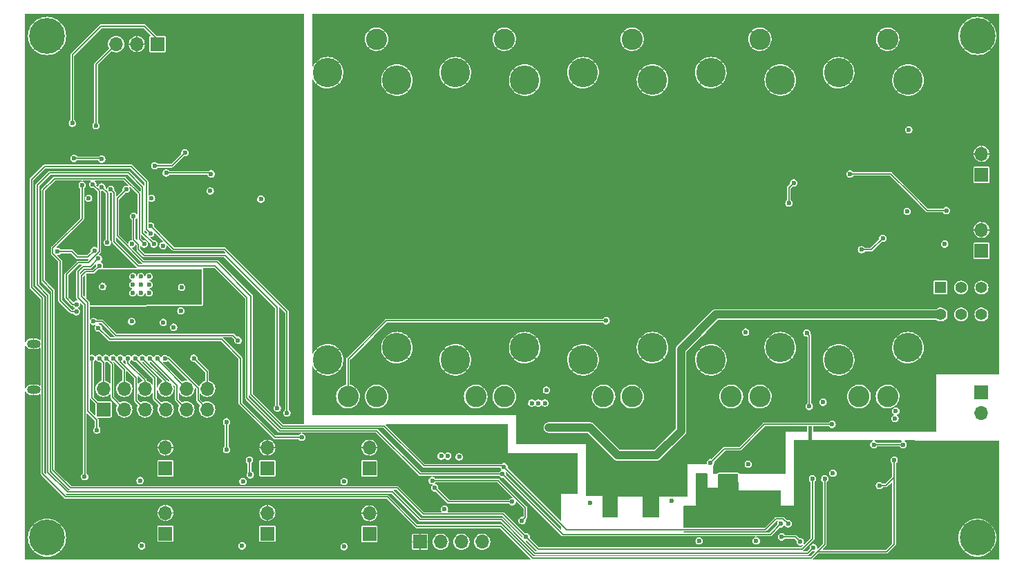
<source format=gbl>
G04 #@! TF.GenerationSoftware,KiCad,Pcbnew,(6.0.5)*
G04 #@! TF.CreationDate,2023-10-06T10:58:17-04:00*
G04 #@! TF.ProjectId,v1,76312e6b-6963-4616-945f-706362585858,rev?*
G04 #@! TF.SameCoordinates,Original*
G04 #@! TF.FileFunction,Copper,L4,Bot*
G04 #@! TF.FilePolarity,Positive*
%FSLAX46Y46*%
G04 Gerber Fmt 4.6, Leading zero omitted, Abs format (unit mm)*
G04 Created by KiCad (PCBNEW (6.0.5)) date 2023-10-06 10:58:17*
%MOMM*%
%LPD*%
G01*
G04 APERTURE LIST*
G04 #@! TA.AperFunction,ComponentPad*
%ADD10R,1.700000X1.700000*%
G04 #@! TD*
G04 #@! TA.AperFunction,ComponentPad*
%ADD11O,1.700000X1.700000*%
G04 #@! TD*
G04 #@! TA.AperFunction,ComponentPad*
%ADD12C,4.400000*%
G04 #@! TD*
G04 #@! TA.AperFunction,ComponentPad*
%ADD13R,1.400000X1.400000*%
G04 #@! TD*
G04 #@! TA.AperFunction,ComponentPad*
%ADD14C,1.400000*%
G04 #@! TD*
G04 #@! TA.AperFunction,ComponentPad*
%ADD15O,1.700000X1.000000*%
G04 #@! TD*
G04 #@! TA.AperFunction,ComponentPad*
%ADD16C,2.600000*%
G04 #@! TD*
G04 #@! TA.AperFunction,ComponentPad*
%ADD17C,3.600000*%
G04 #@! TD*
G04 #@! TA.AperFunction,ViaPad*
%ADD18C,0.600000*%
G04 #@! TD*
G04 #@! TA.AperFunction,Conductor*
%ADD19C,0.200000*%
G04 #@! TD*
G04 #@! TA.AperFunction,Conductor*
%ADD20C,1.000000*%
G04 #@! TD*
G04 #@! TA.AperFunction,Conductor*
%ADD21C,0.150000*%
G04 #@! TD*
G04 APERTURE END LIST*
D10*
X117500000Y-129000000D03*
D11*
X117500000Y-126460000D03*
D10*
X104040000Y-69000000D03*
D11*
X101500000Y-69000000D03*
X98960000Y-69000000D03*
D10*
X205000000Y-94318750D03*
D11*
X205000000Y-91778750D03*
D12*
X90500000Y-68000000D03*
D10*
X130000000Y-121000000D03*
D11*
X130000000Y-118460000D03*
D10*
X117500000Y-121000000D03*
D11*
X117500000Y-118460000D03*
D10*
X136200000Y-130000000D03*
D11*
X138740000Y-130000000D03*
X141280000Y-130000000D03*
X143820000Y-130000000D03*
D10*
X97420000Y-113775000D03*
D11*
X97420000Y-111235000D03*
X99960000Y-113775000D03*
X99960000Y-111235000D03*
X102500000Y-113775000D03*
X102500000Y-111235000D03*
X105040000Y-113775000D03*
X105040000Y-111235000D03*
X107580000Y-113775000D03*
X107580000Y-111235000D03*
X110120000Y-113775000D03*
X110120000Y-111235000D03*
D10*
X205000000Y-85000000D03*
D11*
X205000000Y-82460000D03*
D10*
X130000000Y-129040000D03*
D11*
X130000000Y-126500000D03*
D13*
X200000000Y-98850000D03*
D14*
X202500000Y-98850000D03*
X205000000Y-98850000D03*
X200000000Y-102150000D03*
X202500000Y-102150000D03*
X205000000Y-102150000D03*
D10*
X205000000Y-111725000D03*
D11*
X205000000Y-114265000D03*
D10*
X105000000Y-121000000D03*
D11*
X105000000Y-118460000D03*
D10*
X105000000Y-129000000D03*
D11*
X105000000Y-126460000D03*
D15*
X88850000Y-105725000D03*
X88850000Y-111375000D03*
D12*
X90500000Y-129500000D03*
X204500000Y-68000000D03*
X204500000Y-129500000D03*
D16*
X162187500Y-112200000D03*
X158687500Y-112200000D03*
D17*
X164687500Y-73400000D03*
X156187500Y-72500000D03*
X156187500Y-107700000D03*
X164687500Y-106200000D03*
D16*
X162187500Y-68400000D03*
X130875000Y-112200000D03*
X127375000Y-112200000D03*
D17*
X133375000Y-73400000D03*
X124875000Y-72500000D03*
D16*
X130875000Y-68400000D03*
D17*
X124875000Y-107700000D03*
X133375000Y-106200000D03*
D16*
X177843750Y-112200000D03*
X174343750Y-112200000D03*
X177843750Y-68400000D03*
D17*
X171843750Y-107700000D03*
X180343750Y-73400000D03*
X180343750Y-106200000D03*
X171843750Y-72500000D03*
D16*
X193500000Y-112200000D03*
X190000000Y-112200000D03*
X193500000Y-68400000D03*
D17*
X196000000Y-106200000D03*
X187500000Y-107700000D03*
X187500000Y-72500000D03*
X196000000Y-73400000D03*
D16*
X146531250Y-112200000D03*
X143031250Y-112200000D03*
D17*
X140531250Y-107700000D03*
X140531250Y-72500000D03*
X149031250Y-106200000D03*
D16*
X146531250Y-68400000D03*
D17*
X149031250Y-73400000D03*
D18*
X189100000Y-93900000D03*
X191900000Y-89600000D03*
X195900000Y-89500000D03*
X192900000Y-92800000D03*
X190300000Y-94200000D03*
X172700000Y-121100000D03*
X141000000Y-119600000D03*
X164200000Y-119400000D03*
X152000000Y-116000000D03*
X105800000Y-106500000D03*
X114400000Y-117500000D03*
X170700000Y-123900000D03*
X200800000Y-128000000D03*
X101000000Y-99500000D03*
X184000000Y-117800000D03*
X110500000Y-100900000D03*
X143000000Y-119600000D03*
X103000000Y-99500000D03*
X102000000Y-98500000D03*
X187900000Y-118100000D03*
X92700000Y-88200000D03*
X105000000Y-72200000D03*
X94600000Y-103800000D03*
X174900000Y-129700000D03*
X93000000Y-109800000D03*
X94400000Y-94400000D03*
X104500000Y-90000000D03*
X93600000Y-97900000D03*
X93400000Y-99900000D03*
X91200000Y-91800000D03*
X103000000Y-97500000D03*
X99200000Y-105700000D03*
X123900000Y-126700000D03*
X100000000Y-90000000D03*
X109300000Y-104100000D03*
X91800000Y-113700000D03*
X112500000Y-87000000D03*
X136600000Y-118500000D03*
X107900000Y-93600000D03*
X110700000Y-96800000D03*
X102000000Y-99500000D03*
X102000000Y-97500000D03*
X172900000Y-129800000D03*
X114300000Y-125500000D03*
X110700000Y-98400000D03*
X94600000Y-112500000D03*
X98000000Y-72100000D03*
X103000000Y-98500000D03*
X101000000Y-98500000D03*
X101900000Y-117600000D03*
X101000000Y-97500000D03*
X204300000Y-124200000D03*
X91800000Y-103600000D03*
X108200000Y-106200000D03*
X139200000Y-126000000D03*
X97300000Y-98700000D03*
X157000000Y-125200000D03*
X106000000Y-103700000D03*
X126900000Y-130600000D03*
X100875500Y-103000000D03*
X104700000Y-93700000D03*
X116700000Y-88000000D03*
X186800000Y-121600000D03*
X101900000Y-122500000D03*
X170400000Y-129900000D03*
X103300000Y-87900000D03*
X106900000Y-101700000D03*
X126900000Y-122600000D03*
X110500000Y-87000000D03*
X104724500Y-103100000D03*
X95600000Y-87900000D03*
X107000000Y-98800000D03*
X139600000Y-119500000D03*
X102100000Y-130500000D03*
X114500000Y-122600000D03*
X100900000Y-93500000D03*
X114400000Y-130500000D03*
X177400000Y-129900000D03*
X138800000Y-119500000D03*
X108800000Y-97400000D03*
X106600000Y-100500000D03*
X96900000Y-99600000D03*
X96300000Y-94300000D03*
X91800000Y-94400000D03*
X149900000Y-113000000D03*
X176100000Y-104300000D03*
X196100000Y-79500000D03*
X167000000Y-125000000D03*
X151500000Y-113000000D03*
X194500000Y-114000000D03*
X176425000Y-120500000D03*
X200500000Y-93500000D03*
X194400000Y-114900000D03*
X150700000Y-113000000D03*
X151700000Y-111400000D03*
X185600000Y-112900000D03*
X153900000Y-113600000D03*
X167700000Y-118500000D03*
X188500000Y-114000000D03*
X193300000Y-114400000D03*
X191800000Y-79400000D03*
X180300000Y-119200000D03*
X198500000Y-113500000D03*
X196500000Y-81500000D03*
X198500000Y-115500000D03*
X165300000Y-121400000D03*
X169100000Y-118100000D03*
X191900000Y-85500000D03*
X160400000Y-120800000D03*
X191900000Y-87500000D03*
X159400000Y-116400000D03*
X180300000Y-121000000D03*
X171800000Y-120300000D03*
X186700000Y-115600000D03*
X93800000Y-83000000D03*
X115300000Y-120000000D03*
X103700000Y-83900000D03*
X107400000Y-82300000D03*
X97200000Y-83100000D03*
X115400000Y-121800000D03*
X95100000Y-122000000D03*
X96800000Y-95300000D03*
X110600000Y-84900000D03*
X105100000Y-84800000D03*
X97200000Y-86500000D03*
X97900000Y-93300000D03*
X96600000Y-116300000D03*
X96929122Y-96170878D03*
X112500000Y-118700000D03*
X96200000Y-103000000D03*
X112500000Y-115300000D03*
X113900000Y-105300000D03*
X96800000Y-103800000D03*
X121700000Y-117200000D03*
X182000000Y-86000000D03*
X181400000Y-88500000D03*
X188900000Y-84900000D03*
X200700000Y-89400000D03*
X94100000Y-101800000D03*
X93600000Y-78700000D03*
X94800000Y-86300000D03*
X96100000Y-86200000D03*
X94100000Y-100900000D03*
X96500000Y-79000000D03*
X181300000Y-127800000D03*
X146500000Y-120800000D03*
X100200000Y-86800000D03*
X180400000Y-127800000D03*
X146300000Y-121700000D03*
X98300000Y-86800000D03*
X96000000Y-107500000D03*
X96900000Y-107500000D03*
X97742055Y-107500000D03*
X98600000Y-107500000D03*
X99500000Y-107500000D03*
X100400000Y-107525500D03*
X101300000Y-107500000D03*
X102200000Y-107500000D03*
X103100000Y-107525500D03*
X104000000Y-107525500D03*
X104960527Y-107525500D03*
X108500000Y-107500000D03*
X184400000Y-130700000D03*
X103600000Y-93500000D03*
X192500000Y-123100000D03*
X194300000Y-120000000D03*
X185800000Y-122300000D03*
X103200000Y-92200000D03*
X102400000Y-93500000D03*
X184300000Y-122300000D03*
X149200000Y-129400000D03*
X103200000Y-91300000D03*
X148700000Y-127400000D03*
X119900000Y-114200000D03*
X137700000Y-122500000D03*
X159000000Y-102900000D03*
X101100000Y-90100000D03*
X191800000Y-118100000D03*
X147500000Y-125100000D03*
X180500000Y-129400000D03*
X182800000Y-130000000D03*
X195400000Y-118100000D03*
X118700000Y-113600000D03*
X138000000Y-123400000D03*
X183600000Y-104400000D03*
X183900000Y-113400000D03*
D19*
X191500000Y-94200000D02*
X192900000Y-92800000D01*
X190300000Y-94200000D02*
X191500000Y-94200000D01*
D20*
X172450000Y-102150000D02*
X168200000Y-106400000D01*
X157000000Y-116000000D02*
X152000000Y-116000000D01*
X160400000Y-119400000D02*
X157000000Y-116000000D01*
X164200000Y-119400000D02*
X160400000Y-119400000D01*
X200000000Y-102150000D02*
X172450000Y-102150000D01*
X165200000Y-119400000D02*
X164200000Y-119400000D01*
X168200000Y-116400000D02*
X165200000Y-119400000D01*
X168200000Y-106400000D02*
X168200000Y-116400000D01*
D21*
X95500000Y-95100000D02*
X94200000Y-95100000D01*
X93500000Y-94400000D02*
X91800000Y-94400000D01*
X94200000Y-95100000D02*
X93500000Y-94400000D01*
X96300000Y-94300000D02*
X95500000Y-95100000D01*
X175400000Y-118600000D02*
X178400000Y-115600000D01*
X173500000Y-118600000D02*
X175400000Y-118600000D01*
X178400000Y-115600000D02*
X186700000Y-115600000D01*
X171800000Y-120300000D02*
X173500000Y-118600000D01*
X115300000Y-121700000D02*
X115400000Y-121800000D01*
X93800000Y-83000000D02*
X97100000Y-83000000D01*
X115300000Y-120000000D02*
X115300000Y-121700000D01*
X105800000Y-83900000D02*
X107400000Y-82300000D01*
X103700000Y-83900000D02*
X105800000Y-83900000D01*
X97100000Y-83000000D02*
X97200000Y-83100000D01*
X96800000Y-95300000D02*
X95800000Y-96300000D01*
X95124511Y-100924511D02*
X95124511Y-121975489D01*
X94300000Y-100100000D02*
X95000000Y-100800000D01*
X94300000Y-96900000D02*
X94300000Y-100100000D01*
X95800000Y-96300000D02*
X95400000Y-96300000D01*
X95124511Y-121975489D02*
X95100000Y-122000000D01*
X95400000Y-96300000D02*
X94900000Y-96300000D01*
X95000000Y-100800000D02*
X95124511Y-100924511D01*
X94900000Y-96300000D02*
X94300000Y-96900000D01*
X97900000Y-93300000D02*
X97949011Y-93250989D01*
X105100000Y-84800000D02*
X110500000Y-84800000D01*
X110500000Y-84800000D02*
X110600000Y-84900000D01*
X97949011Y-93250989D02*
X97949011Y-87249011D01*
X97949011Y-87249011D02*
X97200000Y-86500000D01*
X95500000Y-100700000D02*
X94700000Y-99900000D01*
X95475489Y-100724511D02*
X95500000Y-100700000D01*
X95200000Y-96900000D02*
X96200000Y-96900000D01*
X95475489Y-113975489D02*
X95475489Y-100724511D01*
X94700000Y-99900000D02*
X94700000Y-97400000D01*
X96200000Y-96900000D02*
X96929122Y-96170878D01*
X96600000Y-115100000D02*
X95475489Y-113975489D01*
X94700000Y-97400000D02*
X95200000Y-96900000D01*
X96600000Y-116300000D02*
X96600000Y-115100000D01*
X112500000Y-115300000D02*
X112500000Y-118700000D01*
X97241772Y-103000000D02*
X98941772Y-104700000D01*
X108800000Y-104700000D02*
X113300000Y-104700000D01*
X98941772Y-104700000D02*
X108800000Y-104700000D01*
X96200000Y-103000000D02*
X97241772Y-103000000D01*
X113300000Y-104700000D02*
X113900000Y-105300000D01*
X114200000Y-113000000D02*
X118400000Y-117200000D01*
X98175489Y-105175489D02*
X111875489Y-105175489D01*
X118400000Y-117200000D02*
X121700000Y-117200000D01*
X96800000Y-103800000D02*
X98175489Y-105175489D01*
X111875489Y-105175489D02*
X114200000Y-107500000D01*
X114200000Y-107500000D02*
X114200000Y-113000000D01*
X181400000Y-88500000D02*
X181400000Y-86600000D01*
X181400000Y-86600000D02*
X182000000Y-86000000D01*
X196300000Y-87300000D02*
X198400000Y-89400000D01*
X188900000Y-84900000D02*
X193900000Y-84900000D01*
X198400000Y-89400000D02*
X200700000Y-89400000D01*
X193900000Y-84900000D02*
X196300000Y-87300000D01*
X102400000Y-66800000D02*
X104040000Y-68440000D01*
X97100000Y-66800000D02*
X102400000Y-66800000D01*
X91200000Y-94000000D02*
X91700000Y-93500000D01*
X91700000Y-93500000D02*
X94800000Y-90400000D01*
X91200000Y-94700000D02*
X91200000Y-94000000D01*
X93600000Y-78700000D02*
X93600000Y-70300000D01*
X93600000Y-70300000D02*
X97100000Y-66800000D01*
X93500000Y-101800000D02*
X93400000Y-101700000D01*
X93400000Y-101700000D02*
X92100000Y-100400000D01*
X104040000Y-68440000D02*
X104040000Y-69000000D01*
X94100000Y-101800000D02*
X93500000Y-101800000D01*
X92100000Y-98300000D02*
X92100000Y-95600000D01*
X92100000Y-95600000D02*
X91200000Y-94700000D01*
X94800000Y-90400000D02*
X94800000Y-86300000D01*
X92100000Y-100400000D02*
X92100000Y-98300000D01*
X93658228Y-100900000D02*
X92875489Y-100117261D01*
X94300000Y-95800000D02*
X94800000Y-95800000D01*
X96900000Y-94100000D02*
X96900000Y-87000000D01*
X94100000Y-100900000D02*
X93658228Y-100900000D01*
X92900000Y-97200000D02*
X94300000Y-95800000D01*
X96500000Y-79000000D02*
X96500000Y-71460000D01*
X96900000Y-94441772D02*
X96900000Y-94100000D01*
X96900000Y-87000000D02*
X96100000Y-86200000D01*
X94800000Y-95800000D02*
X95541772Y-95800000D01*
X95541772Y-95800000D02*
X96900000Y-94441772D01*
X92875489Y-97224511D02*
X92900000Y-97200000D01*
X92875489Y-100117261D02*
X92875489Y-97224511D01*
X96500000Y-71460000D02*
X98960000Y-69000000D01*
X131800000Y-115800000D02*
X119400000Y-115800000D01*
X146500000Y-120800000D02*
X154200000Y-128500000D01*
X115500000Y-99900000D02*
X111300000Y-95700000D01*
X111300000Y-95700000D02*
X102300000Y-95700000D01*
X146400000Y-120700000D02*
X136700000Y-120700000D01*
X115500000Y-111900000D02*
X115500000Y-99900000D01*
X136700000Y-120700000D02*
X131800000Y-115800000D01*
X179800000Y-127200000D02*
X180700000Y-127200000D01*
X99100000Y-92500000D02*
X99100000Y-87900000D01*
X102300000Y-95700000D02*
X99100000Y-92500000D01*
X119400000Y-115800000D02*
X115500000Y-111900000D01*
X154200000Y-128500000D02*
X178500000Y-128500000D01*
X180700000Y-127200000D02*
X181300000Y-127800000D01*
X146500000Y-120800000D02*
X146400000Y-120700000D01*
X99100000Y-87900000D02*
X100200000Y-86800000D01*
X178500000Y-128500000D02*
X179800000Y-127200000D01*
X130900000Y-116400000D02*
X136200000Y-121700000D01*
X115000000Y-112400000D02*
X119000000Y-116400000D01*
X119000000Y-116400000D02*
X130900000Y-116400000D01*
X111100000Y-96200000D02*
X115000000Y-100100000D01*
X153700000Y-129100000D02*
X146300000Y-121700000D01*
X115000000Y-100100000D02*
X115000000Y-112400000D01*
X101700000Y-96200000D02*
X111100000Y-96200000D01*
X179100000Y-129100000D02*
X153700000Y-129100000D01*
X136200000Y-121700000D02*
X146300000Y-121700000D01*
X98300000Y-86800000D02*
X98700000Y-87200000D01*
X180400000Y-127800000D02*
X179100000Y-129100000D01*
X98700000Y-93200000D02*
X101700000Y-96200000D01*
X98700000Y-87200000D02*
X98700000Y-93200000D01*
X96000000Y-112355000D02*
X97420000Y-113775000D01*
X96000000Y-107500000D02*
X96000000Y-112355000D01*
X96900000Y-107500000D02*
X97420000Y-108020000D01*
X97420000Y-108020000D02*
X97420000Y-111235000D01*
X97742055Y-107500000D02*
X98494511Y-108252456D01*
X98494511Y-112309511D02*
X99960000Y-113775000D01*
X98494511Y-108252456D02*
X98494511Y-112309511D01*
X99960000Y-108860000D02*
X99960000Y-111235000D01*
X98600000Y-107500000D02*
X99960000Y-108860000D01*
X101400000Y-109876414D02*
X101400000Y-112675000D01*
X99500000Y-107500000D02*
X99500000Y-107976414D01*
X101400000Y-112675000D02*
X102500000Y-113775000D01*
X99500000Y-107976414D02*
X101400000Y-109876414D01*
X100400000Y-108100000D02*
X102500000Y-110200000D01*
X100400000Y-107525500D02*
X100400000Y-108100000D01*
X102500000Y-110200000D02*
X102500000Y-111235000D01*
X103700000Y-112435000D02*
X105040000Y-113775000D01*
X103700000Y-109900000D02*
X103700000Y-112435000D01*
X101300000Y-107500000D02*
X103700000Y-109900000D01*
X105040000Y-110340000D02*
X105040000Y-111235000D01*
X102200000Y-107500000D02*
X105040000Y-110340000D01*
X103100000Y-107525500D02*
X106400000Y-110825500D01*
X106405000Y-112600000D02*
X107580000Y-113775000D01*
X106400000Y-112600000D02*
X106405000Y-112600000D01*
X106400000Y-110825500D02*
X106400000Y-112600000D01*
X104000000Y-107655000D02*
X107580000Y-111235000D01*
X104000000Y-107525500D02*
X104000000Y-107655000D01*
X109000000Y-112655000D02*
X110120000Y-113775000D01*
X105390089Y-107525500D02*
X109000000Y-111135411D01*
X109000000Y-111135411D02*
X109000000Y-112655000D01*
X104960527Y-107525500D02*
X105390089Y-107525500D01*
X110120000Y-109120000D02*
X110120000Y-111235000D01*
X108500000Y-107500000D02*
X110120000Y-109120000D01*
X148750000Y-129850000D02*
X150300000Y-131400000D01*
X136200000Y-127300000D02*
X146200000Y-127300000D01*
X103600000Y-93500000D02*
X102200000Y-92100000D01*
X102200000Y-92100000D02*
X102200000Y-86500000D01*
X90600000Y-99800000D02*
X90600000Y-121500000D01*
X90800000Y-84800000D02*
X89300000Y-86300000D01*
X89300000Y-98500000D02*
X90600000Y-99800000D01*
X183700000Y-131400000D02*
X184400000Y-130700000D01*
X100500000Y-84800000D02*
X90800000Y-84800000D01*
X132800000Y-123900000D02*
X136200000Y-127300000D01*
X150300000Y-131400000D02*
X183700000Y-131400000D01*
X146200000Y-127300000D02*
X148750000Y-129850000D01*
X89300000Y-86300000D02*
X89300000Y-98500000D01*
X93000000Y-123900000D02*
X132800000Y-123900000D01*
X90600000Y-121500000D02*
X93000000Y-123900000D01*
X102200000Y-86500000D02*
X100500000Y-84800000D01*
X194300000Y-122100000D02*
X194300000Y-130300000D01*
X194300000Y-120000000D02*
X194300000Y-122100000D01*
X193400000Y-131200000D02*
X184900000Y-131200000D01*
X89924520Y-100124520D02*
X88600000Y-98800000D01*
X132200000Y-124500000D02*
X92800000Y-124500000D01*
X92800000Y-124500000D02*
X89924520Y-121624520D01*
X102675489Y-91675489D02*
X103200000Y-92200000D01*
X185800000Y-130300000D02*
X184900000Y-131200000D01*
X184100000Y-132000000D02*
X150000000Y-132000000D01*
X194300000Y-130300000D02*
X193400000Y-131200000D01*
X102675489Y-85875489D02*
X102675489Y-91675489D01*
X146100000Y-128100000D02*
X135800000Y-128100000D01*
X100800000Y-84000000D02*
X102675489Y-85875489D01*
X90200000Y-84000000D02*
X100800000Y-84000000D01*
X185800000Y-122300000D02*
X185800000Y-130300000D01*
X193300000Y-123100000D02*
X194300000Y-122100000D01*
X135800000Y-128100000D02*
X132200000Y-124500000D01*
X192500000Y-123100000D02*
X193300000Y-123100000D01*
X89924520Y-121624520D02*
X89924520Y-100124520D01*
X184900000Y-131200000D02*
X184100000Y-132000000D01*
X88600000Y-98800000D02*
X88600000Y-85600000D01*
X88600000Y-85600000D02*
X90200000Y-84000000D01*
X150000000Y-132000000D02*
X146100000Y-128100000D01*
X91200000Y-121200000D02*
X91200000Y-99200000D01*
X91200000Y-99200000D02*
X90000000Y-98000000D01*
X150677978Y-130877978D02*
X149200000Y-129400000D01*
X146400000Y-126600000D02*
X136600000Y-126600000D01*
X90000000Y-86900000D02*
X91400000Y-85500000D01*
X101800000Y-92900000D02*
X102400000Y-93500000D01*
X91400000Y-85500000D02*
X100000000Y-85500000D01*
X133400000Y-123400000D02*
X93400000Y-123400000D01*
X149200000Y-129400000D02*
X146400000Y-126600000D01*
X184300000Y-122300000D02*
X184300000Y-129600000D01*
X93400000Y-123400000D02*
X91200000Y-121200000D01*
X101800000Y-87300000D02*
X101800000Y-92900000D01*
X136600000Y-126600000D02*
X133400000Y-123400000D01*
X183022022Y-130877978D02*
X150677978Y-130877978D01*
X90000000Y-98000000D02*
X90000000Y-86900000D01*
X184300000Y-129600000D02*
X183022022Y-130877978D01*
X100000000Y-85500000D02*
X101800000Y-87300000D01*
X119900000Y-101800000D02*
X119900000Y-114200000D01*
X106024511Y-94124511D02*
X112224511Y-94124511D01*
X103200000Y-91300000D02*
X106024511Y-94124511D01*
X145800000Y-122500000D02*
X149100000Y-125800000D01*
X149100000Y-127000000D02*
X148700000Y-127400000D01*
X149100000Y-125800000D02*
X149100000Y-127000000D01*
X112224511Y-94124511D02*
X118100000Y-100000000D01*
X118100000Y-100000000D02*
X119900000Y-101800000D01*
X137700000Y-122500000D02*
X145800000Y-122500000D01*
X132100000Y-102900000D02*
X127375000Y-107625000D01*
X127375000Y-107625000D02*
X127375000Y-112200000D01*
X159000000Y-102900000D02*
X132100000Y-102900000D01*
X112300000Y-94900000D02*
X118700000Y-101300000D01*
X182200000Y-129400000D02*
X182800000Y-130000000D01*
X195400000Y-118100000D02*
X191800000Y-118100000D01*
X101700000Y-94200000D02*
X102400000Y-94900000D01*
X101100000Y-90100000D02*
X101100000Y-92941772D01*
X102400000Y-94900000D02*
X112300000Y-94900000D01*
X138000000Y-123400000D02*
X139700000Y-125100000D01*
X180500000Y-129400000D02*
X182200000Y-129400000D01*
X118700000Y-101300000D02*
X118700000Y-113600000D01*
X139700000Y-125100000D02*
X147500000Y-125100000D01*
X101100000Y-92941772D02*
X101700000Y-93541772D01*
X101700000Y-93541772D02*
X101700000Y-94200000D01*
X183900000Y-113400000D02*
X183900000Y-104700000D01*
X183900000Y-104700000D02*
X183600000Y-104400000D01*
G04 #@! TA.AperFunction,Conductor*
G36*
X121981255Y-65319245D02*
G01*
X122000000Y-65364500D01*
X122000000Y-115510500D01*
X121981255Y-115555755D01*
X121936000Y-115574500D01*
X119519915Y-115574500D01*
X119474660Y-115555755D01*
X115744245Y-111825340D01*
X115725500Y-111780085D01*
X115725500Y-99907585D01*
X115725588Y-99904236D01*
X115727348Y-99870654D01*
X115727700Y-99863936D01*
X115718685Y-99840452D01*
X115715835Y-99830827D01*
X115712005Y-99812811D01*
X115710607Y-99806232D01*
X115706656Y-99800794D01*
X115706653Y-99800787D01*
X115704835Y-99798285D01*
X115696866Y-99783608D01*
X115695758Y-99780722D01*
X115695757Y-99780720D01*
X115693346Y-99774440D01*
X115675560Y-99756654D01*
X115669038Y-99749017D01*
X115658213Y-99734118D01*
X115654260Y-99728677D01*
X115645759Y-99723769D01*
X115632504Y-99713598D01*
X111464809Y-95545904D01*
X111462503Y-95543473D01*
X111440008Y-95518490D01*
X111435507Y-95513491D01*
X111412534Y-95503263D01*
X111403709Y-95498471D01*
X111388260Y-95488438D01*
X111382618Y-95484774D01*
X111372919Y-95483238D01*
X111356903Y-95478494D01*
X111354079Y-95477237D01*
X111347932Y-95474500D01*
X111322786Y-95474500D01*
X111312774Y-95473712D01*
X111294578Y-95470830D01*
X111294577Y-95470830D01*
X111287935Y-95469778D01*
X111278450Y-95472319D01*
X111261888Y-95474500D01*
X102419915Y-95474500D01*
X102374660Y-95455755D01*
X100966899Y-94047994D01*
X100948154Y-94002739D01*
X100966899Y-93957484D01*
X100995320Y-93940993D01*
X101076354Y-93918900D01*
X101076355Y-93918900D01*
X101080755Y-93917700D01*
X101190724Y-93850179D01*
X101277322Y-93754507D01*
X101279856Y-93749278D01*
X101331601Y-93642476D01*
X101333588Y-93638375D01*
X101334344Y-93633881D01*
X101335731Y-93629535D01*
X101338199Y-93630323D01*
X101359732Y-93595917D01*
X101407468Y-93584932D01*
X101442115Y-93602792D01*
X101455755Y-93616432D01*
X101474500Y-93661687D01*
X101474500Y-94192415D01*
X101474412Y-94195764D01*
X101472300Y-94236064D01*
X101481314Y-94259546D01*
X101484165Y-94269173D01*
X101489393Y-94293768D01*
X101493344Y-94299206D01*
X101493347Y-94299213D01*
X101495165Y-94301715D01*
X101503134Y-94316392D01*
X101504242Y-94319278D01*
X101506654Y-94325560D01*
X101524440Y-94343346D01*
X101530962Y-94350983D01*
X101532422Y-94352992D01*
X101545740Y-94371323D01*
X101551563Y-94374685D01*
X101554241Y-94376231D01*
X101567496Y-94386402D01*
X102235191Y-95054096D01*
X102237497Y-95056527D01*
X102264493Y-95086509D01*
X102270636Y-95089244D01*
X102270640Y-95089247D01*
X102287474Y-95096742D01*
X102296291Y-95101529D01*
X102317382Y-95115225D01*
X102324025Y-95116277D01*
X102324027Y-95116278D01*
X102327079Y-95116761D01*
X102343096Y-95121506D01*
X102345923Y-95122765D01*
X102345927Y-95122766D01*
X102352068Y-95125500D01*
X102377216Y-95125500D01*
X102387228Y-95126288D01*
X102405422Y-95129170D01*
X102405423Y-95129170D01*
X102412065Y-95130222D01*
X102421550Y-95127681D01*
X102438112Y-95125500D01*
X112180084Y-95125500D01*
X112225339Y-95144245D01*
X118455755Y-101374661D01*
X118474500Y-101419916D01*
X118474500Y-113174266D01*
X118455755Y-113219521D01*
X118444651Y-113228393D01*
X118405019Y-113253399D01*
X118319596Y-113350122D01*
X118317660Y-113354245D01*
X118317659Y-113354247D01*
X118272614Y-113450191D01*
X118264754Y-113466932D01*
X118264053Y-113471437D01*
X118264052Y-113471439D01*
X118246443Y-113584539D01*
X118244901Y-113594440D01*
X118261633Y-113722394D01*
X118313605Y-113840510D01*
X118316539Y-113844000D01*
X118316540Y-113844002D01*
X118364308Y-113900829D01*
X118396639Y-113939291D01*
X118412526Y-113949866D01*
X118479489Y-113994440D01*
X118504060Y-114010796D01*
X118508407Y-114012154D01*
X118508411Y-114012156D01*
X118622879Y-114047918D01*
X118622881Y-114047918D01*
X118627233Y-114049278D01*
X118631792Y-114049362D01*
X118631795Y-114049362D01*
X118688969Y-114050410D01*
X118756255Y-114051643D01*
X118880755Y-114017700D01*
X118990724Y-113950179D01*
X119077322Y-113854507D01*
X119079856Y-113849278D01*
X119131601Y-113742476D01*
X119133588Y-113738375D01*
X119154997Y-113611120D01*
X119155133Y-113600000D01*
X119136839Y-113472259D01*
X119083428Y-113354788D01*
X118999193Y-113257028D01*
X118954689Y-113228182D01*
X118926910Y-113187839D01*
X118925500Y-113174478D01*
X118925500Y-101307585D01*
X118925588Y-101304233D01*
X118926020Y-101295995D01*
X118947109Y-101251784D01*
X118993284Y-101235435D01*
X119035187Y-101254092D01*
X119655755Y-101874660D01*
X119674500Y-101919915D01*
X119674500Y-113774266D01*
X119655755Y-113819521D01*
X119644651Y-113828393D01*
X119605019Y-113853399D01*
X119519596Y-113950122D01*
X119517660Y-113954245D01*
X119517659Y-113954247D01*
X119471932Y-114051643D01*
X119464754Y-114066932D01*
X119464053Y-114071437D01*
X119464052Y-114071439D01*
X119446541Y-114183909D01*
X119444901Y-114194440D01*
X119461633Y-114322394D01*
X119513605Y-114440510D01*
X119516539Y-114444000D01*
X119516540Y-114444002D01*
X119593706Y-114535802D01*
X119596639Y-114539291D01*
X119704060Y-114610796D01*
X119708407Y-114612154D01*
X119708411Y-114612156D01*
X119822879Y-114647918D01*
X119822881Y-114647918D01*
X119827233Y-114649278D01*
X119831792Y-114649362D01*
X119831795Y-114649362D01*
X119888969Y-114650410D01*
X119956255Y-114651643D01*
X120080755Y-114617700D01*
X120190724Y-114550179D01*
X120277322Y-114454507D01*
X120279496Y-114450021D01*
X120331601Y-114342476D01*
X120333588Y-114338375D01*
X120354997Y-114211120D01*
X120355133Y-114200000D01*
X120336839Y-114072259D01*
X120283428Y-113954788D01*
X120199193Y-113857028D01*
X120154689Y-113828182D01*
X120126910Y-113787839D01*
X120125500Y-113774478D01*
X120125500Y-101807566D01*
X120125588Y-101804217D01*
X120127347Y-101770653D01*
X120127699Y-101763936D01*
X120118686Y-101740457D01*
X120115836Y-101730835D01*
X120112005Y-101712810D01*
X120110607Y-101706232D01*
X120104835Y-101698287D01*
X120096863Y-101683605D01*
X120093345Y-101674440D01*
X120075563Y-101656658D01*
X120069045Y-101649027D01*
X120054260Y-101628677D01*
X120048438Y-101625316D01*
X120048436Y-101625314D01*
X120045758Y-101623768D01*
X120032502Y-101613597D01*
X112389320Y-93970415D01*
X112387014Y-93967984D01*
X112374879Y-93954507D01*
X112360018Y-93938002D01*
X112337045Y-93927774D01*
X112328220Y-93922982D01*
X112312771Y-93912949D01*
X112307129Y-93909285D01*
X112297430Y-93907749D01*
X112281414Y-93903005D01*
X112278590Y-93901748D01*
X112272443Y-93899011D01*
X112247297Y-93899011D01*
X112237285Y-93898223D01*
X112219089Y-93895341D01*
X112219088Y-93895341D01*
X112212446Y-93894289D01*
X112202961Y-93896830D01*
X112186399Y-93899011D01*
X106144426Y-93899011D01*
X106099171Y-93880266D01*
X103660332Y-91441427D01*
X103641587Y-91396172D01*
X103642473Y-91385561D01*
X103654997Y-91311120D01*
X103655133Y-91300000D01*
X103636839Y-91172259D01*
X103583428Y-91054788D01*
X103499193Y-90957028D01*
X103481076Y-90945285D01*
X103414769Y-90902308D01*
X103390906Y-90886841D01*
X103348097Y-90874038D01*
X103271638Y-90851171D01*
X103271635Y-90851171D01*
X103267273Y-90849866D01*
X103262717Y-90849838D01*
X103262716Y-90849838D01*
X103198185Y-90849444D01*
X103138231Y-90849078D01*
X103014155Y-90884539D01*
X103006578Y-90889320D01*
X102999141Y-90894012D01*
X102950865Y-90902308D01*
X102910863Y-90874038D01*
X102900989Y-90839886D01*
X102900989Y-88295105D01*
X102919734Y-88249850D01*
X102964989Y-88231105D01*
X103000452Y-88241829D01*
X103080488Y-88295105D01*
X103104060Y-88310796D01*
X103108407Y-88312154D01*
X103108411Y-88312156D01*
X103222879Y-88347918D01*
X103222881Y-88347918D01*
X103227233Y-88349278D01*
X103231792Y-88349362D01*
X103231795Y-88349362D01*
X103288969Y-88350410D01*
X103356255Y-88351643D01*
X103480755Y-88317700D01*
X103590724Y-88250179D01*
X103677322Y-88154507D01*
X103733588Y-88038375D01*
X103740979Y-87994440D01*
X116244901Y-87994440D01*
X116249102Y-88026564D01*
X116260253Y-88111838D01*
X116261633Y-88122394D01*
X116313605Y-88240510D01*
X116316539Y-88244000D01*
X116316540Y-88244002D01*
X116393706Y-88335802D01*
X116396639Y-88339291D01*
X116504060Y-88410796D01*
X116508407Y-88412154D01*
X116508411Y-88412156D01*
X116622879Y-88447918D01*
X116622881Y-88447918D01*
X116627233Y-88449278D01*
X116631792Y-88449362D01*
X116631795Y-88449362D01*
X116688969Y-88450410D01*
X116756255Y-88451643D01*
X116880755Y-88417700D01*
X116990724Y-88350179D01*
X117077322Y-88254507D01*
X117083465Y-88241829D01*
X117131601Y-88142476D01*
X117133588Y-88138375D01*
X117154997Y-88011120D01*
X117155133Y-88000000D01*
X117136839Y-87872259D01*
X117083428Y-87754788D01*
X116999193Y-87657028D01*
X116994903Y-87654247D01*
X116912882Y-87601085D01*
X116890906Y-87586841D01*
X116876710Y-87582596D01*
X116771638Y-87551171D01*
X116771635Y-87551171D01*
X116767273Y-87549866D01*
X116762717Y-87549838D01*
X116762716Y-87549838D01*
X116698185Y-87549444D01*
X116638231Y-87549078D01*
X116514155Y-87584539D01*
X116405019Y-87653399D01*
X116319596Y-87750122D01*
X116317660Y-87754245D01*
X116317659Y-87754247D01*
X116307084Y-87776771D01*
X116264754Y-87866932D01*
X116264053Y-87871437D01*
X116264052Y-87871439D01*
X116247981Y-87974661D01*
X116244901Y-87994440D01*
X103740979Y-87994440D01*
X103754997Y-87911120D01*
X103755133Y-87900000D01*
X103736839Y-87772259D01*
X103683428Y-87654788D01*
X103599193Y-87557028D01*
X103586928Y-87549078D01*
X103577728Y-87543115D01*
X103490906Y-87486841D01*
X103476710Y-87482596D01*
X103371638Y-87451171D01*
X103371635Y-87451171D01*
X103367273Y-87449866D01*
X103362717Y-87449838D01*
X103362716Y-87449838D01*
X103298185Y-87449444D01*
X103238231Y-87449078D01*
X103114155Y-87484539D01*
X103005019Y-87553399D01*
X103004916Y-87553516D01*
X102959854Y-87568069D01*
X102916249Y-87545753D01*
X102900989Y-87504275D01*
X102900989Y-86994440D01*
X110044901Y-86994440D01*
X110046402Y-87005915D01*
X110060380Y-87112810D01*
X110061633Y-87122394D01*
X110113605Y-87240510D01*
X110116539Y-87244000D01*
X110116540Y-87244002D01*
X110136914Y-87268240D01*
X110196639Y-87339291D01*
X110304060Y-87410796D01*
X110308407Y-87412154D01*
X110308411Y-87412156D01*
X110422879Y-87447918D01*
X110422881Y-87447918D01*
X110427233Y-87449278D01*
X110431792Y-87449362D01*
X110431795Y-87449362D01*
X110488969Y-87450410D01*
X110556255Y-87451643D01*
X110680755Y-87417700D01*
X110790724Y-87350179D01*
X110877322Y-87254507D01*
X110879856Y-87249278D01*
X110931601Y-87142476D01*
X110933588Y-87138375D01*
X110954997Y-87011120D01*
X110955133Y-87000000D01*
X110936839Y-86872259D01*
X110883428Y-86754788D01*
X110879839Y-86750622D01*
X110858105Y-86725399D01*
X110799193Y-86657028D01*
X110690906Y-86586841D01*
X110675558Y-86582251D01*
X110571638Y-86551171D01*
X110571635Y-86551171D01*
X110567273Y-86549866D01*
X110562717Y-86549838D01*
X110562716Y-86549838D01*
X110498185Y-86549444D01*
X110438231Y-86549078D01*
X110314155Y-86584539D01*
X110205019Y-86653399D01*
X110119596Y-86750122D01*
X110117660Y-86754245D01*
X110117659Y-86754247D01*
X110071733Y-86852068D01*
X110064754Y-86866932D01*
X110064053Y-86871437D01*
X110064052Y-86871439D01*
X110047981Y-86974661D01*
X110044901Y-86994440D01*
X102900989Y-86994440D01*
X102900989Y-85883074D01*
X102901077Y-85879725D01*
X102902837Y-85846143D01*
X102903189Y-85839425D01*
X102894174Y-85815941D01*
X102891324Y-85806316D01*
X102887494Y-85788300D01*
X102886096Y-85781721D01*
X102882145Y-85776283D01*
X102882142Y-85776276D01*
X102880324Y-85773774D01*
X102872355Y-85759097D01*
X102871247Y-85756211D01*
X102871246Y-85756209D01*
X102868835Y-85749929D01*
X102851049Y-85732143D01*
X102844527Y-85724506D01*
X102833702Y-85709607D01*
X102829749Y-85704166D01*
X102821248Y-85699258D01*
X102807993Y-85689087D01*
X101913346Y-84794440D01*
X104644901Y-84794440D01*
X104645492Y-84798958D01*
X104660159Y-84911120D01*
X104661633Y-84922394D01*
X104713605Y-85040510D01*
X104716539Y-85044000D01*
X104716540Y-85044002D01*
X104728214Y-85057890D01*
X104796639Y-85139291D01*
X104904060Y-85210796D01*
X104908407Y-85212154D01*
X104908411Y-85212156D01*
X105022879Y-85247918D01*
X105022881Y-85247918D01*
X105027233Y-85249278D01*
X105031792Y-85249362D01*
X105031795Y-85249362D01*
X105088969Y-85250410D01*
X105156255Y-85251643D01*
X105280755Y-85217700D01*
X105390724Y-85150179D01*
X105477322Y-85054507D01*
X105478004Y-85053099D01*
X105517923Y-85026676D01*
X105530137Y-85025500D01*
X110121239Y-85025500D01*
X110166494Y-85044245D01*
X110179819Y-85063725D01*
X110211533Y-85135802D01*
X110213605Y-85140510D01*
X110216539Y-85144000D01*
X110216540Y-85144002D01*
X110293706Y-85235802D01*
X110296639Y-85239291D01*
X110315069Y-85251559D01*
X110397838Y-85306654D01*
X110404060Y-85310796D01*
X110408407Y-85312154D01*
X110408411Y-85312156D01*
X110522879Y-85347918D01*
X110522881Y-85347918D01*
X110527233Y-85349278D01*
X110531792Y-85349362D01*
X110531795Y-85349362D01*
X110588969Y-85350410D01*
X110656255Y-85351643D01*
X110780755Y-85317700D01*
X110890724Y-85250179D01*
X110977322Y-85154507D01*
X111033588Y-85038375D01*
X111054997Y-84911120D01*
X111055133Y-84900000D01*
X111036839Y-84772259D01*
X110983428Y-84654788D01*
X110973679Y-84643473D01*
X110932052Y-84595163D01*
X110899193Y-84557028D01*
X110894903Y-84554247D01*
X110877728Y-84543115D01*
X110790906Y-84486841D01*
X110776710Y-84482596D01*
X110671638Y-84451171D01*
X110671635Y-84451171D01*
X110667273Y-84449866D01*
X110662717Y-84449838D01*
X110662716Y-84449838D01*
X110598185Y-84449444D01*
X110538231Y-84449078D01*
X110414155Y-84484539D01*
X110305019Y-84553399D01*
X110302001Y-84556816D01*
X110299154Y-84559239D01*
X110257675Y-84574500D01*
X105529748Y-84574500D01*
X105481264Y-84552276D01*
X105402171Y-84460483D01*
X105402167Y-84460480D01*
X105399193Y-84457028D01*
X105386928Y-84449078D01*
X105377728Y-84443115D01*
X105290906Y-84386841D01*
X105276710Y-84382596D01*
X105171638Y-84351171D01*
X105171635Y-84351171D01*
X105167273Y-84349866D01*
X105162717Y-84349838D01*
X105162716Y-84349838D01*
X105098185Y-84349444D01*
X105038231Y-84349078D01*
X104914155Y-84384539D01*
X104805019Y-84453399D01*
X104719596Y-84550122D01*
X104717660Y-84554245D01*
X104717659Y-84554247D01*
X104666692Y-84662804D01*
X104664754Y-84666932D01*
X104664053Y-84671437D01*
X104664052Y-84671439D01*
X104648355Y-84772259D01*
X104644901Y-84794440D01*
X101913346Y-84794440D01*
X101013345Y-83894440D01*
X103244901Y-83894440D01*
X103261633Y-84022394D01*
X103313605Y-84140510D01*
X103316539Y-84144000D01*
X103316540Y-84144002D01*
X103328214Y-84157890D01*
X103396639Y-84239291D01*
X103504060Y-84310796D01*
X103508407Y-84312154D01*
X103508411Y-84312156D01*
X103622879Y-84347918D01*
X103622881Y-84347918D01*
X103627233Y-84349278D01*
X103631792Y-84349362D01*
X103631795Y-84349362D01*
X103688969Y-84350410D01*
X103756255Y-84351643D01*
X103880755Y-84317700D01*
X103990724Y-84250179D01*
X104077322Y-84154507D01*
X104078004Y-84153099D01*
X104117923Y-84126676D01*
X104130137Y-84125500D01*
X105792415Y-84125500D01*
X105795764Y-84125588D01*
X105829346Y-84127348D01*
X105836064Y-84127700D01*
X105859548Y-84118685D01*
X105869173Y-84115835D01*
X105876233Y-84114334D01*
X105893768Y-84110607D01*
X105899206Y-84106656D01*
X105899213Y-84106653D01*
X105901715Y-84104835D01*
X105916392Y-84096866D01*
X105919278Y-84095758D01*
X105919280Y-84095757D01*
X105925560Y-84093346D01*
X105943346Y-84075560D01*
X105950983Y-84069038D01*
X105965882Y-84058213D01*
X105971323Y-84054260D01*
X105976231Y-84045759D01*
X105986402Y-84032504D01*
X107255961Y-82762945D01*
X107301216Y-82744200D01*
X107320303Y-82747113D01*
X107321330Y-82747434D01*
X107322879Y-82747918D01*
X107322881Y-82747918D01*
X107327233Y-82749278D01*
X107331792Y-82749362D01*
X107331795Y-82749362D01*
X107388969Y-82750410D01*
X107456255Y-82751643D01*
X107580755Y-82717700D01*
X107690724Y-82650179D01*
X107777322Y-82554507D01*
X107833588Y-82438375D01*
X107854997Y-82311120D01*
X107855133Y-82300000D01*
X107836839Y-82172259D01*
X107783428Y-82054788D01*
X107699193Y-81957028D01*
X107590906Y-81886841D01*
X107576710Y-81882596D01*
X107471638Y-81851171D01*
X107471635Y-81851171D01*
X107467273Y-81849866D01*
X107462717Y-81849838D01*
X107462716Y-81849838D01*
X107398185Y-81849444D01*
X107338231Y-81849078D01*
X107214155Y-81884539D01*
X107105019Y-81953399D01*
X107019596Y-82050122D01*
X107017660Y-82054245D01*
X107017659Y-82054247D01*
X106966692Y-82162804D01*
X106964754Y-82166932D01*
X106964053Y-82171437D01*
X106964052Y-82171439D01*
X106963925Y-82172259D01*
X106944901Y-82294440D01*
X106946759Y-82308648D01*
X106957206Y-82388541D01*
X106944487Y-82435844D01*
X106939001Y-82442094D01*
X105725340Y-83655755D01*
X105680085Y-83674500D01*
X104129748Y-83674500D01*
X104081264Y-83652276D01*
X104002171Y-83560483D01*
X104002167Y-83560480D01*
X103999193Y-83557028D01*
X103989034Y-83550443D01*
X103977728Y-83543115D01*
X103890906Y-83486841D01*
X103876710Y-83482596D01*
X103771638Y-83451171D01*
X103771635Y-83451171D01*
X103767273Y-83449866D01*
X103762717Y-83449838D01*
X103762716Y-83449838D01*
X103698185Y-83449444D01*
X103638231Y-83449078D01*
X103514155Y-83484539D01*
X103405019Y-83553399D01*
X103319596Y-83650122D01*
X103317660Y-83654245D01*
X103317659Y-83654247D01*
X103266692Y-83762804D01*
X103264754Y-83766932D01*
X103264053Y-83771437D01*
X103264052Y-83771439D01*
X103250024Y-83861540D01*
X103244901Y-83894440D01*
X101013345Y-83894440D01*
X100964809Y-83845904D01*
X100962503Y-83843473D01*
X100940008Y-83818490D01*
X100935507Y-83813491D01*
X100912534Y-83803263D01*
X100903709Y-83798471D01*
X100888260Y-83788438D01*
X100882618Y-83784774D01*
X100872919Y-83783238D01*
X100856903Y-83778494D01*
X100854079Y-83777237D01*
X100847932Y-83774500D01*
X100822786Y-83774500D01*
X100812774Y-83773712D01*
X100794578Y-83770830D01*
X100794577Y-83770830D01*
X100787935Y-83769778D01*
X100778450Y-83772319D01*
X100761888Y-83774500D01*
X90207585Y-83774500D01*
X90204236Y-83774412D01*
X90170653Y-83772652D01*
X90163936Y-83772300D01*
X90157659Y-83774710D01*
X90157657Y-83774710D01*
X90140460Y-83781312D01*
X90130829Y-83784165D01*
X90106232Y-83789393D01*
X90100793Y-83793344D01*
X90100792Y-83793345D01*
X90098289Y-83795164D01*
X90083608Y-83803135D01*
X90080721Y-83804243D01*
X90080720Y-83804244D01*
X90074441Y-83806654D01*
X90056658Y-83824437D01*
X90049027Y-83830955D01*
X90028677Y-83845740D01*
X90025316Y-83851562D01*
X90025314Y-83851564D01*
X90023768Y-83854242D01*
X90013597Y-83867498D01*
X88445904Y-85435191D01*
X88443473Y-85437497D01*
X88413491Y-85464493D01*
X88403312Y-85487356D01*
X88403263Y-85487466D01*
X88398471Y-85496291D01*
X88384774Y-85517382D01*
X88383722Y-85524027D01*
X88383238Y-85527081D01*
X88378494Y-85543097D01*
X88374500Y-85552068D01*
X88374500Y-85577214D01*
X88373712Y-85587226D01*
X88369778Y-85612065D01*
X88371519Y-85618561D01*
X88372319Y-85621547D01*
X88374500Y-85638112D01*
X88374500Y-98792415D01*
X88374412Y-98795764D01*
X88372300Y-98836064D01*
X88377650Y-98850000D01*
X88381314Y-98859546D01*
X88384165Y-98869173D01*
X88389393Y-98893768D01*
X88393344Y-98899206D01*
X88393347Y-98899213D01*
X88395165Y-98901715D01*
X88403134Y-98916392D01*
X88404242Y-98919278D01*
X88406654Y-98925560D01*
X88424440Y-98943346D01*
X88430962Y-98950983D01*
X88445740Y-98971323D01*
X88451563Y-98974685D01*
X88454241Y-98976231D01*
X88467496Y-98986402D01*
X89680275Y-100199180D01*
X89699020Y-100244435D01*
X89699020Y-105181481D01*
X89680275Y-105226736D01*
X89635020Y-105245481D01*
X89591210Y-105228136D01*
X89576182Y-105214024D01*
X89569721Y-105209330D01*
X89437295Y-105136527D01*
X89429857Y-105133582D01*
X89283488Y-105096002D01*
X89275561Y-105095000D01*
X88927729Y-105095000D01*
X88918728Y-105098728D01*
X88915000Y-105107729D01*
X88915000Y-106342271D01*
X88918728Y-106351272D01*
X88927729Y-106355000D01*
X89237614Y-106355000D01*
X89241641Y-106354747D01*
X89353924Y-106340562D01*
X89361662Y-106338575D01*
X89502172Y-106282944D01*
X89509177Y-106279093D01*
X89597402Y-106214993D01*
X89645032Y-106203558D01*
X89686797Y-106229152D01*
X89699020Y-106266770D01*
X89699020Y-110831481D01*
X89680275Y-110876736D01*
X89635020Y-110895481D01*
X89591210Y-110878136D01*
X89576182Y-110864024D01*
X89569721Y-110859330D01*
X89437295Y-110786527D01*
X89429857Y-110783582D01*
X89283488Y-110746002D01*
X89275561Y-110745000D01*
X88927729Y-110745000D01*
X88918728Y-110748728D01*
X88915000Y-110757729D01*
X88915000Y-111992271D01*
X88918728Y-112001272D01*
X88927729Y-112005000D01*
X89237614Y-112005000D01*
X89241641Y-112004747D01*
X89353924Y-111990562D01*
X89361662Y-111988575D01*
X89502172Y-111932944D01*
X89509177Y-111929093D01*
X89597402Y-111864993D01*
X89645032Y-111853558D01*
X89686797Y-111879152D01*
X89699020Y-111916770D01*
X89699020Y-121616935D01*
X89698932Y-121620284D01*
X89697197Y-121653399D01*
X89696820Y-121660584D01*
X89700987Y-121671439D01*
X89705834Y-121684066D01*
X89708685Y-121693693D01*
X89713913Y-121718288D01*
X89717864Y-121723726D01*
X89717867Y-121723733D01*
X89719685Y-121726235D01*
X89727654Y-121740912D01*
X89728762Y-121743798D01*
X89731174Y-121750080D01*
X89748960Y-121767866D01*
X89755482Y-121775503D01*
X89770260Y-121795843D01*
X89776083Y-121799205D01*
X89778761Y-121800751D01*
X89792016Y-121810922D01*
X92635200Y-124654106D01*
X92637506Y-124656537D01*
X92664493Y-124686509D01*
X92687470Y-124696740D01*
X92696282Y-124701525D01*
X92711738Y-124711562D01*
X92711742Y-124711564D01*
X92717382Y-124715226D01*
X92724024Y-124716278D01*
X92727081Y-124716762D01*
X92743097Y-124721506D01*
X92745297Y-124722485D01*
X92752068Y-124725500D01*
X92777214Y-124725500D01*
X92787226Y-124726288D01*
X92805422Y-124729170D01*
X92805423Y-124729170D01*
X92812065Y-124730222D01*
X92821550Y-124727681D01*
X92838112Y-124725500D01*
X132080084Y-124725500D01*
X132125339Y-124744245D01*
X135635200Y-128254106D01*
X135637506Y-128256537D01*
X135664493Y-128286509D01*
X135687470Y-128296740D01*
X135696282Y-128301525D01*
X135711738Y-128311562D01*
X135711742Y-128311564D01*
X135717382Y-128315226D01*
X135724024Y-128316278D01*
X135727081Y-128316762D01*
X135743097Y-128321506D01*
X135745297Y-128322485D01*
X135752068Y-128325500D01*
X135777214Y-128325500D01*
X135787226Y-128326288D01*
X135805422Y-128329170D01*
X135805423Y-128329170D01*
X135812065Y-128330222D01*
X135821550Y-128327681D01*
X135838112Y-128325500D01*
X145980084Y-128325500D01*
X146025339Y-128344245D01*
X147920386Y-130239291D01*
X149771340Y-132090245D01*
X149790085Y-132135500D01*
X149771340Y-132180755D01*
X149726085Y-132199500D01*
X87864500Y-132199500D01*
X87819245Y-132180755D01*
X87800500Y-132135500D01*
X87800500Y-131192901D01*
X88903626Y-131192901D01*
X88908273Y-131203156D01*
X89076966Y-131351096D01*
X89080286Y-131353644D01*
X89330762Y-131521007D01*
X89334374Y-131523092D01*
X89604563Y-131656335D01*
X89608411Y-131657929D01*
X89893684Y-131754766D01*
X89897707Y-131755844D01*
X90193166Y-131814614D01*
X90197309Y-131815160D01*
X90497910Y-131834862D01*
X90502090Y-131834862D01*
X90802691Y-131815160D01*
X90806834Y-131814614D01*
X91102293Y-131755844D01*
X91106316Y-131754766D01*
X91391589Y-131657929D01*
X91395437Y-131656335D01*
X91665626Y-131523092D01*
X91669238Y-131521007D01*
X91919714Y-131353644D01*
X91923034Y-131351096D01*
X92092547Y-131202437D01*
X92096311Y-131194806D01*
X92092345Y-131184269D01*
X90509000Y-129600924D01*
X90500000Y-129597196D01*
X90491000Y-129600924D01*
X88906881Y-131185043D01*
X88903626Y-131192901D01*
X87800500Y-131192901D01*
X87800500Y-129502090D01*
X88165138Y-129502090D01*
X88184840Y-129802691D01*
X88185386Y-129806834D01*
X88244156Y-130102293D01*
X88245234Y-130106316D01*
X88342071Y-130391589D01*
X88343665Y-130395437D01*
X88476905Y-130665620D01*
X88478999Y-130669246D01*
X88646353Y-130919709D01*
X88648905Y-130923035D01*
X88797563Y-131092547D01*
X88805194Y-131096311D01*
X88815731Y-131092345D01*
X90399076Y-129509000D01*
X90402804Y-129500000D01*
X90597196Y-129500000D01*
X90600924Y-129509000D01*
X92185043Y-131093119D01*
X92192901Y-131096374D01*
X92203156Y-131091727D01*
X92351095Y-130923035D01*
X92353647Y-130919709D01*
X92521001Y-130669246D01*
X92523095Y-130665620D01*
X92607512Y-130494440D01*
X101644901Y-130494440D01*
X101646759Y-130508648D01*
X101660159Y-130611120D01*
X101661633Y-130622394D01*
X101713605Y-130740510D01*
X101716539Y-130744000D01*
X101716540Y-130744002D01*
X101740175Y-130772119D01*
X101796639Y-130839291D01*
X101904060Y-130910796D01*
X101908407Y-130912154D01*
X101908411Y-130912156D01*
X102022879Y-130947918D01*
X102022881Y-130947918D01*
X102027233Y-130949278D01*
X102031792Y-130949362D01*
X102031795Y-130949362D01*
X102088969Y-130950410D01*
X102156255Y-130951643D01*
X102264158Y-130922225D01*
X102276354Y-130918900D01*
X102276355Y-130918900D01*
X102280755Y-130917700D01*
X102390724Y-130850179D01*
X102477322Y-130754507D01*
X102502533Y-130702473D01*
X102531601Y-130642476D01*
X102533588Y-130638375D01*
X102554997Y-130511120D01*
X102555133Y-130500000D01*
X102554337Y-130494440D01*
X113944901Y-130494440D01*
X113946759Y-130508648D01*
X113960159Y-130611120D01*
X113961633Y-130622394D01*
X114013605Y-130740510D01*
X114016539Y-130744000D01*
X114016540Y-130744002D01*
X114040175Y-130772119D01*
X114096639Y-130839291D01*
X114204060Y-130910796D01*
X114208407Y-130912154D01*
X114208411Y-130912156D01*
X114322879Y-130947918D01*
X114322881Y-130947918D01*
X114327233Y-130949278D01*
X114331792Y-130949362D01*
X114331795Y-130949362D01*
X114388969Y-130950410D01*
X114456255Y-130951643D01*
X114564158Y-130922225D01*
X114576354Y-130918900D01*
X114576355Y-130918900D01*
X114580755Y-130917700D01*
X114690724Y-130850179D01*
X114777322Y-130754507D01*
X114802533Y-130702473D01*
X114831601Y-130642476D01*
X114833588Y-130638375D01*
X114840979Y-130594440D01*
X126444901Y-130594440D01*
X126449102Y-130626564D01*
X126460478Y-130713558D01*
X126461633Y-130722394D01*
X126513605Y-130840510D01*
X126516539Y-130844000D01*
X126516540Y-130844002D01*
X126582974Y-130923035D01*
X126596639Y-130939291D01*
X126615069Y-130951559D01*
X126695535Y-131005121D01*
X126704060Y-131010796D01*
X126708407Y-131012154D01*
X126708411Y-131012156D01*
X126822879Y-131047918D01*
X126822881Y-131047918D01*
X126827233Y-131049278D01*
X126831792Y-131049362D01*
X126831795Y-131049362D01*
X126888969Y-131050410D01*
X126956255Y-131051643D01*
X127080755Y-131017700D01*
X127190724Y-130950179D01*
X127272660Y-130859657D01*
X135220000Y-130859657D01*
X135220614Y-130865892D01*
X135226313Y-130894541D01*
X135231045Y-130905966D01*
X135252771Y-130938481D01*
X135261519Y-130947229D01*
X135294034Y-130968955D01*
X135305459Y-130973687D01*
X135334108Y-130979386D01*
X135340343Y-130980000D01*
X136122271Y-130980000D01*
X136131272Y-130976272D01*
X136135000Y-130967271D01*
X136265000Y-130967271D01*
X136268728Y-130976272D01*
X136277729Y-130980000D01*
X137059657Y-130980000D01*
X137065892Y-130979386D01*
X137094541Y-130973687D01*
X137105966Y-130968955D01*
X137138481Y-130947229D01*
X137147229Y-130938481D01*
X137168955Y-130905966D01*
X137173687Y-130894541D01*
X137179386Y-130865892D01*
X137180000Y-130859657D01*
X137180000Y-130077729D01*
X137176272Y-130068728D01*
X137167271Y-130065000D01*
X136277729Y-130065000D01*
X136268728Y-130068728D01*
X136265000Y-130077729D01*
X136265000Y-130967271D01*
X136135000Y-130967271D01*
X136135000Y-130077729D01*
X136131272Y-130068728D01*
X136122271Y-130065000D01*
X135232729Y-130065000D01*
X135223728Y-130068728D01*
X135220000Y-130077729D01*
X135220000Y-130859657D01*
X127272660Y-130859657D01*
X127277322Y-130854507D01*
X127333588Y-130738375D01*
X127354997Y-130611120D01*
X127355133Y-130600000D01*
X127336839Y-130472259D01*
X127283428Y-130354788D01*
X127277509Y-130347918D01*
X127231548Y-130294578D01*
X127199193Y-130257028D01*
X127194903Y-130254247D01*
X127150862Y-130225702D01*
X127090906Y-130186841D01*
X127076710Y-130182596D01*
X126971638Y-130151171D01*
X126971635Y-130151171D01*
X126967273Y-130149866D01*
X126962717Y-130149838D01*
X126962716Y-130149838D01*
X126898185Y-130149444D01*
X126838231Y-130149078D01*
X126714155Y-130184539D01*
X126605019Y-130253399D01*
X126519596Y-130350122D01*
X126517660Y-130354245D01*
X126517659Y-130354247D01*
X126468508Y-130458937D01*
X126464754Y-130466932D01*
X126464053Y-130471437D01*
X126464052Y-130471439D01*
X126446857Y-130581880D01*
X126444901Y-130594440D01*
X114840979Y-130594440D01*
X114854997Y-130511120D01*
X114855133Y-130500000D01*
X114836839Y-130372259D01*
X114783428Y-130254788D01*
X114780312Y-130251171D01*
X114721818Y-130183286D01*
X114699193Y-130157028D01*
X114686928Y-130149078D01*
X114638789Y-130117877D01*
X114590906Y-130086841D01*
X114576710Y-130082596D01*
X114471638Y-130051171D01*
X114471635Y-130051171D01*
X114467273Y-130049866D01*
X114462717Y-130049838D01*
X114462716Y-130049838D01*
X114398185Y-130049444D01*
X114338231Y-130049078D01*
X114214155Y-130084539D01*
X114105019Y-130153399D01*
X114019596Y-130250122D01*
X114017660Y-130254245D01*
X114017659Y-130254247D01*
X113969503Y-130356816D01*
X113964754Y-130366932D01*
X113964053Y-130371437D01*
X113964052Y-130371439D01*
X113948355Y-130472259D01*
X113944901Y-130494440D01*
X102554337Y-130494440D01*
X102536839Y-130372259D01*
X102483428Y-130254788D01*
X102480312Y-130251171D01*
X102421818Y-130183286D01*
X102399193Y-130157028D01*
X102386928Y-130149078D01*
X102338789Y-130117877D01*
X102290906Y-130086841D01*
X102276710Y-130082596D01*
X102171638Y-130051171D01*
X102171635Y-130051171D01*
X102167273Y-130049866D01*
X102162717Y-130049838D01*
X102162716Y-130049838D01*
X102098185Y-130049444D01*
X102038231Y-130049078D01*
X101914155Y-130084539D01*
X101805019Y-130153399D01*
X101719596Y-130250122D01*
X101717660Y-130254245D01*
X101717659Y-130254247D01*
X101669503Y-130356816D01*
X101664754Y-130366932D01*
X101664053Y-130371437D01*
X101664052Y-130371439D01*
X101648355Y-130472259D01*
X101644901Y-130494440D01*
X92607512Y-130494440D01*
X92656335Y-130395437D01*
X92657929Y-130391589D01*
X92754766Y-130106316D01*
X92755844Y-130102293D01*
X92803080Y-129864820D01*
X103999500Y-129864820D01*
X104008233Y-129908722D01*
X104041496Y-129958504D01*
X104091278Y-129991767D01*
X104097461Y-129992997D01*
X104132092Y-129999886D01*
X104132095Y-129999886D01*
X104135180Y-130000500D01*
X105864820Y-130000500D01*
X105867905Y-129999886D01*
X105867908Y-129999886D01*
X105902539Y-129992997D01*
X105908722Y-129991767D01*
X105958504Y-129958504D01*
X105991767Y-129908722D01*
X106000500Y-129864820D01*
X116499500Y-129864820D01*
X116508233Y-129908722D01*
X116541496Y-129958504D01*
X116591278Y-129991767D01*
X116597461Y-129992997D01*
X116632092Y-129999886D01*
X116632095Y-129999886D01*
X116635180Y-130000500D01*
X118364820Y-130000500D01*
X118367905Y-129999886D01*
X118367908Y-129999886D01*
X118402539Y-129992997D01*
X118408722Y-129991767D01*
X118458504Y-129958504D01*
X118491767Y-129908722D01*
X118492543Y-129904820D01*
X128999500Y-129904820D01*
X129000114Y-129907905D01*
X129000114Y-129907908D01*
X129001539Y-129915071D01*
X129008233Y-129948722D01*
X129017110Y-129962008D01*
X129036995Y-129991767D01*
X129041496Y-129998504D01*
X129091278Y-130031767D01*
X129097461Y-130032997D01*
X129132092Y-130039886D01*
X129132095Y-130039886D01*
X129135180Y-130040500D01*
X130864820Y-130040500D01*
X130867905Y-130039886D01*
X130867908Y-130039886D01*
X130902539Y-130032997D01*
X130908722Y-130031767D01*
X130958504Y-129998504D01*
X130963006Y-129991767D01*
X130966884Y-129985963D01*
X137734757Y-129985963D01*
X137751175Y-130181483D01*
X137772127Y-130254550D01*
X137802060Y-130358937D01*
X137805258Y-130370091D01*
X137835718Y-130429360D01*
X137878990Y-130513557D01*
X137894944Y-130544601D01*
X137920456Y-130576789D01*
X137993736Y-130669246D01*
X138016818Y-130698369D01*
X138019189Y-130700387D01*
X138019193Y-130700391D01*
X138103474Y-130772119D01*
X138166238Y-130825535D01*
X138168963Y-130827058D01*
X138168966Y-130827060D01*
X138334743Y-130919709D01*
X138337513Y-130921257D01*
X138340491Y-130922225D01*
X138340492Y-130922225D01*
X138521147Y-130980924D01*
X138521150Y-130980925D01*
X138524118Y-130981889D01*
X138718946Y-131005121D01*
X138722066Y-131004881D01*
X138722069Y-131004881D01*
X138911449Y-130990309D01*
X138911453Y-130990308D01*
X138914576Y-130990068D01*
X138917592Y-130989226D01*
X138917597Y-130989225D01*
X139100540Y-130938145D01*
X139100539Y-130938145D01*
X139103556Y-130937303D01*
X139165593Y-130905966D01*
X139275891Y-130850251D01*
X139275896Y-130850248D01*
X139278689Y-130848837D01*
X139290908Y-130839291D01*
X139395099Y-130757888D01*
X139433303Y-130728040D01*
X139438177Y-130722394D01*
X139559464Y-130581880D01*
X139561509Y-130579511D01*
X139656370Y-130412526D01*
X139656880Y-130411629D01*
X139656881Y-130411628D01*
X139658425Y-130408909D01*
X139669382Y-130375973D01*
X139719370Y-130225702D01*
X139720358Y-130222732D01*
X139724876Y-130186972D01*
X139744724Y-130029853D01*
X139744724Y-130029851D01*
X139744949Y-130028071D01*
X139745341Y-130000000D01*
X139743965Y-129985963D01*
X140274757Y-129985963D01*
X140291175Y-130181483D01*
X140312127Y-130254550D01*
X140342060Y-130358937D01*
X140345258Y-130370091D01*
X140375718Y-130429360D01*
X140418990Y-130513557D01*
X140434944Y-130544601D01*
X140460456Y-130576789D01*
X140533736Y-130669246D01*
X140556818Y-130698369D01*
X140559189Y-130700387D01*
X140559193Y-130700391D01*
X140643474Y-130772119D01*
X140706238Y-130825535D01*
X140708963Y-130827058D01*
X140708966Y-130827060D01*
X140874743Y-130919709D01*
X140877513Y-130921257D01*
X140880491Y-130922225D01*
X140880492Y-130922225D01*
X141061147Y-130980924D01*
X141061150Y-130980925D01*
X141064118Y-130981889D01*
X141258946Y-131005121D01*
X141262066Y-131004881D01*
X141262069Y-131004881D01*
X141451449Y-130990309D01*
X141451453Y-130990308D01*
X141454576Y-130990068D01*
X141457592Y-130989226D01*
X141457597Y-130989225D01*
X141640540Y-130938145D01*
X141640539Y-130938145D01*
X141643556Y-130937303D01*
X141705593Y-130905966D01*
X141815891Y-130850251D01*
X141815896Y-130850248D01*
X141818689Y-130848837D01*
X141830908Y-130839291D01*
X141935099Y-130757888D01*
X141973303Y-130728040D01*
X141978177Y-130722394D01*
X142099464Y-130581880D01*
X142101509Y-130579511D01*
X142196370Y-130412526D01*
X142196880Y-130411629D01*
X142196881Y-130411628D01*
X142198425Y-130408909D01*
X142209382Y-130375973D01*
X142259370Y-130225702D01*
X142260358Y-130222732D01*
X142264876Y-130186972D01*
X142284724Y-130029853D01*
X142284724Y-130029851D01*
X142284949Y-130028071D01*
X142285341Y-130000000D01*
X142283965Y-129985963D01*
X142814757Y-129985963D01*
X142831175Y-130181483D01*
X142852127Y-130254550D01*
X142882060Y-130358937D01*
X142885258Y-130370091D01*
X142915718Y-130429360D01*
X142958990Y-130513557D01*
X142974944Y-130544601D01*
X143000456Y-130576789D01*
X143073736Y-130669246D01*
X143096818Y-130698369D01*
X143099189Y-130700387D01*
X143099193Y-130700391D01*
X143183474Y-130772119D01*
X143246238Y-130825535D01*
X143248963Y-130827058D01*
X143248966Y-130827060D01*
X143414743Y-130919709D01*
X143417513Y-130921257D01*
X143420491Y-130922225D01*
X143420492Y-130922225D01*
X143601147Y-130980924D01*
X143601150Y-130980925D01*
X143604118Y-130981889D01*
X143798946Y-131005121D01*
X143802066Y-131004881D01*
X143802069Y-131004881D01*
X143991449Y-130990309D01*
X143991453Y-130990308D01*
X143994576Y-130990068D01*
X143997592Y-130989226D01*
X143997597Y-130989225D01*
X144180540Y-130938145D01*
X144180539Y-130938145D01*
X144183556Y-130937303D01*
X144245593Y-130905966D01*
X144355891Y-130850251D01*
X144355896Y-130850248D01*
X144358689Y-130848837D01*
X144370908Y-130839291D01*
X144475099Y-130757888D01*
X144513303Y-130728040D01*
X144518177Y-130722394D01*
X144639464Y-130581880D01*
X144641509Y-130579511D01*
X144736370Y-130412526D01*
X144736880Y-130411629D01*
X144736881Y-130411628D01*
X144738425Y-130408909D01*
X144749382Y-130375973D01*
X144799370Y-130225702D01*
X144800358Y-130222732D01*
X144804876Y-130186972D01*
X144824724Y-130029853D01*
X144824724Y-130029851D01*
X144824949Y-130028071D01*
X144825341Y-130000000D01*
X144810677Y-129850444D01*
X144806499Y-129807838D01*
X144806499Y-129807837D01*
X144806194Y-129804728D01*
X144805291Y-129801737D01*
X144805290Y-129801732D01*
X144756614Y-129640510D01*
X144749484Y-129616894D01*
X144748019Y-129614138D01*
X144748017Y-129614134D01*
X144658840Y-129446417D01*
X144658838Y-129446414D01*
X144657370Y-129443653D01*
X144533361Y-129291602D01*
X144530515Y-129289247D01*
X144438940Y-129213491D01*
X144382180Y-129166535D01*
X144209585Y-129073213D01*
X144206601Y-129072289D01*
X144206598Y-129072288D01*
X144025140Y-129016118D01*
X144025141Y-129016118D01*
X144022152Y-129015193D01*
X143827019Y-128994683D01*
X143823909Y-128994966D01*
X143823908Y-128994966D01*
X143785393Y-128998471D01*
X143631618Y-129012466D01*
X143584570Y-129026313D01*
X143446399Y-129066979D01*
X143446396Y-129066980D01*
X143443393Y-129067864D01*
X143430313Y-129074702D01*
X143272283Y-129157318D01*
X143272280Y-129157320D01*
X143269512Y-129158767D01*
X143116600Y-129281711D01*
X142990480Y-129432016D01*
X142982563Y-129446417D01*
X142897622Y-129600924D01*
X142895956Y-129603954D01*
X142895010Y-129606936D01*
X142841135Y-129776771D01*
X142836628Y-129790978D01*
X142814757Y-129985963D01*
X142283965Y-129985963D01*
X142270677Y-129850444D01*
X142266499Y-129807838D01*
X142266499Y-129807837D01*
X142266194Y-129804728D01*
X142265291Y-129801737D01*
X142265290Y-129801732D01*
X142216614Y-129640510D01*
X142209484Y-129616894D01*
X142208019Y-129614138D01*
X142208017Y-129614134D01*
X142118840Y-129446417D01*
X142118838Y-129446414D01*
X142117370Y-129443653D01*
X141993361Y-129291602D01*
X141990515Y-129289247D01*
X141898940Y-129213491D01*
X141842180Y-129166535D01*
X141669585Y-129073213D01*
X141666601Y-129072289D01*
X141666598Y-129072288D01*
X141485140Y-129016118D01*
X141485141Y-129016118D01*
X141482152Y-129015193D01*
X141287019Y-128994683D01*
X141283909Y-128994966D01*
X141283908Y-128994966D01*
X141245393Y-128998471D01*
X141091618Y-129012466D01*
X141044570Y-129026313D01*
X140906399Y-129066979D01*
X140906396Y-129066980D01*
X140903393Y-129067864D01*
X140890313Y-129074702D01*
X140732283Y-129157318D01*
X140732280Y-129157320D01*
X140729512Y-129158767D01*
X140576600Y-129281711D01*
X140450480Y-129432016D01*
X140442563Y-129446417D01*
X140357622Y-129600924D01*
X140355956Y-129603954D01*
X140355010Y-129606936D01*
X140301135Y-129776771D01*
X140296628Y-129790978D01*
X140274757Y-129985963D01*
X139743965Y-129985963D01*
X139730677Y-129850444D01*
X139726499Y-129807838D01*
X139726499Y-129807837D01*
X139726194Y-129804728D01*
X139725291Y-129801737D01*
X139725290Y-129801732D01*
X139676614Y-129640510D01*
X139669484Y-129616894D01*
X139668019Y-129614138D01*
X139668017Y-129614134D01*
X139578840Y-129446417D01*
X139578838Y-129446414D01*
X139577370Y-129443653D01*
X139453361Y-129291602D01*
X139450515Y-129289247D01*
X139358940Y-129213491D01*
X139302180Y-129166535D01*
X139129585Y-129073213D01*
X139126601Y-129072289D01*
X139126598Y-129072288D01*
X138945140Y-129016118D01*
X138945141Y-129016118D01*
X138942152Y-129015193D01*
X138747019Y-128994683D01*
X138743909Y-128994966D01*
X138743908Y-128994966D01*
X138705393Y-128998471D01*
X138551618Y-129012466D01*
X138504570Y-129026313D01*
X138366399Y-129066979D01*
X138366396Y-129066980D01*
X138363393Y-129067864D01*
X138350313Y-129074702D01*
X138192283Y-129157318D01*
X138192280Y-129157320D01*
X138189512Y-129158767D01*
X138036600Y-129281711D01*
X137910480Y-129432016D01*
X137902563Y-129446417D01*
X137817622Y-129600924D01*
X137815956Y-129603954D01*
X137815010Y-129606936D01*
X137761135Y-129776771D01*
X137756628Y-129790978D01*
X137734757Y-129985963D01*
X130966884Y-129985963D01*
X130982890Y-129962008D01*
X130991767Y-129948722D01*
X130997029Y-129922271D01*
X135220000Y-129922271D01*
X135223728Y-129931272D01*
X135232729Y-129935000D01*
X136122271Y-129935000D01*
X136131272Y-129931272D01*
X136135000Y-129922271D01*
X136265000Y-129922271D01*
X136268728Y-129931272D01*
X136277729Y-129935000D01*
X137167271Y-129935000D01*
X137176272Y-129931272D01*
X137180000Y-129922271D01*
X137180000Y-129140343D01*
X137179386Y-129134108D01*
X137173687Y-129105459D01*
X137168955Y-129094034D01*
X137147229Y-129061519D01*
X137138481Y-129052771D01*
X137105966Y-129031045D01*
X137094541Y-129026313D01*
X137065892Y-129020614D01*
X137059657Y-129020000D01*
X136277729Y-129020000D01*
X136268728Y-129023728D01*
X136265000Y-129032729D01*
X136265000Y-129922271D01*
X136135000Y-129922271D01*
X136135000Y-129032729D01*
X136131272Y-129023728D01*
X136122271Y-129020000D01*
X135340343Y-129020000D01*
X135334108Y-129020614D01*
X135305459Y-129026313D01*
X135294034Y-129031045D01*
X135261519Y-129052771D01*
X135252771Y-129061519D01*
X135231045Y-129094034D01*
X135226313Y-129105459D01*
X135220614Y-129134108D01*
X135220000Y-129140343D01*
X135220000Y-129922271D01*
X130997029Y-129922271D01*
X130998461Y-129915071D01*
X130999886Y-129907908D01*
X130999886Y-129907905D01*
X131000500Y-129904820D01*
X131000500Y-128175180D01*
X130993864Y-128141817D01*
X130992997Y-128137461D01*
X130991767Y-128131278D01*
X130958504Y-128081496D01*
X130908722Y-128048233D01*
X130902539Y-128047003D01*
X130867908Y-128040114D01*
X130867905Y-128040114D01*
X130864820Y-128039500D01*
X129135180Y-128039500D01*
X129132095Y-128040114D01*
X129132092Y-128040114D01*
X129097461Y-128047003D01*
X129091278Y-128048233D01*
X129041496Y-128081496D01*
X129008233Y-128131278D01*
X129007003Y-128137461D01*
X129006137Y-128141817D01*
X128999500Y-128175180D01*
X128999500Y-129904820D01*
X118492543Y-129904820D01*
X118500500Y-129864820D01*
X118500500Y-128135180D01*
X118498682Y-128126037D01*
X118492997Y-128097461D01*
X118491767Y-128091278D01*
X118464454Y-128050401D01*
X118462008Y-128046740D01*
X118458504Y-128041496D01*
X118408722Y-128008233D01*
X118402539Y-128007003D01*
X118367908Y-128000114D01*
X118367905Y-128000114D01*
X118364820Y-127999500D01*
X116635180Y-127999500D01*
X116632095Y-128000114D01*
X116632092Y-128000114D01*
X116597461Y-128007003D01*
X116591278Y-128008233D01*
X116541496Y-128041496D01*
X116537992Y-128046740D01*
X116535546Y-128050401D01*
X116508233Y-128091278D01*
X116507003Y-128097461D01*
X116501319Y-128126037D01*
X116499500Y-128135180D01*
X116499500Y-129864820D01*
X106000500Y-129864820D01*
X106000500Y-128135180D01*
X105998682Y-128126037D01*
X105992997Y-128097461D01*
X105991767Y-128091278D01*
X105964454Y-128050401D01*
X105962008Y-128046740D01*
X105958504Y-128041496D01*
X105908722Y-128008233D01*
X105902539Y-128007003D01*
X105867908Y-128000114D01*
X105867905Y-128000114D01*
X105864820Y-127999500D01*
X104135180Y-127999500D01*
X104132095Y-128000114D01*
X104132092Y-128000114D01*
X104097461Y-128007003D01*
X104091278Y-128008233D01*
X104041496Y-128041496D01*
X104037992Y-128046740D01*
X104035546Y-128050401D01*
X104008233Y-128091278D01*
X104007003Y-128097461D01*
X104001319Y-128126037D01*
X103999500Y-128135180D01*
X103999500Y-129864820D01*
X92803080Y-129864820D01*
X92814614Y-129806834D01*
X92815160Y-129802691D01*
X92834862Y-129502090D01*
X92834862Y-129497910D01*
X92815160Y-129197309D01*
X92814614Y-129193166D01*
X92755844Y-128897707D01*
X92754766Y-128893684D01*
X92657929Y-128608411D01*
X92656335Y-128604563D01*
X92523095Y-128334380D01*
X92521001Y-128330754D01*
X92353647Y-128080291D01*
X92351095Y-128076965D01*
X92202437Y-127907453D01*
X92194806Y-127903689D01*
X92184269Y-127907655D01*
X90600924Y-129491000D01*
X90597196Y-129500000D01*
X90402804Y-129500000D01*
X90399076Y-129491000D01*
X88814957Y-127906881D01*
X88807099Y-127903626D01*
X88796844Y-127908273D01*
X88648905Y-128076965D01*
X88646353Y-128080291D01*
X88478999Y-128330754D01*
X88476905Y-128334380D01*
X88343665Y-128604563D01*
X88342071Y-128608411D01*
X88245234Y-128893684D01*
X88244156Y-128897707D01*
X88185386Y-129193166D01*
X88184840Y-129197309D01*
X88165138Y-129497910D01*
X88165138Y-129502090D01*
X87800500Y-129502090D01*
X87800500Y-127805194D01*
X88903689Y-127805194D01*
X88907655Y-127815731D01*
X90491000Y-129399076D01*
X90500000Y-129402804D01*
X90509000Y-129399076D01*
X92093119Y-127814957D01*
X92096374Y-127807099D01*
X92091727Y-127796844D01*
X91923034Y-127648904D01*
X91919714Y-127646356D01*
X91669238Y-127478993D01*
X91665626Y-127476908D01*
X91395437Y-127343665D01*
X91391589Y-127342071D01*
X91106316Y-127245234D01*
X91102293Y-127244156D01*
X90806834Y-127185386D01*
X90802691Y-127184840D01*
X90502090Y-127165138D01*
X90497910Y-127165138D01*
X90197309Y-127184840D01*
X90193166Y-127185386D01*
X89897707Y-127244156D01*
X89893684Y-127245234D01*
X89608411Y-127342071D01*
X89604563Y-127343665D01*
X89334380Y-127476905D01*
X89330754Y-127478999D01*
X89080291Y-127646353D01*
X89076965Y-127648905D01*
X88907453Y-127797563D01*
X88903689Y-127805194D01*
X87800500Y-127805194D01*
X87800500Y-126535583D01*
X104022856Y-126535583D01*
X104031175Y-126634654D01*
X104032297Y-126640767D01*
X104083547Y-126819499D01*
X104085841Y-126825292D01*
X104170828Y-126990659D01*
X104174204Y-126995897D01*
X104289692Y-127141606D01*
X104294021Y-127146088D01*
X104435611Y-127266592D01*
X104440725Y-127270146D01*
X104603023Y-127360852D01*
X104608738Y-127363349D01*
X104785570Y-127420805D01*
X104791644Y-127422140D01*
X104922360Y-127437727D01*
X104931739Y-127435091D01*
X104935000Y-127429280D01*
X104935000Y-127425209D01*
X105065000Y-127425209D01*
X105068173Y-127432868D01*
X105078972Y-127436863D01*
X105167872Y-127430023D01*
X105174019Y-127428939D01*
X105353093Y-127378940D01*
X105358897Y-127376689D01*
X105524862Y-127292854D01*
X105530114Y-127289520D01*
X105676629Y-127175050D01*
X105681143Y-127170752D01*
X105802632Y-127030006D01*
X105806223Y-127024915D01*
X105898062Y-126863251D01*
X105900595Y-126857562D01*
X105959283Y-126681138D01*
X105960664Y-126675060D01*
X105978024Y-126537631D01*
X105977464Y-126535583D01*
X116522856Y-126535583D01*
X116531175Y-126634654D01*
X116532297Y-126640767D01*
X116583547Y-126819499D01*
X116585841Y-126825292D01*
X116670828Y-126990659D01*
X116674204Y-126995897D01*
X116789692Y-127141606D01*
X116794021Y-127146088D01*
X116935611Y-127266592D01*
X116940725Y-127270146D01*
X117103023Y-127360852D01*
X117108738Y-127363349D01*
X117285570Y-127420805D01*
X117291644Y-127422140D01*
X117422360Y-127437727D01*
X117431739Y-127435091D01*
X117435000Y-127429280D01*
X117435000Y-127425209D01*
X117565000Y-127425209D01*
X117568173Y-127432868D01*
X117578972Y-127436863D01*
X117667872Y-127430023D01*
X117674019Y-127428939D01*
X117853093Y-127378940D01*
X117858897Y-127376689D01*
X118024862Y-127292854D01*
X118030114Y-127289520D01*
X118176629Y-127175050D01*
X118181143Y-127170752D01*
X118302632Y-127030006D01*
X118306223Y-127024915D01*
X118398062Y-126863251D01*
X118400595Y-126857562D01*
X118459283Y-126681138D01*
X118460664Y-126675060D01*
X118473230Y-126575583D01*
X129022856Y-126575583D01*
X129031175Y-126674654D01*
X129032297Y-126680767D01*
X129083547Y-126859499D01*
X129085841Y-126865292D01*
X129170828Y-127030659D01*
X129174204Y-127035897D01*
X129289692Y-127181606D01*
X129294021Y-127186088D01*
X129435611Y-127306592D01*
X129440725Y-127310146D01*
X129603023Y-127400852D01*
X129608738Y-127403349D01*
X129785570Y-127460805D01*
X129791644Y-127462140D01*
X129922360Y-127477727D01*
X129931739Y-127475091D01*
X129935000Y-127469280D01*
X129935000Y-127465209D01*
X130065000Y-127465209D01*
X130068173Y-127472868D01*
X130078972Y-127476863D01*
X130167872Y-127470023D01*
X130174019Y-127468939D01*
X130353093Y-127418940D01*
X130358897Y-127416689D01*
X130524862Y-127332854D01*
X130530114Y-127329520D01*
X130676629Y-127215050D01*
X130681143Y-127210752D01*
X130802632Y-127070006D01*
X130806223Y-127064915D01*
X130898062Y-126903251D01*
X130900595Y-126897562D01*
X130959283Y-126721138D01*
X130960664Y-126715060D01*
X130978024Y-126577631D01*
X130975453Y-126568233D01*
X130969786Y-126565000D01*
X130077729Y-126565000D01*
X130068728Y-126568728D01*
X130065000Y-126577729D01*
X130065000Y-127465209D01*
X129935000Y-127465209D01*
X129935000Y-126577729D01*
X129931272Y-126568728D01*
X129922271Y-126565000D01*
X129034696Y-126565000D01*
X129025695Y-126568728D01*
X129022856Y-126575583D01*
X118473230Y-126575583D01*
X118478024Y-126537631D01*
X118475453Y-126528233D01*
X118469786Y-126525000D01*
X117577729Y-126525000D01*
X117568728Y-126528728D01*
X117565000Y-126537729D01*
X117565000Y-127425209D01*
X117435000Y-127425209D01*
X117435000Y-126537729D01*
X117431272Y-126528728D01*
X117422271Y-126525000D01*
X116534696Y-126525000D01*
X116525695Y-126528728D01*
X116522856Y-126535583D01*
X105977464Y-126535583D01*
X105975453Y-126528233D01*
X105969786Y-126525000D01*
X105077729Y-126525000D01*
X105068728Y-126528728D01*
X105065000Y-126537729D01*
X105065000Y-127425209D01*
X104935000Y-127425209D01*
X104935000Y-126537729D01*
X104931272Y-126528728D01*
X104922271Y-126525000D01*
X104034696Y-126525000D01*
X104025695Y-126528728D01*
X104022856Y-126535583D01*
X87800500Y-126535583D01*
X87800500Y-126422348D01*
X129022522Y-126422348D01*
X129025224Y-126431710D01*
X129031184Y-126435000D01*
X129922271Y-126435000D01*
X129931272Y-126431272D01*
X129935000Y-126422271D01*
X130065000Y-126422271D01*
X130068728Y-126431272D01*
X130077729Y-126435000D01*
X130965640Y-126435000D01*
X130974641Y-126431272D01*
X130977360Y-126424708D01*
X130966293Y-126311839D01*
X130965084Y-126305733D01*
X130911343Y-126127740D01*
X130908972Y-126121984D01*
X130821683Y-125957817D01*
X130818232Y-125952623D01*
X130700723Y-125808543D01*
X130696332Y-125804122D01*
X130553070Y-125685605D01*
X130547913Y-125682126D01*
X130384352Y-125593690D01*
X130378615Y-125591278D01*
X130200998Y-125536296D01*
X130194897Y-125535044D01*
X130077661Y-125522722D01*
X130068319Y-125525489D01*
X130065000Y-125531602D01*
X130065000Y-126422271D01*
X129935000Y-126422271D01*
X129935000Y-125534552D01*
X129931272Y-125525551D01*
X129924564Y-125522773D01*
X129818592Y-125532417D01*
X129812476Y-125533583D01*
X129634115Y-125586078D01*
X129628332Y-125588415D01*
X129463562Y-125674554D01*
X129458356Y-125677960D01*
X129313450Y-125794469D01*
X129308999Y-125798828D01*
X129189485Y-125941258D01*
X129185971Y-125946391D01*
X129096395Y-126109329D01*
X129093943Y-126115051D01*
X129037722Y-126292281D01*
X129036429Y-126298368D01*
X129022522Y-126422348D01*
X87800500Y-126422348D01*
X87800500Y-126382348D01*
X104022522Y-126382348D01*
X104025224Y-126391710D01*
X104031184Y-126395000D01*
X104922271Y-126395000D01*
X104931272Y-126391272D01*
X104935000Y-126382271D01*
X105065000Y-126382271D01*
X105068728Y-126391272D01*
X105077729Y-126395000D01*
X105965640Y-126395000D01*
X105974641Y-126391272D01*
X105977360Y-126384708D01*
X105977129Y-126382348D01*
X116522522Y-126382348D01*
X116525224Y-126391710D01*
X116531184Y-126395000D01*
X117422271Y-126395000D01*
X117431272Y-126391272D01*
X117435000Y-126382271D01*
X117565000Y-126382271D01*
X117568728Y-126391272D01*
X117577729Y-126395000D01*
X118465640Y-126395000D01*
X118474641Y-126391272D01*
X118477360Y-126384708D01*
X118466293Y-126271839D01*
X118465084Y-126265733D01*
X118411343Y-126087740D01*
X118408972Y-126081984D01*
X118321683Y-125917817D01*
X118318232Y-125912623D01*
X118200723Y-125768543D01*
X118196332Y-125764122D01*
X118053070Y-125645605D01*
X118047913Y-125642126D01*
X117884352Y-125553690D01*
X117878615Y-125551278D01*
X117700998Y-125496296D01*
X117694897Y-125495044D01*
X117577661Y-125482722D01*
X117568319Y-125485489D01*
X117565000Y-125491602D01*
X117565000Y-126382271D01*
X117435000Y-126382271D01*
X117435000Y-125494552D01*
X117431272Y-125485551D01*
X117424564Y-125482773D01*
X117318592Y-125492417D01*
X117312476Y-125493583D01*
X117134115Y-125546078D01*
X117128332Y-125548415D01*
X116963562Y-125634554D01*
X116958356Y-125637960D01*
X116813450Y-125754469D01*
X116808999Y-125758828D01*
X116689485Y-125901258D01*
X116685971Y-125906391D01*
X116596395Y-126069329D01*
X116593943Y-126075051D01*
X116537722Y-126252281D01*
X116536429Y-126258368D01*
X116522522Y-126382348D01*
X105977129Y-126382348D01*
X105966293Y-126271839D01*
X105965084Y-126265733D01*
X105911343Y-126087740D01*
X105908972Y-126081984D01*
X105821683Y-125917817D01*
X105818232Y-125912623D01*
X105700723Y-125768543D01*
X105696332Y-125764122D01*
X105553070Y-125645605D01*
X105547913Y-125642126D01*
X105384352Y-125553690D01*
X105378615Y-125551278D01*
X105200998Y-125496296D01*
X105194897Y-125495044D01*
X105077661Y-125482722D01*
X105068319Y-125485489D01*
X105065000Y-125491602D01*
X105065000Y-126382271D01*
X104935000Y-126382271D01*
X104935000Y-125494552D01*
X104931272Y-125485551D01*
X104924564Y-125482773D01*
X104818592Y-125492417D01*
X104812476Y-125493583D01*
X104634115Y-125546078D01*
X104628332Y-125548415D01*
X104463562Y-125634554D01*
X104458356Y-125637960D01*
X104313450Y-125754469D01*
X104308999Y-125758828D01*
X104189485Y-125901258D01*
X104185971Y-125906391D01*
X104096395Y-126069329D01*
X104093943Y-126075051D01*
X104037722Y-126252281D01*
X104036429Y-126258368D01*
X104022522Y-126382348D01*
X87800500Y-126382348D01*
X87800500Y-111664965D01*
X87819245Y-111619710D01*
X87864500Y-111600965D01*
X87909755Y-111619710D01*
X87921246Y-111638474D01*
X87922468Y-111637899D01*
X87927583Y-111648769D01*
X88008561Y-111776369D01*
X88013654Y-111782525D01*
X88123818Y-111885976D01*
X88130279Y-111890670D01*
X88262705Y-111963473D01*
X88270143Y-111966418D01*
X88416512Y-112003998D01*
X88424439Y-112005000D01*
X88772271Y-112005000D01*
X88781272Y-112001272D01*
X88785000Y-111992271D01*
X88785000Y-110757729D01*
X88781272Y-110748728D01*
X88772271Y-110745000D01*
X88462386Y-110745000D01*
X88458359Y-110745253D01*
X88346076Y-110759438D01*
X88338338Y-110761425D01*
X88197828Y-110817056D01*
X88190823Y-110820907D01*
X88068567Y-110909732D01*
X88062741Y-110915203D01*
X87966412Y-111031644D01*
X87962132Y-111038389D01*
X87922409Y-111122803D01*
X87886179Y-111155769D01*
X87837250Y-111153462D01*
X87804284Y-111117232D01*
X87800500Y-111095553D01*
X87800500Y-106014965D01*
X87819245Y-105969710D01*
X87864500Y-105950965D01*
X87909755Y-105969710D01*
X87921246Y-105988474D01*
X87922468Y-105987899D01*
X87927583Y-105998769D01*
X88008561Y-106126369D01*
X88013654Y-106132525D01*
X88123818Y-106235976D01*
X88130279Y-106240670D01*
X88262705Y-106313473D01*
X88270143Y-106316418D01*
X88416512Y-106353998D01*
X88424439Y-106355000D01*
X88772271Y-106355000D01*
X88781272Y-106351272D01*
X88785000Y-106342271D01*
X88785000Y-105107729D01*
X88781272Y-105098728D01*
X88772271Y-105095000D01*
X88462386Y-105095000D01*
X88458359Y-105095253D01*
X88346076Y-105109438D01*
X88338338Y-105111425D01*
X88197828Y-105167056D01*
X88190823Y-105170907D01*
X88068567Y-105259732D01*
X88062741Y-105265203D01*
X87966412Y-105381644D01*
X87962132Y-105388389D01*
X87922409Y-105472803D01*
X87886179Y-105505769D01*
X87837250Y-105503462D01*
X87804284Y-105467232D01*
X87800500Y-105445553D01*
X87800500Y-82994440D01*
X93344901Y-82994440D01*
X93345492Y-82998958D01*
X93360159Y-83111120D01*
X93361633Y-83122394D01*
X93413605Y-83240510D01*
X93416539Y-83244000D01*
X93416540Y-83244002D01*
X93428214Y-83257890D01*
X93496639Y-83339291D01*
X93500434Y-83341817D01*
X93583790Y-83397303D01*
X93604060Y-83410796D01*
X93608407Y-83412154D01*
X93608411Y-83412156D01*
X93722879Y-83447918D01*
X93722881Y-83447918D01*
X93727233Y-83449278D01*
X93731792Y-83449362D01*
X93731795Y-83449362D01*
X93788969Y-83450410D01*
X93856255Y-83451643D01*
X93980755Y-83417700D01*
X94090724Y-83350179D01*
X94177322Y-83254507D01*
X94178004Y-83253099D01*
X94217923Y-83226676D01*
X94230137Y-83225500D01*
X96721239Y-83225500D01*
X96766494Y-83244245D01*
X96779819Y-83263725D01*
X96813605Y-83340510D01*
X96816539Y-83344000D01*
X96816540Y-83344002D01*
X96893706Y-83435802D01*
X96896639Y-83439291D01*
X96914486Y-83451171D01*
X96968270Y-83486972D01*
X97004060Y-83510796D01*
X97008407Y-83512154D01*
X97008411Y-83512156D01*
X97122879Y-83547918D01*
X97122881Y-83547918D01*
X97127233Y-83549278D01*
X97131792Y-83549362D01*
X97131795Y-83549362D01*
X97188969Y-83550410D01*
X97256255Y-83551643D01*
X97380755Y-83517700D01*
X97490724Y-83450179D01*
X97577322Y-83354507D01*
X97633588Y-83238375D01*
X97654997Y-83111120D01*
X97655133Y-83100000D01*
X97636839Y-82972259D01*
X97583428Y-82854788D01*
X97499193Y-82757028D01*
X97494903Y-82754247D01*
X97466079Y-82735565D01*
X97390906Y-82686841D01*
X97376710Y-82682596D01*
X97271638Y-82651171D01*
X97271635Y-82651171D01*
X97267273Y-82649866D01*
X97262717Y-82649838D01*
X97262716Y-82649838D01*
X97198185Y-82649444D01*
X97138231Y-82649078D01*
X97014155Y-82684539D01*
X96905019Y-82753399D01*
X96902001Y-82756816D01*
X96899154Y-82759239D01*
X96857675Y-82774500D01*
X94229748Y-82774500D01*
X94181264Y-82752276D01*
X94102171Y-82660483D01*
X94102167Y-82660480D01*
X94099193Y-82657028D01*
X94086928Y-82649078D01*
X94075210Y-82641483D01*
X93990906Y-82586841D01*
X93976710Y-82582596D01*
X93871638Y-82551171D01*
X93871635Y-82551171D01*
X93867273Y-82549866D01*
X93862717Y-82549838D01*
X93862716Y-82549838D01*
X93798185Y-82549444D01*
X93738231Y-82549078D01*
X93614155Y-82584539D01*
X93505019Y-82653399D01*
X93419596Y-82750122D01*
X93417660Y-82754245D01*
X93417659Y-82754247D01*
X93368508Y-82858937D01*
X93364754Y-82866932D01*
X93364053Y-82871437D01*
X93364052Y-82871439D01*
X93348355Y-82972259D01*
X93344901Y-82994440D01*
X87800500Y-82994440D01*
X87800500Y-78694440D01*
X93144901Y-78694440D01*
X93161633Y-78822394D01*
X93213605Y-78940510D01*
X93216539Y-78944000D01*
X93216540Y-78944002D01*
X93265690Y-79002473D01*
X93296639Y-79039291D01*
X93404060Y-79110796D01*
X93408407Y-79112154D01*
X93408411Y-79112156D01*
X93522879Y-79147918D01*
X93522881Y-79147918D01*
X93527233Y-79149278D01*
X93531792Y-79149362D01*
X93531795Y-79149362D01*
X93588969Y-79150410D01*
X93656255Y-79151643D01*
X93780755Y-79117700D01*
X93890724Y-79050179D01*
X93941176Y-78994440D01*
X96044901Y-78994440D01*
X96061633Y-79122394D01*
X96113605Y-79240510D01*
X96116539Y-79244000D01*
X96116540Y-79244002D01*
X96135815Y-79266932D01*
X96196639Y-79339291D01*
X96200434Y-79341817D01*
X96279489Y-79394440D01*
X96304060Y-79410796D01*
X96308407Y-79412154D01*
X96308411Y-79412156D01*
X96422879Y-79447918D01*
X96422881Y-79447918D01*
X96427233Y-79449278D01*
X96431792Y-79449362D01*
X96431795Y-79449362D01*
X96488969Y-79450410D01*
X96556255Y-79451643D01*
X96680755Y-79417700D01*
X96790724Y-79350179D01*
X96877322Y-79254507D01*
X96933588Y-79138375D01*
X96954997Y-79011120D01*
X96955133Y-79000000D01*
X96936839Y-78872259D01*
X96883428Y-78754788D01*
X96799193Y-78657028D01*
X96754689Y-78628182D01*
X96726910Y-78587839D01*
X96725500Y-78574478D01*
X96725500Y-71579916D01*
X96744245Y-71534661D01*
X97548279Y-70730627D01*
X98395076Y-69883829D01*
X98440331Y-69865084D01*
X98471554Y-69873217D01*
X98525470Y-69903349D01*
X98557513Y-69921257D01*
X98560491Y-69922225D01*
X98560492Y-69922225D01*
X98741147Y-69980924D01*
X98741150Y-69980925D01*
X98744118Y-69981889D01*
X98938946Y-70005121D01*
X98942066Y-70004881D01*
X98942069Y-70004881D01*
X99131449Y-69990309D01*
X99131453Y-69990308D01*
X99134576Y-69990068D01*
X99137592Y-69989226D01*
X99137597Y-69989225D01*
X99320540Y-69938145D01*
X99320539Y-69938145D01*
X99323556Y-69937303D01*
X99429417Y-69883829D01*
X99495891Y-69850251D01*
X99495896Y-69850248D01*
X99498689Y-69848837D01*
X99519147Y-69832854D01*
X99575996Y-69788438D01*
X99653303Y-69728040D01*
X99781509Y-69579511D01*
X99878425Y-69408909D01*
X99880308Y-69403251D01*
X99939370Y-69225702D01*
X99940358Y-69222732D01*
X99941328Y-69215060D01*
X99958947Y-69075583D01*
X100522856Y-69075583D01*
X100531175Y-69174654D01*
X100532297Y-69180767D01*
X100583547Y-69359499D01*
X100585841Y-69365292D01*
X100670828Y-69530659D01*
X100674204Y-69535897D01*
X100789692Y-69681606D01*
X100794021Y-69686088D01*
X100935611Y-69806592D01*
X100940725Y-69810146D01*
X101103023Y-69900852D01*
X101108738Y-69903349D01*
X101285570Y-69960805D01*
X101291644Y-69962140D01*
X101422360Y-69977727D01*
X101431739Y-69975091D01*
X101435000Y-69969280D01*
X101435000Y-69965209D01*
X101565000Y-69965209D01*
X101568173Y-69972868D01*
X101578972Y-69976863D01*
X101667872Y-69970023D01*
X101674019Y-69968939D01*
X101853093Y-69918940D01*
X101858897Y-69916689D01*
X102024862Y-69832854D01*
X102030114Y-69829520D01*
X102176629Y-69715050D01*
X102181143Y-69710752D01*
X102302632Y-69570006D01*
X102306223Y-69564915D01*
X102398062Y-69403251D01*
X102400595Y-69397562D01*
X102459283Y-69221138D01*
X102460664Y-69215060D01*
X102478024Y-69077631D01*
X102475453Y-69068233D01*
X102469786Y-69065000D01*
X101577729Y-69065000D01*
X101568728Y-69068728D01*
X101565000Y-69077729D01*
X101565000Y-69965209D01*
X101435000Y-69965209D01*
X101435000Y-69077729D01*
X101431272Y-69068728D01*
X101422271Y-69065000D01*
X100534696Y-69065000D01*
X100525695Y-69068728D01*
X100522856Y-69075583D01*
X99958947Y-69075583D01*
X99964724Y-69029853D01*
X99964724Y-69029851D01*
X99964949Y-69028071D01*
X99965341Y-69000000D01*
X99957727Y-68922348D01*
X100522522Y-68922348D01*
X100525224Y-68931710D01*
X100531184Y-68935000D01*
X101422271Y-68935000D01*
X101431272Y-68931272D01*
X101435000Y-68922271D01*
X101565000Y-68922271D01*
X101568728Y-68931272D01*
X101577729Y-68935000D01*
X102465640Y-68935000D01*
X102474641Y-68931272D01*
X102477360Y-68924708D01*
X102466293Y-68811839D01*
X102465084Y-68805733D01*
X102411343Y-68627740D01*
X102408972Y-68621984D01*
X102321683Y-68457817D01*
X102318232Y-68452623D01*
X102200723Y-68308543D01*
X102196332Y-68304122D01*
X102053070Y-68185605D01*
X102047913Y-68182126D01*
X101884352Y-68093690D01*
X101878615Y-68091278D01*
X101700998Y-68036296D01*
X101694897Y-68035044D01*
X101577661Y-68022722D01*
X101568319Y-68025489D01*
X101565000Y-68031602D01*
X101565000Y-68922271D01*
X101435000Y-68922271D01*
X101435000Y-68034552D01*
X101431272Y-68025551D01*
X101424564Y-68022773D01*
X101318592Y-68032417D01*
X101312476Y-68033583D01*
X101134115Y-68086078D01*
X101128332Y-68088415D01*
X100963562Y-68174554D01*
X100958356Y-68177960D01*
X100813450Y-68294469D01*
X100808999Y-68298828D01*
X100689485Y-68441258D01*
X100685971Y-68446391D01*
X100596395Y-68609329D01*
X100593943Y-68615051D01*
X100537722Y-68792281D01*
X100536429Y-68798368D01*
X100522522Y-68922348D01*
X99957727Y-68922348D01*
X99946194Y-68804728D01*
X99945291Y-68801737D01*
X99945290Y-68801732D01*
X99907157Y-68675431D01*
X99889484Y-68616894D01*
X99888019Y-68614138D01*
X99888017Y-68614134D01*
X99798840Y-68446417D01*
X99798838Y-68446414D01*
X99797370Y-68443653D01*
X99673361Y-68291602D01*
X99522180Y-68166535D01*
X99349585Y-68073213D01*
X99346601Y-68072289D01*
X99346598Y-68072288D01*
X99165140Y-68016118D01*
X99165141Y-68016118D01*
X99162152Y-68015193D01*
X98967019Y-67994683D01*
X98963909Y-67994966D01*
X98963908Y-67994966D01*
X98931560Y-67997910D01*
X98771618Y-68012466D01*
X98736598Y-68022773D01*
X98586399Y-68066979D01*
X98586396Y-68066980D01*
X98583393Y-68067864D01*
X98548553Y-68086078D01*
X98412283Y-68157318D01*
X98412280Y-68157320D01*
X98409512Y-68158767D01*
X98256600Y-68281711D01*
X98130480Y-68432016D01*
X98035956Y-68603954D01*
X98035010Y-68606936D01*
X98003085Y-68707577D01*
X97976628Y-68790978D01*
X97954757Y-68985963D01*
X97971175Y-69181483D01*
X98025258Y-69370091D01*
X98026689Y-69372875D01*
X98087348Y-69490906D01*
X98091361Y-69539725D01*
X98075680Y-69565415D01*
X96345904Y-71295191D01*
X96343473Y-71297497D01*
X96313491Y-71324493D01*
X96303312Y-71347356D01*
X96303263Y-71347466D01*
X96298471Y-71356291D01*
X96284774Y-71377382D01*
X96283722Y-71384027D01*
X96283238Y-71387081D01*
X96278494Y-71403097D01*
X96274500Y-71412068D01*
X96274500Y-71437214D01*
X96273712Y-71447226D01*
X96269778Y-71472065D01*
X96271519Y-71478561D01*
X96272319Y-71481547D01*
X96274500Y-71498112D01*
X96274500Y-78574266D01*
X96255755Y-78619521D01*
X96244651Y-78628393D01*
X96205019Y-78653399D01*
X96119596Y-78750122D01*
X96064754Y-78866932D01*
X96064053Y-78871437D01*
X96064052Y-78871439D01*
X96046443Y-78984539D01*
X96044901Y-78994440D01*
X93941176Y-78994440D01*
X93977322Y-78954507D01*
X94033588Y-78838375D01*
X94054997Y-78711120D01*
X94055133Y-78700000D01*
X94036839Y-78572259D01*
X93983428Y-78454788D01*
X93899193Y-78357028D01*
X93854689Y-78328182D01*
X93826910Y-78287839D01*
X93825500Y-78274478D01*
X93825500Y-70419916D01*
X93844245Y-70374661D01*
X97174660Y-67044245D01*
X97219915Y-67025500D01*
X102280084Y-67025500D01*
X102325339Y-67044245D01*
X102793046Y-67511951D01*
X103178440Y-67897345D01*
X103197185Y-67942600D01*
X103178440Y-67987855D01*
X103145671Y-68005370D01*
X103137460Y-68007003D01*
X103137459Y-68007004D01*
X103131278Y-68008233D01*
X103124943Y-68012466D01*
X103091889Y-68034552D01*
X103081496Y-68041496D01*
X103048233Y-68091278D01*
X103039500Y-68135180D01*
X103039500Y-69864820D01*
X103048233Y-69908722D01*
X103081496Y-69958504D01*
X103086740Y-69962008D01*
X103102993Y-69972868D01*
X103131278Y-69991767D01*
X103137461Y-69992997D01*
X103172092Y-69999886D01*
X103172095Y-69999886D01*
X103175180Y-70000500D01*
X104904820Y-70000500D01*
X104907905Y-69999886D01*
X104907908Y-69999886D01*
X104942539Y-69992997D01*
X104948722Y-69991767D01*
X104977007Y-69972868D01*
X104993260Y-69962008D01*
X104998504Y-69958504D01*
X105031767Y-69908722D01*
X105040500Y-69864820D01*
X105040500Y-68135180D01*
X105031767Y-68091278D01*
X104998504Y-68041496D01*
X104988112Y-68034552D01*
X104955057Y-68012466D01*
X104948722Y-68008233D01*
X104942539Y-68007003D01*
X104907908Y-68000114D01*
X104907905Y-68000114D01*
X104904820Y-67999500D01*
X103944915Y-67999500D01*
X103899660Y-67980755D01*
X102564809Y-66645904D01*
X102562503Y-66643473D01*
X102540008Y-66618490D01*
X102535507Y-66613491D01*
X102512534Y-66603263D01*
X102503709Y-66598471D01*
X102488260Y-66588438D01*
X102482618Y-66584774D01*
X102472919Y-66583238D01*
X102456903Y-66578494D01*
X102454079Y-66577237D01*
X102447932Y-66574500D01*
X102422786Y-66574500D01*
X102412774Y-66573712D01*
X102394578Y-66570830D01*
X102394577Y-66570830D01*
X102387935Y-66569778D01*
X102378450Y-66572319D01*
X102361888Y-66574500D01*
X97107566Y-66574500D01*
X97104217Y-66574412D01*
X97070653Y-66572653D01*
X97063936Y-66572301D01*
X97040457Y-66581314D01*
X97030838Y-66584163D01*
X97006232Y-66589393D01*
X96998287Y-66595165D01*
X96983607Y-66603136D01*
X96974440Y-66606655D01*
X96956658Y-66624437D01*
X96949027Y-66630955D01*
X96928677Y-66645740D01*
X96925316Y-66651562D01*
X96925314Y-66651564D01*
X96923768Y-66654242D01*
X96913597Y-66667498D01*
X93445904Y-70135191D01*
X93443473Y-70137497D01*
X93413491Y-70164493D01*
X93408262Y-70176238D01*
X93403263Y-70187466D01*
X93398471Y-70196291D01*
X93384774Y-70217382D01*
X93383722Y-70224027D01*
X93383238Y-70227081D01*
X93378494Y-70243097D01*
X93374500Y-70252068D01*
X93374500Y-70277214D01*
X93373712Y-70287226D01*
X93369778Y-70312065D01*
X93371519Y-70318561D01*
X93372319Y-70321547D01*
X93374500Y-70338112D01*
X93374500Y-78274266D01*
X93355755Y-78319521D01*
X93344651Y-78328393D01*
X93305019Y-78353399D01*
X93219596Y-78450122D01*
X93164754Y-78566932D01*
X93164053Y-78571437D01*
X93164052Y-78571439D01*
X93151112Y-78654551D01*
X93144901Y-78694440D01*
X87800500Y-78694440D01*
X87800500Y-69692901D01*
X88903626Y-69692901D01*
X88908273Y-69703156D01*
X89076966Y-69851096D01*
X89080286Y-69853644D01*
X89330762Y-70021007D01*
X89334374Y-70023092D01*
X89604563Y-70156335D01*
X89608411Y-70157929D01*
X89893684Y-70254766D01*
X89897707Y-70255844D01*
X90193166Y-70314614D01*
X90197309Y-70315160D01*
X90497910Y-70334862D01*
X90502090Y-70334862D01*
X90802691Y-70315160D01*
X90806834Y-70314614D01*
X91102293Y-70255844D01*
X91106316Y-70254766D01*
X91391589Y-70157929D01*
X91395437Y-70156335D01*
X91665626Y-70023092D01*
X91669238Y-70021007D01*
X91919714Y-69853644D01*
X91923034Y-69851096D01*
X92092547Y-69702437D01*
X92096311Y-69694806D01*
X92092345Y-69684269D01*
X90509000Y-68100924D01*
X90500000Y-68097196D01*
X90491000Y-68100924D01*
X88906881Y-69685043D01*
X88903626Y-69692901D01*
X87800500Y-69692901D01*
X87800500Y-68002090D01*
X88165138Y-68002090D01*
X88184840Y-68302691D01*
X88185386Y-68306834D01*
X88244156Y-68602293D01*
X88245234Y-68606316D01*
X88342071Y-68891589D01*
X88343665Y-68895437D01*
X88476905Y-69165620D01*
X88478999Y-69169246D01*
X88646353Y-69419709D01*
X88648905Y-69423035D01*
X88797563Y-69592547D01*
X88805194Y-69596311D01*
X88815731Y-69592345D01*
X90399076Y-68009000D01*
X90402804Y-68000000D01*
X90597196Y-68000000D01*
X90600924Y-68009000D01*
X92185043Y-69593119D01*
X92192901Y-69596374D01*
X92203156Y-69591727D01*
X92351095Y-69423035D01*
X92353647Y-69419709D01*
X92521001Y-69169246D01*
X92523095Y-69165620D01*
X92656335Y-68895437D01*
X92657929Y-68891589D01*
X92754766Y-68606316D01*
X92755844Y-68602293D01*
X92814614Y-68306834D01*
X92815160Y-68302691D01*
X92834862Y-68002090D01*
X92834862Y-67997910D01*
X92815160Y-67697309D01*
X92814614Y-67693166D01*
X92755844Y-67397707D01*
X92754766Y-67393684D01*
X92657929Y-67108411D01*
X92656335Y-67104563D01*
X92523095Y-66834380D01*
X92521001Y-66830754D01*
X92353647Y-66580291D01*
X92351095Y-66576965D01*
X92202437Y-66407453D01*
X92194806Y-66403689D01*
X92184269Y-66407655D01*
X90600924Y-67991000D01*
X90597196Y-68000000D01*
X90402804Y-68000000D01*
X90399076Y-67991000D01*
X88814957Y-66406881D01*
X88807099Y-66403626D01*
X88796844Y-66408273D01*
X88648905Y-66576965D01*
X88646353Y-66580291D01*
X88478999Y-66830754D01*
X88476905Y-66834380D01*
X88343665Y-67104563D01*
X88342071Y-67108411D01*
X88245234Y-67393684D01*
X88244156Y-67397707D01*
X88185386Y-67693166D01*
X88184840Y-67697309D01*
X88165138Y-67997910D01*
X88165138Y-68002090D01*
X87800500Y-68002090D01*
X87800500Y-66305194D01*
X88903689Y-66305194D01*
X88907655Y-66315731D01*
X90491000Y-67899076D01*
X90500000Y-67902804D01*
X90509000Y-67899076D01*
X92093119Y-66314957D01*
X92096374Y-66307099D01*
X92091727Y-66296844D01*
X91923034Y-66148904D01*
X91919714Y-66146356D01*
X91669238Y-65978993D01*
X91665626Y-65976908D01*
X91395437Y-65843665D01*
X91391589Y-65842071D01*
X91106316Y-65745234D01*
X91102293Y-65744156D01*
X90806834Y-65685386D01*
X90802691Y-65684840D01*
X90502090Y-65665138D01*
X90497910Y-65665138D01*
X90197309Y-65684840D01*
X90193166Y-65685386D01*
X89897707Y-65744156D01*
X89893684Y-65745234D01*
X89608411Y-65842071D01*
X89604563Y-65843665D01*
X89334380Y-65976905D01*
X89330754Y-65978999D01*
X89080291Y-66146353D01*
X89076965Y-66148905D01*
X88907453Y-66297563D01*
X88903689Y-66305194D01*
X87800500Y-66305194D01*
X87800500Y-65364500D01*
X87819245Y-65319245D01*
X87864500Y-65300500D01*
X121936000Y-65300500D01*
X121981255Y-65319245D01*
G37*
G04 #@! TD.AperFunction*
G04 #@! TA.AperFunction,Conductor*
G36*
X94759048Y-85744245D02*
G01*
X94777793Y-85789500D01*
X94759048Y-85834755D01*
X94731380Y-85851036D01*
X94614155Y-85884539D01*
X94505019Y-85953399D01*
X94419596Y-86050122D01*
X94417660Y-86054245D01*
X94417659Y-86054247D01*
X94371108Y-86153399D01*
X94364754Y-86166932D01*
X94364053Y-86171437D01*
X94364052Y-86171439D01*
X94346285Y-86285554D01*
X94344901Y-86294440D01*
X94348736Y-86323767D01*
X94359520Y-86406232D01*
X94361633Y-86422394D01*
X94413605Y-86540510D01*
X94416539Y-86544000D01*
X94416540Y-86544002D01*
X94478822Y-86618095D01*
X94496639Y-86639291D01*
X94545963Y-86672124D01*
X94573248Y-86712803D01*
X94574500Y-86725399D01*
X94574500Y-90280084D01*
X94555755Y-90325339D01*
X91574441Y-93306654D01*
X91045904Y-93835191D01*
X91043473Y-93837497D01*
X91013491Y-93864493D01*
X91006469Y-93880266D01*
X91003263Y-93887466D01*
X90998471Y-93896291D01*
X90984774Y-93917382D01*
X90983722Y-93924027D01*
X90983238Y-93927081D01*
X90978494Y-93943097D01*
X90974500Y-93952068D01*
X90974500Y-93977214D01*
X90973712Y-93987226D01*
X90969778Y-94012065D01*
X90971519Y-94018561D01*
X90972319Y-94021547D01*
X90974500Y-94038112D01*
X90974500Y-94692415D01*
X90974412Y-94695764D01*
X90972300Y-94736064D01*
X90981314Y-94759546D01*
X90984165Y-94769173D01*
X90989393Y-94793768D01*
X90993344Y-94799206D01*
X90993347Y-94799213D01*
X90995165Y-94801715D01*
X91003134Y-94816392D01*
X91004097Y-94818900D01*
X91006654Y-94825560D01*
X91024440Y-94843346D01*
X91030962Y-94850983D01*
X91031442Y-94851643D01*
X91045740Y-94871323D01*
X91051563Y-94874685D01*
X91054241Y-94876231D01*
X91067496Y-94886402D01*
X91467604Y-95286509D01*
X91855755Y-95674660D01*
X91874500Y-95719915D01*
X91874500Y-100392415D01*
X91874412Y-100395764D01*
X91872300Y-100436064D01*
X91881314Y-100459546D01*
X91884165Y-100469173D01*
X91889393Y-100493768D01*
X91893344Y-100499206D01*
X91893347Y-100499213D01*
X91895165Y-100501715D01*
X91903134Y-100516392D01*
X91904242Y-100519278D01*
X91906654Y-100525560D01*
X91924440Y-100543346D01*
X91930962Y-100550983D01*
X91945740Y-100571323D01*
X91951563Y-100574685D01*
X91954241Y-100576231D01*
X91967496Y-100586402D01*
X93206653Y-101825558D01*
X93206654Y-101825560D01*
X93335192Y-101954097D01*
X93337498Y-101956528D01*
X93364493Y-101986509D01*
X93370636Y-101989244D01*
X93370640Y-101989247D01*
X93387474Y-101996742D01*
X93396291Y-102001529D01*
X93417382Y-102015225D01*
X93424025Y-102016277D01*
X93424027Y-102016278D01*
X93427079Y-102016761D01*
X93443096Y-102021506D01*
X93445923Y-102022765D01*
X93445927Y-102022766D01*
X93452068Y-102025500D01*
X93477216Y-102025500D01*
X93487228Y-102026288D01*
X93505422Y-102029170D01*
X93505423Y-102029170D01*
X93512065Y-102030222D01*
X93521550Y-102027681D01*
X93538112Y-102025500D01*
X93671178Y-102025500D01*
X93716433Y-102044245D01*
X93720169Y-102048319D01*
X93779499Y-102118900D01*
X93796639Y-102139291D01*
X93904060Y-102210796D01*
X93908407Y-102212154D01*
X93908411Y-102212156D01*
X94022879Y-102247918D01*
X94022881Y-102247918D01*
X94027233Y-102249278D01*
X94031792Y-102249362D01*
X94031795Y-102249362D01*
X94088969Y-102250410D01*
X94156255Y-102251643D01*
X94280755Y-102217700D01*
X94390724Y-102150179D01*
X94477322Y-102054507D01*
X94508941Y-101989247D01*
X94531601Y-101942476D01*
X94533588Y-101938375D01*
X94554997Y-101811120D01*
X94555064Y-101805639D01*
X94555103Y-101802473D01*
X94555103Y-101802470D01*
X94555133Y-101800000D01*
X94536839Y-101672259D01*
X94483428Y-101554788D01*
X94399193Y-101457028D01*
X94394903Y-101454247D01*
X94316307Y-101403305D01*
X94288527Y-101362961D01*
X94297411Y-101314789D01*
X94317628Y-101295060D01*
X94390724Y-101250179D01*
X94477322Y-101154507D01*
X94495610Y-101116762D01*
X94524793Y-101056527D01*
X94533588Y-101038375D01*
X94554997Y-100911120D01*
X94555133Y-100900000D01*
X94544598Y-100826440D01*
X94556738Y-100778986D01*
X94598879Y-100754014D01*
X94646334Y-100766154D01*
X94653207Y-100772113D01*
X94746805Y-100865710D01*
X94806653Y-100925558D01*
X94806654Y-100925560D01*
X94850747Y-100969652D01*
X94880266Y-100999171D01*
X94899011Y-101044426D01*
X94899011Y-121558801D01*
X94880266Y-121604056D01*
X94869165Y-121612925D01*
X94805019Y-121653399D01*
X94719596Y-121750122D01*
X94717660Y-121754245D01*
X94717659Y-121754247D01*
X94670224Y-121855282D01*
X94664754Y-121866932D01*
X94664053Y-121871437D01*
X94664052Y-121871439D01*
X94649951Y-121962008D01*
X94644901Y-121994440D01*
X94661633Y-122122394D01*
X94713605Y-122240510D01*
X94716539Y-122244000D01*
X94716540Y-122244002D01*
X94772959Y-122311120D01*
X94796639Y-122339291D01*
X94904060Y-122410796D01*
X94908407Y-122412154D01*
X94908411Y-122412156D01*
X95022879Y-122447918D01*
X95022881Y-122447918D01*
X95027233Y-122449278D01*
X95031792Y-122449362D01*
X95031795Y-122449362D01*
X95088969Y-122450410D01*
X95156255Y-122451643D01*
X95280755Y-122417700D01*
X95390724Y-122350179D01*
X95477322Y-122254507D01*
X95479856Y-122249278D01*
X95531601Y-122142476D01*
X95533588Y-122138375D01*
X95554997Y-122011120D01*
X95555133Y-122000000D01*
X95536839Y-121872259D01*
X95533457Y-121864820D01*
X103999500Y-121864820D01*
X104000114Y-121867905D01*
X104000114Y-121867908D01*
X104005848Y-121896733D01*
X104008233Y-121908722D01*
X104011735Y-121913963D01*
X104031969Y-121944245D01*
X104041496Y-121958504D01*
X104091278Y-121991767D01*
X104097461Y-121992997D01*
X104132092Y-121999886D01*
X104132095Y-121999886D01*
X104135180Y-122000500D01*
X105864820Y-122000500D01*
X105867905Y-121999886D01*
X105867908Y-121999886D01*
X105902539Y-121992997D01*
X105908722Y-121991767D01*
X105958504Y-121958504D01*
X105968032Y-121944245D01*
X105988265Y-121913963D01*
X105991767Y-121908722D01*
X105994152Y-121896733D01*
X105999886Y-121867908D01*
X105999886Y-121867905D01*
X106000500Y-121864820D01*
X106000500Y-120135180D01*
X105991767Y-120091278D01*
X105958504Y-120041496D01*
X105908722Y-120008233D01*
X105902539Y-120007003D01*
X105867908Y-120000114D01*
X105867905Y-120000114D01*
X105864820Y-119999500D01*
X104135180Y-119999500D01*
X104132095Y-120000114D01*
X104132092Y-120000114D01*
X104097461Y-120007003D01*
X104091278Y-120008233D01*
X104041496Y-120041496D01*
X104008233Y-120091278D01*
X103999500Y-120135180D01*
X103999500Y-121864820D01*
X95533457Y-121864820D01*
X95483428Y-121754788D01*
X95473959Y-121743798D01*
X95419369Y-121680444D01*
X95399193Y-121657028D01*
X95379200Y-121644069D01*
X95351421Y-121603726D01*
X95350011Y-121590365D01*
X95350011Y-119994440D01*
X114844901Y-119994440D01*
X114846759Y-120008648D01*
X114858373Y-120097461D01*
X114861633Y-120122394D01*
X114913605Y-120240510D01*
X114916539Y-120244000D01*
X114916540Y-120244002D01*
X114972959Y-120311120D01*
X114996639Y-120339291D01*
X115045963Y-120372124D01*
X115073248Y-120412803D01*
X115074500Y-120425399D01*
X115074500Y-121463740D01*
X115058470Y-121506105D01*
X115019596Y-121550122D01*
X115017660Y-121554245D01*
X115017659Y-121554247D01*
X114969404Y-121657028D01*
X114964754Y-121666932D01*
X114964053Y-121671437D01*
X114964052Y-121671439D01*
X114946285Y-121785554D01*
X114944901Y-121794440D01*
X114946277Y-121804964D01*
X114960897Y-121916762D01*
X114961633Y-121922394D01*
X115013605Y-122040510D01*
X115016539Y-122044000D01*
X115016540Y-122044002D01*
X115082764Y-122122785D01*
X115096639Y-122139291D01*
X115130030Y-122161518D01*
X115168270Y-122186972D01*
X115204060Y-122210796D01*
X115208407Y-122212154D01*
X115208411Y-122212156D01*
X115322879Y-122247918D01*
X115322881Y-122247918D01*
X115327233Y-122249278D01*
X115331792Y-122249362D01*
X115331795Y-122249362D01*
X115388969Y-122250410D01*
X115456255Y-122251643D01*
X115580755Y-122217700D01*
X115690724Y-122150179D01*
X115777322Y-122054507D01*
X115779856Y-122049278D01*
X115831601Y-121942476D01*
X115833588Y-121938375D01*
X115845963Y-121864820D01*
X116499500Y-121864820D01*
X116500114Y-121867905D01*
X116500114Y-121867908D01*
X116505848Y-121896733D01*
X116508233Y-121908722D01*
X116511735Y-121913963D01*
X116531969Y-121944245D01*
X116541496Y-121958504D01*
X116591278Y-121991767D01*
X116597461Y-121992997D01*
X116632092Y-121999886D01*
X116632095Y-121999886D01*
X116635180Y-122000500D01*
X118364820Y-122000500D01*
X118367905Y-121999886D01*
X118367908Y-121999886D01*
X118402539Y-121992997D01*
X118408722Y-121991767D01*
X118458504Y-121958504D01*
X118468032Y-121944245D01*
X118488265Y-121913963D01*
X118491767Y-121908722D01*
X118494152Y-121896733D01*
X118499886Y-121867908D01*
X118499886Y-121867905D01*
X118500500Y-121864820D01*
X128999500Y-121864820D01*
X129000114Y-121867905D01*
X129000114Y-121867908D01*
X129005848Y-121896733D01*
X129008233Y-121908722D01*
X129011735Y-121913963D01*
X129031969Y-121944245D01*
X129041496Y-121958504D01*
X129091278Y-121991767D01*
X129097461Y-121992997D01*
X129132092Y-121999886D01*
X129132095Y-121999886D01*
X129135180Y-122000500D01*
X130864820Y-122000500D01*
X130867905Y-121999886D01*
X130867908Y-121999886D01*
X130902539Y-121992997D01*
X130908722Y-121991767D01*
X130958504Y-121958504D01*
X130968032Y-121944245D01*
X130988265Y-121913963D01*
X130991767Y-121908722D01*
X130994152Y-121896733D01*
X130999886Y-121867908D01*
X130999886Y-121867905D01*
X131000500Y-121864820D01*
X131000500Y-120135180D01*
X130991767Y-120091278D01*
X130958504Y-120041496D01*
X130908722Y-120008233D01*
X130902539Y-120007003D01*
X130867908Y-120000114D01*
X130867905Y-120000114D01*
X130864820Y-119999500D01*
X129135180Y-119999500D01*
X129132095Y-120000114D01*
X129132092Y-120000114D01*
X129097461Y-120007003D01*
X129091278Y-120008233D01*
X129041496Y-120041496D01*
X129008233Y-120091278D01*
X128999500Y-120135180D01*
X128999500Y-121864820D01*
X118500500Y-121864820D01*
X118500500Y-120135180D01*
X118491767Y-120091278D01*
X118458504Y-120041496D01*
X118408722Y-120008233D01*
X118402539Y-120007003D01*
X118367908Y-120000114D01*
X118367905Y-120000114D01*
X118364820Y-119999500D01*
X116635180Y-119999500D01*
X116632095Y-120000114D01*
X116632092Y-120000114D01*
X116597461Y-120007003D01*
X116591278Y-120008233D01*
X116541496Y-120041496D01*
X116508233Y-120091278D01*
X116499500Y-120135180D01*
X116499500Y-121864820D01*
X115845963Y-121864820D01*
X115854997Y-121811120D01*
X115855133Y-121800000D01*
X115836839Y-121672259D01*
X115783428Y-121554788D01*
X115699193Y-121457028D01*
X115590906Y-121386841D01*
X115586540Y-121385535D01*
X115586533Y-121385532D01*
X115571162Y-121380935D01*
X115533176Y-121350009D01*
X115525500Y-121319619D01*
X115525500Y-120426032D01*
X115544245Y-120380777D01*
X115556013Y-120371492D01*
X115586838Y-120352566D01*
X115586842Y-120352562D01*
X115590724Y-120350179D01*
X115600580Y-120339291D01*
X115641176Y-120294440D01*
X115677322Y-120254507D01*
X115733588Y-120138375D01*
X115754997Y-120011120D01*
X115755133Y-120000000D01*
X115736839Y-119872259D01*
X115683428Y-119754788D01*
X115599193Y-119657028D01*
X115490906Y-119586841D01*
X115476710Y-119582596D01*
X115371638Y-119551171D01*
X115371635Y-119551171D01*
X115367273Y-119549866D01*
X115362717Y-119549838D01*
X115362716Y-119549838D01*
X115298185Y-119549444D01*
X115238231Y-119549078D01*
X115114155Y-119584539D01*
X115005019Y-119653399D01*
X114919596Y-119750122D01*
X114917660Y-119754245D01*
X114917659Y-119754247D01*
X114869000Y-119857888D01*
X114864754Y-119866932D01*
X114864053Y-119871437D01*
X114864052Y-119871439D01*
X114851578Y-119951559D01*
X114844901Y-119994440D01*
X95350011Y-119994440D01*
X95350011Y-118535583D01*
X104022856Y-118535583D01*
X104031175Y-118634654D01*
X104032297Y-118640767D01*
X104083547Y-118819499D01*
X104085841Y-118825292D01*
X104170828Y-118990659D01*
X104174204Y-118995897D01*
X104289692Y-119141606D01*
X104294021Y-119146088D01*
X104435611Y-119266592D01*
X104440725Y-119270146D01*
X104603023Y-119360852D01*
X104608738Y-119363349D01*
X104785570Y-119420805D01*
X104791644Y-119422140D01*
X104922360Y-119437727D01*
X104931739Y-119435091D01*
X104935000Y-119429280D01*
X104935000Y-119425209D01*
X105065000Y-119425209D01*
X105068173Y-119432868D01*
X105078972Y-119436863D01*
X105167872Y-119430023D01*
X105174019Y-119428939D01*
X105353093Y-119378940D01*
X105358897Y-119376689D01*
X105524862Y-119292854D01*
X105530114Y-119289520D01*
X105676629Y-119175050D01*
X105681143Y-119170752D01*
X105802632Y-119030006D01*
X105806223Y-119024915D01*
X105898062Y-118863251D01*
X105900595Y-118857562D01*
X105954858Y-118694440D01*
X112044901Y-118694440D01*
X112046759Y-118708648D01*
X112060092Y-118810607D01*
X112061633Y-118822394D01*
X112113605Y-118940510D01*
X112116539Y-118944000D01*
X112116540Y-118944002D01*
X112184555Y-119024915D01*
X112196639Y-119039291D01*
X112200434Y-119041817D01*
X112268270Y-119086972D01*
X112304060Y-119110796D01*
X112308407Y-119112154D01*
X112308411Y-119112156D01*
X112422879Y-119147918D01*
X112422881Y-119147918D01*
X112427233Y-119149278D01*
X112431792Y-119149362D01*
X112431795Y-119149362D01*
X112488969Y-119150410D01*
X112556255Y-119151643D01*
X112680755Y-119117700D01*
X112790724Y-119050179D01*
X112877322Y-118954507D01*
X112879856Y-118949278D01*
X112931601Y-118842476D01*
X112933588Y-118838375D01*
X112954997Y-118711120D01*
X112955133Y-118700000D01*
X112936839Y-118572259D01*
X112920163Y-118535583D01*
X116522856Y-118535583D01*
X116531175Y-118634654D01*
X116532297Y-118640767D01*
X116583547Y-118819499D01*
X116585841Y-118825292D01*
X116670828Y-118990659D01*
X116674204Y-118995897D01*
X116789692Y-119141606D01*
X116794021Y-119146088D01*
X116935611Y-119266592D01*
X116940725Y-119270146D01*
X117103023Y-119360852D01*
X117108738Y-119363349D01*
X117285570Y-119420805D01*
X117291644Y-119422140D01*
X117422360Y-119437727D01*
X117431739Y-119435091D01*
X117435000Y-119429280D01*
X117435000Y-119425209D01*
X117565000Y-119425209D01*
X117568173Y-119432868D01*
X117578972Y-119436863D01*
X117667872Y-119430023D01*
X117674019Y-119428939D01*
X117853093Y-119378940D01*
X117858897Y-119376689D01*
X118024862Y-119292854D01*
X118030114Y-119289520D01*
X118176629Y-119175050D01*
X118181143Y-119170752D01*
X118302632Y-119030006D01*
X118306223Y-119024915D01*
X118398062Y-118863251D01*
X118400595Y-118857562D01*
X118459283Y-118681138D01*
X118460664Y-118675060D01*
X118478024Y-118537631D01*
X118477464Y-118535583D01*
X129022856Y-118535583D01*
X129031175Y-118634654D01*
X129032297Y-118640767D01*
X129083547Y-118819499D01*
X129085841Y-118825292D01*
X129170828Y-118990659D01*
X129174204Y-118995897D01*
X129289692Y-119141606D01*
X129294021Y-119146088D01*
X129435611Y-119266592D01*
X129440725Y-119270146D01*
X129603023Y-119360852D01*
X129608738Y-119363349D01*
X129785570Y-119420805D01*
X129791644Y-119422140D01*
X129922360Y-119437727D01*
X129931739Y-119435091D01*
X129935000Y-119429280D01*
X129935000Y-119425209D01*
X130065000Y-119425209D01*
X130068173Y-119432868D01*
X130078972Y-119436863D01*
X130167872Y-119430023D01*
X130174019Y-119428939D01*
X130353093Y-119378940D01*
X130358897Y-119376689D01*
X130524862Y-119292854D01*
X130530114Y-119289520D01*
X130676629Y-119175050D01*
X130681143Y-119170752D01*
X130802632Y-119030006D01*
X130806223Y-119024915D01*
X130898062Y-118863251D01*
X130900595Y-118857562D01*
X130959283Y-118681138D01*
X130960664Y-118675060D01*
X130978024Y-118537631D01*
X130975453Y-118528233D01*
X130969786Y-118525000D01*
X130077729Y-118525000D01*
X130068728Y-118528728D01*
X130065000Y-118537729D01*
X130065000Y-119425209D01*
X129935000Y-119425209D01*
X129935000Y-118537729D01*
X129931272Y-118528728D01*
X129922271Y-118525000D01*
X129034696Y-118525000D01*
X129025695Y-118528728D01*
X129022856Y-118535583D01*
X118477464Y-118535583D01*
X118475453Y-118528233D01*
X118469786Y-118525000D01*
X117577729Y-118525000D01*
X117568728Y-118528728D01*
X117565000Y-118537729D01*
X117565000Y-119425209D01*
X117435000Y-119425209D01*
X117435000Y-118537729D01*
X117431272Y-118528728D01*
X117422271Y-118525000D01*
X116534696Y-118525000D01*
X116525695Y-118528728D01*
X116522856Y-118535583D01*
X112920163Y-118535583D01*
X112883428Y-118454788D01*
X112821010Y-118382348D01*
X116522522Y-118382348D01*
X116525224Y-118391710D01*
X116531184Y-118395000D01*
X117422271Y-118395000D01*
X117431272Y-118391272D01*
X117435000Y-118382271D01*
X117565000Y-118382271D01*
X117568728Y-118391272D01*
X117577729Y-118395000D01*
X118465640Y-118395000D01*
X118474641Y-118391272D01*
X118477360Y-118384708D01*
X118477129Y-118382348D01*
X129022522Y-118382348D01*
X129025224Y-118391710D01*
X129031184Y-118395000D01*
X129922271Y-118395000D01*
X129931272Y-118391272D01*
X129935000Y-118382271D01*
X130065000Y-118382271D01*
X130068728Y-118391272D01*
X130077729Y-118395000D01*
X130965640Y-118395000D01*
X130974641Y-118391272D01*
X130977360Y-118384708D01*
X130966293Y-118271839D01*
X130965084Y-118265733D01*
X130911343Y-118087740D01*
X130908972Y-118081984D01*
X130821683Y-117917817D01*
X130818232Y-117912623D01*
X130700723Y-117768543D01*
X130696332Y-117764122D01*
X130553070Y-117645605D01*
X130547913Y-117642126D01*
X130384352Y-117553690D01*
X130378615Y-117551278D01*
X130200998Y-117496296D01*
X130194897Y-117495044D01*
X130077661Y-117482722D01*
X130068319Y-117485489D01*
X130065000Y-117491602D01*
X130065000Y-118382271D01*
X129935000Y-118382271D01*
X129935000Y-117494552D01*
X129931272Y-117485551D01*
X129924564Y-117482773D01*
X129818592Y-117492417D01*
X129812476Y-117493583D01*
X129634115Y-117546078D01*
X129628332Y-117548415D01*
X129463562Y-117634554D01*
X129458356Y-117637960D01*
X129313450Y-117754469D01*
X129308999Y-117758828D01*
X129189485Y-117901258D01*
X129185971Y-117906391D01*
X129096395Y-118069329D01*
X129093943Y-118075051D01*
X129037722Y-118252281D01*
X129036429Y-118258368D01*
X129022522Y-118382348D01*
X118477129Y-118382348D01*
X118466293Y-118271839D01*
X118465084Y-118265733D01*
X118411343Y-118087740D01*
X118408972Y-118081984D01*
X118321683Y-117917817D01*
X118318232Y-117912623D01*
X118200723Y-117768543D01*
X118196332Y-117764122D01*
X118053070Y-117645605D01*
X118047913Y-117642126D01*
X117884352Y-117553690D01*
X117878615Y-117551278D01*
X117700998Y-117496296D01*
X117694897Y-117495044D01*
X117577661Y-117482722D01*
X117568319Y-117485489D01*
X117565000Y-117491602D01*
X117565000Y-118382271D01*
X117435000Y-118382271D01*
X117435000Y-117494552D01*
X117431272Y-117485551D01*
X117424564Y-117482773D01*
X117318592Y-117492417D01*
X117312476Y-117493583D01*
X117134115Y-117546078D01*
X117128332Y-117548415D01*
X116963562Y-117634554D01*
X116958356Y-117637960D01*
X116813450Y-117754469D01*
X116808999Y-117758828D01*
X116689485Y-117901258D01*
X116685971Y-117906391D01*
X116596395Y-118069329D01*
X116593943Y-118075051D01*
X116537722Y-118252281D01*
X116536429Y-118258368D01*
X116522522Y-118382348D01*
X112821010Y-118382348D01*
X112799193Y-118357028D01*
X112754689Y-118328182D01*
X112726910Y-118287839D01*
X112725500Y-118274478D01*
X112725500Y-115726032D01*
X112744245Y-115680777D01*
X112756013Y-115671492D01*
X112786838Y-115652566D01*
X112786842Y-115652562D01*
X112790724Y-115650179D01*
X112800580Y-115639291D01*
X112844465Y-115590807D01*
X112877322Y-115554507D01*
X112906425Y-115494440D01*
X112931601Y-115442476D01*
X112933588Y-115438375D01*
X112954997Y-115311120D01*
X112955133Y-115300000D01*
X112936839Y-115172259D01*
X112883428Y-115054788D01*
X112799193Y-114957028D01*
X112690906Y-114886841D01*
X112676710Y-114882596D01*
X112571638Y-114851171D01*
X112571635Y-114851171D01*
X112567273Y-114849866D01*
X112562717Y-114849838D01*
X112562716Y-114849838D01*
X112498185Y-114849444D01*
X112438231Y-114849078D01*
X112314155Y-114884539D01*
X112205019Y-114953399D01*
X112119596Y-115050122D01*
X112117660Y-115054245D01*
X112117659Y-115054247D01*
X112069404Y-115157028D01*
X112064754Y-115166932D01*
X112064053Y-115171437D01*
X112064052Y-115171439D01*
X112053488Y-115239291D01*
X112044901Y-115294440D01*
X112046759Y-115308648D01*
X112060691Y-115415187D01*
X112061633Y-115422394D01*
X112113605Y-115540510D01*
X112116539Y-115544000D01*
X112116540Y-115544002D01*
X112193706Y-115635802D01*
X112196639Y-115639291D01*
X112245963Y-115672124D01*
X112273248Y-115712803D01*
X112274500Y-115725399D01*
X112274500Y-118274266D01*
X112255755Y-118319521D01*
X112244651Y-118328393D01*
X112205019Y-118353399D01*
X112119596Y-118450122D01*
X112117660Y-118454245D01*
X112117659Y-118454247D01*
X112071932Y-118551643D01*
X112064754Y-118566932D01*
X112064053Y-118571437D01*
X112064052Y-118571439D01*
X112054210Y-118634654D01*
X112044901Y-118694440D01*
X105954858Y-118694440D01*
X105959283Y-118681138D01*
X105960664Y-118675060D01*
X105978024Y-118537631D01*
X105975453Y-118528233D01*
X105969786Y-118525000D01*
X105077729Y-118525000D01*
X105068728Y-118528728D01*
X105065000Y-118537729D01*
X105065000Y-119425209D01*
X104935000Y-119425209D01*
X104935000Y-118537729D01*
X104931272Y-118528728D01*
X104922271Y-118525000D01*
X104034696Y-118525000D01*
X104025695Y-118528728D01*
X104022856Y-118535583D01*
X95350011Y-118535583D01*
X95350011Y-118382348D01*
X104022522Y-118382348D01*
X104025224Y-118391710D01*
X104031184Y-118395000D01*
X104922271Y-118395000D01*
X104931272Y-118391272D01*
X104935000Y-118382271D01*
X105065000Y-118382271D01*
X105068728Y-118391272D01*
X105077729Y-118395000D01*
X105965640Y-118395000D01*
X105974641Y-118391272D01*
X105977360Y-118384708D01*
X105966293Y-118271839D01*
X105965084Y-118265733D01*
X105911343Y-118087740D01*
X105908972Y-118081984D01*
X105821683Y-117917817D01*
X105818232Y-117912623D01*
X105700723Y-117768543D01*
X105696332Y-117764122D01*
X105553070Y-117645605D01*
X105547913Y-117642126D01*
X105384352Y-117553690D01*
X105378615Y-117551278D01*
X105200998Y-117496296D01*
X105194897Y-117495044D01*
X105077661Y-117482722D01*
X105068319Y-117485489D01*
X105065000Y-117491602D01*
X105065000Y-118382271D01*
X104935000Y-118382271D01*
X104935000Y-117494552D01*
X104931272Y-117485551D01*
X104924564Y-117482773D01*
X104818592Y-117492417D01*
X104812476Y-117493583D01*
X104634115Y-117546078D01*
X104628332Y-117548415D01*
X104463562Y-117634554D01*
X104458356Y-117637960D01*
X104313450Y-117754469D01*
X104308999Y-117758828D01*
X104189485Y-117901258D01*
X104185971Y-117906391D01*
X104096395Y-118069329D01*
X104093943Y-118075051D01*
X104037722Y-118252281D01*
X104036429Y-118258368D01*
X104022522Y-118382348D01*
X95350011Y-118382348D01*
X95350011Y-114323427D01*
X95368756Y-114278172D01*
X95414011Y-114259427D01*
X95459266Y-114278172D01*
X96355755Y-115174661D01*
X96374500Y-115219916D01*
X96374500Y-115874266D01*
X96355755Y-115919521D01*
X96344651Y-115928393D01*
X96305019Y-115953399D01*
X96219596Y-116050122D01*
X96217660Y-116054245D01*
X96217659Y-116054247D01*
X96166692Y-116162804D01*
X96164754Y-116166932D01*
X96164053Y-116171437D01*
X96164052Y-116171439D01*
X96148355Y-116272259D01*
X96144901Y-116294440D01*
X96146759Y-116308648D01*
X96160159Y-116411120D01*
X96161633Y-116422394D01*
X96213605Y-116540510D01*
X96216539Y-116544000D01*
X96216540Y-116544002D01*
X96278808Y-116618079D01*
X96296639Y-116639291D01*
X96404060Y-116710796D01*
X96408407Y-116712154D01*
X96408411Y-116712156D01*
X96522879Y-116747918D01*
X96522881Y-116747918D01*
X96527233Y-116749278D01*
X96531792Y-116749362D01*
X96531795Y-116749362D01*
X96588969Y-116750410D01*
X96656255Y-116751643D01*
X96747527Y-116726759D01*
X96776354Y-116718900D01*
X96776355Y-116718900D01*
X96780755Y-116717700D01*
X96890724Y-116650179D01*
X96977322Y-116554507D01*
X97033588Y-116438375D01*
X97054997Y-116311120D01*
X97055133Y-116300000D01*
X97036839Y-116172259D01*
X96983428Y-116054788D01*
X96899193Y-115957028D01*
X96854689Y-115928182D01*
X96826910Y-115887839D01*
X96825500Y-115874478D01*
X96825500Y-115107585D01*
X96825588Y-115104236D01*
X96827348Y-115070653D01*
X96827700Y-115063936D01*
X96824189Y-115054788D01*
X96818688Y-115040460D01*
X96815835Y-115030829D01*
X96812005Y-115012809D01*
X96810607Y-115006232D01*
X96804836Y-114998288D01*
X96796865Y-114983608D01*
X96795757Y-114980721D01*
X96795756Y-114980720D01*
X96793346Y-114974441D01*
X96775563Y-114956658D01*
X96769045Y-114949027D01*
X96754260Y-114928677D01*
X96748438Y-114925316D01*
X96748436Y-114925314D01*
X96745758Y-114923768D01*
X96732502Y-114913597D01*
X96703660Y-114884755D01*
X96684915Y-114839500D01*
X96703660Y-114794245D01*
X96748915Y-114775500D01*
X98284820Y-114775500D01*
X98287905Y-114774886D01*
X98287908Y-114774886D01*
X98322539Y-114767997D01*
X98328722Y-114766767D01*
X98378504Y-114733504D01*
X98411767Y-114683722D01*
X98417523Y-114654788D01*
X98419886Y-114642908D01*
X98419886Y-114642905D01*
X98420500Y-114639820D01*
X98420500Y-112910180D01*
X98414514Y-112880085D01*
X98412997Y-112872461D01*
X98411767Y-112866278D01*
X98378504Y-112816496D01*
X98328722Y-112783233D01*
X98322539Y-112782003D01*
X98287908Y-112775114D01*
X98287905Y-112775114D01*
X98284820Y-112774500D01*
X96764915Y-112774500D01*
X96719660Y-112755755D01*
X96244245Y-112280340D01*
X96225500Y-112235085D01*
X96225500Y-107926032D01*
X96244245Y-107880777D01*
X96256013Y-107871492D01*
X96286838Y-107852566D01*
X96286842Y-107852562D01*
X96290724Y-107850179D01*
X96293784Y-107846799D01*
X96351180Y-107783388D01*
X96377322Y-107754507D01*
X96391578Y-107725083D01*
X96428180Y-107692529D01*
X96477079Y-107695392D01*
X96507754Y-107727213D01*
X96511767Y-107736333D01*
X96513605Y-107740510D01*
X96516539Y-107744000D01*
X96516540Y-107744002D01*
X96582765Y-107822786D01*
X96596639Y-107839291D01*
X96600434Y-107841817D01*
X96685728Y-107898593D01*
X96704060Y-107910796D01*
X96708407Y-107912154D01*
X96708411Y-107912156D01*
X96822879Y-107947918D01*
X96822881Y-107947918D01*
X96827233Y-107949278D01*
X96831792Y-107949362D01*
X96831795Y-107949362D01*
X96888969Y-107950410D01*
X96956255Y-107951643D01*
X96980524Y-107945026D01*
X97029113Y-107951206D01*
X97042612Y-107961517D01*
X97175755Y-108094660D01*
X97194500Y-108139915D01*
X97194500Y-110210512D01*
X97175755Y-110255767D01*
X97148570Y-110271908D01*
X97046399Y-110301979D01*
X97046397Y-110301980D01*
X97043393Y-110302864D01*
X97030313Y-110309702D01*
X96872283Y-110392318D01*
X96872280Y-110392320D01*
X96869512Y-110393767D01*
X96716600Y-110516711D01*
X96590480Y-110667016D01*
X96583415Y-110679867D01*
X96500101Y-110831415D01*
X96495956Y-110838954D01*
X96495010Y-110841936D01*
X96455653Y-110966005D01*
X96436628Y-111025978D01*
X96414757Y-111220963D01*
X96431175Y-111416483D01*
X96485258Y-111605091D01*
X96510654Y-111654507D01*
X96565539Y-111761300D01*
X96574944Y-111779601D01*
X96596339Y-111806595D01*
X96691986Y-111927272D01*
X96696818Y-111933369D01*
X96699189Y-111935387D01*
X96699193Y-111935391D01*
X96776604Y-112001272D01*
X96846238Y-112060535D01*
X96848963Y-112062058D01*
X96848966Y-112062060D01*
X96921859Y-112102798D01*
X97017513Y-112156257D01*
X97020491Y-112157225D01*
X97020492Y-112157225D01*
X97201147Y-112215924D01*
X97201150Y-112215925D01*
X97204118Y-112216889D01*
X97398946Y-112240121D01*
X97402066Y-112239881D01*
X97402069Y-112239881D01*
X97591449Y-112225309D01*
X97591453Y-112225308D01*
X97594576Y-112225068D01*
X97597592Y-112224226D01*
X97597597Y-112224225D01*
X97780540Y-112173145D01*
X97780539Y-112173145D01*
X97783556Y-112172303D01*
X97818349Y-112154728D01*
X97955891Y-112085251D01*
X97955896Y-112085248D01*
X97958689Y-112083837D01*
X97968425Y-112076231D01*
X98078076Y-111990562D01*
X98113303Y-111963040D01*
X98120467Y-111954741D01*
X98156563Y-111912922D01*
X98200323Y-111890913D01*
X98246830Y-111906293D01*
X98269011Y-111954741D01*
X98269011Y-112301926D01*
X98268923Y-112305275D01*
X98266811Y-112345575D01*
X98272479Y-112360340D01*
X98275825Y-112369057D01*
X98278676Y-112378684D01*
X98283904Y-112403279D01*
X98287855Y-112408717D01*
X98287858Y-112408724D01*
X98289676Y-112411226D01*
X98297645Y-112425903D01*
X98298753Y-112428789D01*
X98301165Y-112435071D01*
X98318951Y-112452857D01*
X98325473Y-112460494D01*
X98340251Y-112480834D01*
X98346074Y-112484196D01*
X98348752Y-112485742D01*
X98362007Y-112495913D01*
X98733027Y-112866932D01*
X99076151Y-113210056D01*
X99094896Y-113255311D01*
X99086979Y-113286143D01*
X99035956Y-113378954D01*
X99035010Y-113381936D01*
X98980071Y-113555125D01*
X98976628Y-113565978D01*
X98968268Y-113640510D01*
X98955450Y-113754788D01*
X98954757Y-113760963D01*
X98971175Y-113956483D01*
X99025258Y-114145091D01*
X99026689Y-114147875D01*
X99090614Y-114272259D01*
X99114944Y-114319601D01*
X99120463Y-114326564D01*
X99218615Y-114450402D01*
X99236818Y-114473369D01*
X99239189Y-114475387D01*
X99239193Y-114475391D01*
X99329871Y-114552563D01*
X99386238Y-114600535D01*
X99388963Y-114602058D01*
X99388966Y-114602060D01*
X99524021Y-114677539D01*
X99557513Y-114696257D01*
X99560491Y-114697225D01*
X99560492Y-114697225D01*
X99741147Y-114755924D01*
X99741150Y-114755925D01*
X99744118Y-114756889D01*
X99938946Y-114780121D01*
X99942066Y-114779881D01*
X99942069Y-114779881D01*
X100131449Y-114765309D01*
X100131453Y-114765308D01*
X100134576Y-114765068D01*
X100137592Y-114764226D01*
X100137597Y-114764225D01*
X100320540Y-114713145D01*
X100320539Y-114713145D01*
X100323556Y-114712303D01*
X100392377Y-114677539D01*
X100495891Y-114625251D01*
X100495896Y-114625248D01*
X100498689Y-114623837D01*
X100526563Y-114602060D01*
X100603670Y-114541817D01*
X100653303Y-114503040D01*
X100681026Y-114470923D01*
X100779464Y-114356880D01*
X100781509Y-114354511D01*
X100846271Y-114240510D01*
X100876880Y-114186629D01*
X100876881Y-114186628D01*
X100878425Y-114183909D01*
X100883413Y-114168917D01*
X100939370Y-114000702D01*
X100940358Y-113997732D01*
X100945852Y-113954247D01*
X100964724Y-113804853D01*
X100964724Y-113804851D01*
X100964949Y-113803071D01*
X100965341Y-113775000D01*
X100947195Y-113589936D01*
X100946499Y-113582838D01*
X100946499Y-113582837D01*
X100946194Y-113579728D01*
X100945291Y-113576737D01*
X100945290Y-113576732D01*
X100897275Y-113417700D01*
X100889484Y-113391894D01*
X100888019Y-113389138D01*
X100888017Y-113389134D01*
X100798840Y-113221417D01*
X100798838Y-113221414D01*
X100797370Y-113218653D01*
X100673361Y-113066602D01*
X100522180Y-112941535D01*
X100349585Y-112848213D01*
X100346601Y-112847289D01*
X100346598Y-112847288D01*
X100188490Y-112798346D01*
X100162152Y-112790193D01*
X99967019Y-112769683D01*
X99963909Y-112769966D01*
X99963908Y-112769966D01*
X99925393Y-112773471D01*
X99771618Y-112787466D01*
X99710969Y-112805316D01*
X99586399Y-112841979D01*
X99586396Y-112841980D01*
X99583393Y-112842864D01*
X99559330Y-112855444D01*
X99469667Y-112902318D01*
X99420877Y-112906672D01*
X99394761Y-112890856D01*
X98738756Y-112234851D01*
X98720011Y-112189596D01*
X98720011Y-108260022D01*
X98720099Y-108256673D01*
X98721858Y-108223109D01*
X98722210Y-108216392D01*
X98713197Y-108192913D01*
X98710347Y-108183291D01*
X98708988Y-108176894D01*
X98705118Y-108158688D01*
X98699346Y-108150743D01*
X98691374Y-108136061D01*
X98687856Y-108126896D01*
X98670074Y-108109114D01*
X98663556Y-108101483D01*
X98648771Y-108081133D01*
X98642949Y-108077772D01*
X98642947Y-108077770D01*
X98640269Y-108076224D01*
X98627013Y-108066053D01*
X98620516Y-108059556D01*
X98601771Y-108014301D01*
X98620516Y-107969046D01*
X98656120Y-107951641D01*
X98656255Y-107951643D01*
X98680524Y-107945026D01*
X98729113Y-107951206D01*
X98742612Y-107961517D01*
X99715755Y-108934660D01*
X99734500Y-108979915D01*
X99734500Y-110210512D01*
X99715755Y-110255767D01*
X99688570Y-110271908D01*
X99586399Y-110301979D01*
X99586397Y-110301980D01*
X99583393Y-110302864D01*
X99570313Y-110309702D01*
X99412283Y-110392318D01*
X99412280Y-110392320D01*
X99409512Y-110393767D01*
X99256600Y-110516711D01*
X99130480Y-110667016D01*
X99123415Y-110679867D01*
X99040101Y-110831415D01*
X99035956Y-110838954D01*
X99035010Y-110841936D01*
X98995653Y-110966005D01*
X98976628Y-111025978D01*
X98954757Y-111220963D01*
X98971175Y-111416483D01*
X99025258Y-111605091D01*
X99050654Y-111654507D01*
X99105539Y-111761300D01*
X99114944Y-111779601D01*
X99136339Y-111806595D01*
X99231986Y-111927272D01*
X99236818Y-111933369D01*
X99239189Y-111935387D01*
X99239193Y-111935391D01*
X99316604Y-112001272D01*
X99386238Y-112060535D01*
X99388963Y-112062058D01*
X99388966Y-112062060D01*
X99461859Y-112102798D01*
X99557513Y-112156257D01*
X99560491Y-112157225D01*
X99560492Y-112157225D01*
X99741147Y-112215924D01*
X99741150Y-112215925D01*
X99744118Y-112216889D01*
X99938946Y-112240121D01*
X99942066Y-112239881D01*
X99942069Y-112239881D01*
X100131449Y-112225309D01*
X100131453Y-112225308D01*
X100134576Y-112225068D01*
X100137592Y-112224226D01*
X100137597Y-112224225D01*
X100320540Y-112173145D01*
X100320539Y-112173145D01*
X100323556Y-112172303D01*
X100358349Y-112154728D01*
X100495891Y-112085251D01*
X100495896Y-112085248D01*
X100498689Y-112083837D01*
X100508425Y-112076231D01*
X100618076Y-111990562D01*
X100653303Y-111963040D01*
X100660467Y-111954741D01*
X100779464Y-111816880D01*
X100781509Y-111814511D01*
X100855995Y-111683393D01*
X100876880Y-111646629D01*
X100876881Y-111646628D01*
X100878425Y-111643909D01*
X100880425Y-111637899D01*
X100939370Y-111460702D01*
X100940358Y-111457732D01*
X100943447Y-111433285D01*
X100964724Y-111264853D01*
X100964724Y-111264851D01*
X100964949Y-111263071D01*
X100965341Y-111235000D01*
X100951474Y-111093578D01*
X100946499Y-111042838D01*
X100946499Y-111042837D01*
X100946194Y-111039728D01*
X100945291Y-111036737D01*
X100945290Y-111036732D01*
X100893146Y-110864024D01*
X100889484Y-110851894D01*
X100888019Y-110849138D01*
X100888017Y-110849134D01*
X100798840Y-110681417D01*
X100798838Y-110681414D01*
X100797370Y-110678653D01*
X100673361Y-110526602D01*
X100522180Y-110401535D01*
X100349585Y-110308213D01*
X100346601Y-110307289D01*
X100346598Y-110307288D01*
X100230575Y-110271373D01*
X100192887Y-110240084D01*
X100185500Y-110210235D01*
X100185500Y-109135330D01*
X100204245Y-109090075D01*
X100249500Y-109071330D01*
X100294755Y-109090075D01*
X101155755Y-109951075D01*
X101174500Y-109996330D01*
X101174500Y-112667415D01*
X101174412Y-112670764D01*
X101172689Y-112703650D01*
X101172300Y-112711064D01*
X101181314Y-112734546D01*
X101184165Y-112744173D01*
X101185142Y-112748768D01*
X101189393Y-112768768D01*
X101193344Y-112774206D01*
X101193347Y-112774213D01*
X101195165Y-112776715D01*
X101203134Y-112791392D01*
X101203828Y-112793199D01*
X101206654Y-112800560D01*
X101224440Y-112818346D01*
X101230962Y-112825983D01*
X101245740Y-112846323D01*
X101251563Y-112849685D01*
X101254241Y-112851231D01*
X101267496Y-112861402D01*
X101455173Y-113049078D01*
X101616151Y-113210056D01*
X101634896Y-113255311D01*
X101626979Y-113286143D01*
X101575956Y-113378954D01*
X101575010Y-113381936D01*
X101520071Y-113555125D01*
X101516628Y-113565978D01*
X101508268Y-113640510D01*
X101495450Y-113754788D01*
X101494757Y-113760963D01*
X101511175Y-113956483D01*
X101565258Y-114145091D01*
X101566689Y-114147875D01*
X101630614Y-114272259D01*
X101654944Y-114319601D01*
X101660463Y-114326564D01*
X101758615Y-114450402D01*
X101776818Y-114473369D01*
X101779189Y-114475387D01*
X101779193Y-114475391D01*
X101869871Y-114552563D01*
X101926238Y-114600535D01*
X101928963Y-114602058D01*
X101928966Y-114602060D01*
X102064021Y-114677539D01*
X102097513Y-114696257D01*
X102100491Y-114697225D01*
X102100492Y-114697225D01*
X102281147Y-114755924D01*
X102281150Y-114755925D01*
X102284118Y-114756889D01*
X102478946Y-114780121D01*
X102482066Y-114779881D01*
X102482069Y-114779881D01*
X102671449Y-114765309D01*
X102671453Y-114765308D01*
X102674576Y-114765068D01*
X102677592Y-114764226D01*
X102677597Y-114764225D01*
X102860540Y-114713145D01*
X102860539Y-114713145D01*
X102863556Y-114712303D01*
X102932377Y-114677539D01*
X103035891Y-114625251D01*
X103035896Y-114625248D01*
X103038689Y-114623837D01*
X103066563Y-114602060D01*
X103143670Y-114541817D01*
X103193303Y-114503040D01*
X103221026Y-114470923D01*
X103319464Y-114356880D01*
X103321509Y-114354511D01*
X103386271Y-114240510D01*
X103416880Y-114186629D01*
X103416881Y-114186628D01*
X103418425Y-114183909D01*
X103423413Y-114168917D01*
X103479370Y-114000702D01*
X103480358Y-113997732D01*
X103485852Y-113954247D01*
X103504724Y-113804853D01*
X103504724Y-113804851D01*
X103504949Y-113803071D01*
X103505341Y-113775000D01*
X103487195Y-113589936D01*
X103486499Y-113582838D01*
X103486499Y-113582837D01*
X103486194Y-113579728D01*
X103485291Y-113576737D01*
X103485290Y-113576732D01*
X103437275Y-113417700D01*
X103429484Y-113391894D01*
X103428019Y-113389138D01*
X103428017Y-113389134D01*
X103338840Y-113221417D01*
X103338838Y-113221414D01*
X103337370Y-113218653D01*
X103213361Y-113066602D01*
X103062180Y-112941535D01*
X102889585Y-112848213D01*
X102886601Y-112847289D01*
X102886598Y-112847288D01*
X102728490Y-112798346D01*
X102702152Y-112790193D01*
X102507019Y-112769683D01*
X102503909Y-112769966D01*
X102503908Y-112769966D01*
X102465393Y-112773471D01*
X102311618Y-112787466D01*
X102250969Y-112805316D01*
X102126399Y-112841979D01*
X102126396Y-112841980D01*
X102123393Y-112842864D01*
X102099330Y-112855444D01*
X102009667Y-112902318D01*
X101960877Y-112906672D01*
X101934761Y-112890856D01*
X101644245Y-112600340D01*
X101625500Y-112555085D01*
X101625500Y-111926236D01*
X101644245Y-111880981D01*
X101689500Y-111862236D01*
X101734755Y-111880981D01*
X101739656Y-111886482D01*
X101743168Y-111890913D01*
X101771986Y-111927272D01*
X101776818Y-111933369D01*
X101779189Y-111935387D01*
X101779193Y-111935391D01*
X101856604Y-112001272D01*
X101926238Y-112060535D01*
X101928963Y-112062058D01*
X101928966Y-112062060D01*
X102001859Y-112102798D01*
X102097513Y-112156257D01*
X102100491Y-112157225D01*
X102100492Y-112157225D01*
X102281147Y-112215924D01*
X102281150Y-112215925D01*
X102284118Y-112216889D01*
X102478946Y-112240121D01*
X102482066Y-112239881D01*
X102482069Y-112239881D01*
X102671449Y-112225309D01*
X102671453Y-112225308D01*
X102674576Y-112225068D01*
X102677592Y-112224226D01*
X102677597Y-112224225D01*
X102860540Y-112173145D01*
X102860539Y-112173145D01*
X102863556Y-112172303D01*
X102898349Y-112154728D01*
X103035891Y-112085251D01*
X103035896Y-112085248D01*
X103038689Y-112083837D01*
X103048425Y-112076231D01*
X103158076Y-111990562D01*
X103193303Y-111963040D01*
X103200467Y-111954741D01*
X103319464Y-111816880D01*
X103321509Y-111814511D01*
X103354852Y-111755817D01*
X103393505Y-111725727D01*
X103442112Y-111731781D01*
X103472202Y-111770434D01*
X103474500Y-111787429D01*
X103474500Y-112427415D01*
X103474412Y-112430764D01*
X103472300Y-112471064D01*
X103478490Y-112487189D01*
X103481314Y-112494546D01*
X103484165Y-112504173D01*
X103489393Y-112528768D01*
X103493344Y-112534206D01*
X103493347Y-112534213D01*
X103495165Y-112536715D01*
X103503134Y-112551392D01*
X103503905Y-112553399D01*
X103506654Y-112560560D01*
X103524440Y-112578346D01*
X103530962Y-112585983D01*
X103531585Y-112586841D01*
X103545740Y-112606323D01*
X103551563Y-112609685D01*
X103554241Y-112611231D01*
X103567496Y-112621402D01*
X103871435Y-112925340D01*
X104156151Y-113210056D01*
X104174896Y-113255311D01*
X104166979Y-113286143D01*
X104115956Y-113378954D01*
X104115010Y-113381936D01*
X104060071Y-113555125D01*
X104056628Y-113565978D01*
X104048268Y-113640510D01*
X104035450Y-113754788D01*
X104034757Y-113760963D01*
X104051175Y-113956483D01*
X104105258Y-114145091D01*
X104106689Y-114147875D01*
X104170614Y-114272259D01*
X104194944Y-114319601D01*
X104200463Y-114326564D01*
X104298615Y-114450402D01*
X104316818Y-114473369D01*
X104319189Y-114475387D01*
X104319193Y-114475391D01*
X104409871Y-114552563D01*
X104466238Y-114600535D01*
X104468963Y-114602058D01*
X104468966Y-114602060D01*
X104604021Y-114677539D01*
X104637513Y-114696257D01*
X104640491Y-114697225D01*
X104640492Y-114697225D01*
X104821147Y-114755924D01*
X104821150Y-114755925D01*
X104824118Y-114756889D01*
X105018946Y-114780121D01*
X105022066Y-114779881D01*
X105022069Y-114779881D01*
X105211449Y-114765309D01*
X105211453Y-114765308D01*
X105214576Y-114765068D01*
X105217592Y-114764226D01*
X105217597Y-114764225D01*
X105400540Y-114713145D01*
X105400539Y-114713145D01*
X105403556Y-114712303D01*
X105472377Y-114677539D01*
X105575891Y-114625251D01*
X105575896Y-114625248D01*
X105578689Y-114623837D01*
X105606563Y-114602060D01*
X105683670Y-114541817D01*
X105733303Y-114503040D01*
X105761026Y-114470923D01*
X105859464Y-114356880D01*
X105861509Y-114354511D01*
X105926271Y-114240510D01*
X105956880Y-114186629D01*
X105956881Y-114186628D01*
X105958425Y-114183909D01*
X105963413Y-114168917D01*
X106019370Y-114000702D01*
X106020358Y-113997732D01*
X106025852Y-113954247D01*
X106044724Y-113804853D01*
X106044724Y-113804851D01*
X106044949Y-113803071D01*
X106045341Y-113775000D01*
X106027195Y-113589936D01*
X106026499Y-113582838D01*
X106026499Y-113582837D01*
X106026194Y-113579728D01*
X106025291Y-113576737D01*
X106025290Y-113576732D01*
X105977275Y-113417700D01*
X105969484Y-113391894D01*
X105968019Y-113389138D01*
X105968017Y-113389134D01*
X105878840Y-113221417D01*
X105878838Y-113221414D01*
X105877370Y-113218653D01*
X105753361Y-113066602D01*
X105602180Y-112941535D01*
X105429585Y-112848213D01*
X105426601Y-112847289D01*
X105426598Y-112847288D01*
X105268490Y-112798346D01*
X105242152Y-112790193D01*
X105047019Y-112769683D01*
X105043909Y-112769966D01*
X105043908Y-112769966D01*
X105005393Y-112773471D01*
X104851618Y-112787466D01*
X104790969Y-112805316D01*
X104666399Y-112841979D01*
X104666396Y-112841980D01*
X104663393Y-112842864D01*
X104639330Y-112855444D01*
X104549667Y-112902318D01*
X104500877Y-112906672D01*
X104474761Y-112890856D01*
X103944245Y-112360340D01*
X103925500Y-112315085D01*
X103925500Y-111433285D01*
X103944245Y-111388030D01*
X103989500Y-111369285D01*
X104034755Y-111388030D01*
X104049887Y-111416852D01*
X104051175Y-111416483D01*
X104105258Y-111605091D01*
X104130654Y-111654507D01*
X104185539Y-111761300D01*
X104194944Y-111779601D01*
X104216339Y-111806595D01*
X104311986Y-111927272D01*
X104316818Y-111933369D01*
X104319189Y-111935387D01*
X104319193Y-111935391D01*
X104396604Y-112001272D01*
X104466238Y-112060535D01*
X104468963Y-112062058D01*
X104468966Y-112062060D01*
X104541859Y-112102798D01*
X104637513Y-112156257D01*
X104640491Y-112157225D01*
X104640492Y-112157225D01*
X104821147Y-112215924D01*
X104821150Y-112215925D01*
X104824118Y-112216889D01*
X105018946Y-112240121D01*
X105022066Y-112239881D01*
X105022069Y-112239881D01*
X105211449Y-112225309D01*
X105211453Y-112225308D01*
X105214576Y-112225068D01*
X105217592Y-112224226D01*
X105217597Y-112224225D01*
X105400540Y-112173145D01*
X105400539Y-112173145D01*
X105403556Y-112172303D01*
X105438349Y-112154728D01*
X105575891Y-112085251D01*
X105575896Y-112085248D01*
X105578689Y-112083837D01*
X105588425Y-112076231D01*
X105698076Y-111990562D01*
X105733303Y-111963040D01*
X105740467Y-111954741D01*
X105859464Y-111816880D01*
X105861509Y-111814511D01*
X105935995Y-111683393D01*
X105956880Y-111646629D01*
X105956881Y-111646628D01*
X105958425Y-111643909D01*
X105960425Y-111637899D01*
X106019370Y-111460702D01*
X106020358Y-111457732D01*
X106023447Y-111433285D01*
X106044724Y-111264853D01*
X106044724Y-111264851D01*
X106044949Y-111263071D01*
X106045341Y-111235000D01*
X106031474Y-111093578D01*
X106026499Y-111042838D01*
X106026499Y-111042837D01*
X106026194Y-111039728D01*
X106025291Y-111036737D01*
X106025290Y-111036732D01*
X105986366Y-110907810D01*
X105983441Y-110898122D01*
X105988306Y-110849382D01*
X106026211Y-110818357D01*
X106074952Y-110823222D01*
X106089964Y-110834370D01*
X106155755Y-110900161D01*
X106174500Y-110945416D01*
X106174500Y-112584830D01*
X106174149Y-112591520D01*
X106171635Y-112615444D01*
X106170725Y-112624098D01*
X106172804Y-112630496D01*
X106180846Y-112655246D01*
X106182580Y-112661716D01*
X106189393Y-112693768D01*
X106193347Y-112699210D01*
X106195560Y-112704180D01*
X106198270Y-112708874D01*
X106200348Y-112715269D01*
X106222274Y-112739621D01*
X106226481Y-112744815D01*
X106245740Y-112771323D01*
X106251566Y-112774687D01*
X106255601Y-112778320D01*
X106259992Y-112781510D01*
X106264493Y-112786509D01*
X106270638Y-112789245D01*
X106276080Y-112793199D01*
X106275906Y-112793438D01*
X106287500Y-112801406D01*
X106497215Y-113011120D01*
X106696151Y-113210056D01*
X106714896Y-113255311D01*
X106706979Y-113286143D01*
X106655956Y-113378954D01*
X106655010Y-113381936D01*
X106600071Y-113555125D01*
X106596628Y-113565978D01*
X106588268Y-113640510D01*
X106575450Y-113754788D01*
X106574757Y-113760963D01*
X106591175Y-113956483D01*
X106645258Y-114145091D01*
X106646689Y-114147875D01*
X106710614Y-114272259D01*
X106734944Y-114319601D01*
X106740463Y-114326564D01*
X106838615Y-114450402D01*
X106856818Y-114473369D01*
X106859189Y-114475387D01*
X106859193Y-114475391D01*
X106949871Y-114552563D01*
X107006238Y-114600535D01*
X107008963Y-114602058D01*
X107008966Y-114602060D01*
X107144021Y-114677539D01*
X107177513Y-114696257D01*
X107180491Y-114697225D01*
X107180492Y-114697225D01*
X107361147Y-114755924D01*
X107361150Y-114755925D01*
X107364118Y-114756889D01*
X107558946Y-114780121D01*
X107562066Y-114779881D01*
X107562069Y-114779881D01*
X107751449Y-114765309D01*
X107751453Y-114765308D01*
X107754576Y-114765068D01*
X107757592Y-114764226D01*
X107757597Y-114764225D01*
X107940540Y-114713145D01*
X107940539Y-114713145D01*
X107943556Y-114712303D01*
X108012377Y-114677539D01*
X108115891Y-114625251D01*
X108115896Y-114625248D01*
X108118689Y-114623837D01*
X108146563Y-114602060D01*
X108223670Y-114541817D01*
X108273303Y-114503040D01*
X108301026Y-114470923D01*
X108399464Y-114356880D01*
X108401509Y-114354511D01*
X108466271Y-114240510D01*
X108496880Y-114186629D01*
X108496881Y-114186628D01*
X108498425Y-114183909D01*
X108503413Y-114168917D01*
X108559370Y-114000702D01*
X108560358Y-113997732D01*
X108565852Y-113954247D01*
X108584724Y-113804853D01*
X108584724Y-113804851D01*
X108584949Y-113803071D01*
X108585341Y-113775000D01*
X108567195Y-113589936D01*
X108566499Y-113582838D01*
X108566499Y-113582837D01*
X108566194Y-113579728D01*
X108565291Y-113576737D01*
X108565290Y-113576732D01*
X108517275Y-113417700D01*
X108509484Y-113391894D01*
X108508019Y-113389138D01*
X108508017Y-113389134D01*
X108418840Y-113221417D01*
X108418838Y-113221414D01*
X108417370Y-113218653D01*
X108293361Y-113066602D01*
X108142180Y-112941535D01*
X107969585Y-112848213D01*
X107966601Y-112847289D01*
X107966598Y-112847288D01*
X107808490Y-112798346D01*
X107782152Y-112790193D01*
X107587019Y-112769683D01*
X107583909Y-112769966D01*
X107583908Y-112769966D01*
X107545393Y-112773471D01*
X107391618Y-112787466D01*
X107330969Y-112805316D01*
X107206399Y-112841979D01*
X107206396Y-112841980D01*
X107203393Y-112842864D01*
X107179330Y-112855444D01*
X107089667Y-112902318D01*
X107040877Y-112906672D01*
X107014761Y-112890856D01*
X106644245Y-112520340D01*
X106625500Y-112475085D01*
X106625500Y-111825300D01*
X106644245Y-111780045D01*
X106689500Y-111761300D01*
X106734755Y-111780045D01*
X106739654Y-111785544D01*
X106756339Y-111806595D01*
X106851986Y-111927272D01*
X106856818Y-111933369D01*
X106859189Y-111935387D01*
X106859193Y-111935391D01*
X106936604Y-112001272D01*
X107006238Y-112060535D01*
X107008963Y-112062058D01*
X107008966Y-112062060D01*
X107081859Y-112102798D01*
X107177513Y-112156257D01*
X107180491Y-112157225D01*
X107180492Y-112157225D01*
X107361147Y-112215924D01*
X107361150Y-112215925D01*
X107364118Y-112216889D01*
X107558946Y-112240121D01*
X107562066Y-112239881D01*
X107562069Y-112239881D01*
X107751449Y-112225309D01*
X107751453Y-112225308D01*
X107754576Y-112225068D01*
X107757592Y-112224226D01*
X107757597Y-112224225D01*
X107940540Y-112173145D01*
X107940539Y-112173145D01*
X107943556Y-112172303D01*
X107978349Y-112154728D01*
X108115891Y-112085251D01*
X108115896Y-112085248D01*
X108118689Y-112083837D01*
X108128425Y-112076231D01*
X108238076Y-111990562D01*
X108273303Y-111963040D01*
X108280467Y-111954741D01*
X108399464Y-111816880D01*
X108401509Y-111814511D01*
X108475995Y-111683393D01*
X108496880Y-111646629D01*
X108496881Y-111646628D01*
X108498425Y-111643909D01*
X108500425Y-111637899D01*
X108559370Y-111460702D01*
X108560358Y-111457732D01*
X108563447Y-111433285D01*
X108584724Y-111264853D01*
X108584724Y-111264851D01*
X108584949Y-111263071D01*
X108585341Y-111235000D01*
X108581548Y-111196314D01*
X108595788Y-111149446D01*
X108638998Y-111126374D01*
X108685866Y-111140614D01*
X108690498Y-111144814D01*
X108755755Y-111210071D01*
X108774500Y-111255326D01*
X108774500Y-112647415D01*
X108774412Y-112650764D01*
X108774010Y-112658444D01*
X108772300Y-112691064D01*
X108781314Y-112714546D01*
X108784165Y-112724173D01*
X108789393Y-112748768D01*
X108793344Y-112754206D01*
X108793347Y-112754213D01*
X108795165Y-112756715D01*
X108803134Y-112771392D01*
X108804242Y-112774278D01*
X108806654Y-112780560D01*
X108824440Y-112798346D01*
X108830962Y-112805983D01*
X108845740Y-112826323D01*
X108851563Y-112829685D01*
X108854241Y-112831231D01*
X108867496Y-112841402D01*
X109064470Y-113038375D01*
X109236151Y-113210056D01*
X109254896Y-113255311D01*
X109246979Y-113286143D01*
X109195956Y-113378954D01*
X109195010Y-113381936D01*
X109140071Y-113555125D01*
X109136628Y-113565978D01*
X109128268Y-113640510D01*
X109115450Y-113754788D01*
X109114757Y-113760963D01*
X109131175Y-113956483D01*
X109185258Y-114145091D01*
X109186689Y-114147875D01*
X109250614Y-114272259D01*
X109274944Y-114319601D01*
X109280463Y-114326564D01*
X109378615Y-114450402D01*
X109396818Y-114473369D01*
X109399189Y-114475387D01*
X109399193Y-114475391D01*
X109489871Y-114552563D01*
X109546238Y-114600535D01*
X109548963Y-114602058D01*
X109548966Y-114602060D01*
X109684021Y-114677539D01*
X109717513Y-114696257D01*
X109720491Y-114697225D01*
X109720492Y-114697225D01*
X109901147Y-114755924D01*
X109901150Y-114755925D01*
X109904118Y-114756889D01*
X110098946Y-114780121D01*
X110102066Y-114779881D01*
X110102069Y-114779881D01*
X110291449Y-114765309D01*
X110291453Y-114765308D01*
X110294576Y-114765068D01*
X110297592Y-114764226D01*
X110297597Y-114764225D01*
X110480540Y-114713145D01*
X110480539Y-114713145D01*
X110483556Y-114712303D01*
X110552377Y-114677539D01*
X110655891Y-114625251D01*
X110655896Y-114625248D01*
X110658689Y-114623837D01*
X110686563Y-114602060D01*
X110763670Y-114541817D01*
X110813303Y-114503040D01*
X110841026Y-114470923D01*
X110939464Y-114356880D01*
X110941509Y-114354511D01*
X111006271Y-114240510D01*
X111036880Y-114186629D01*
X111036881Y-114186628D01*
X111038425Y-114183909D01*
X111043413Y-114168917D01*
X111099370Y-114000702D01*
X111100358Y-113997732D01*
X111105852Y-113954247D01*
X111124724Y-113804853D01*
X111124724Y-113804851D01*
X111124949Y-113803071D01*
X111125341Y-113775000D01*
X111107195Y-113589936D01*
X111106499Y-113582838D01*
X111106499Y-113582837D01*
X111106194Y-113579728D01*
X111105291Y-113576737D01*
X111105290Y-113576732D01*
X111057275Y-113417700D01*
X111049484Y-113391894D01*
X111048019Y-113389138D01*
X111048017Y-113389134D01*
X110958840Y-113221417D01*
X110958838Y-113221414D01*
X110957370Y-113218653D01*
X110833361Y-113066602D01*
X110682180Y-112941535D01*
X110509585Y-112848213D01*
X110506601Y-112847289D01*
X110506598Y-112847288D01*
X110348490Y-112798346D01*
X110322152Y-112790193D01*
X110127019Y-112769683D01*
X110123909Y-112769966D01*
X110123908Y-112769966D01*
X110085393Y-112773471D01*
X109931618Y-112787466D01*
X109870969Y-112805316D01*
X109746399Y-112841979D01*
X109746396Y-112841980D01*
X109743393Y-112842864D01*
X109719330Y-112855444D01*
X109629667Y-112902318D01*
X109580877Y-112906672D01*
X109554761Y-112890856D01*
X109244245Y-112580340D01*
X109225500Y-112535085D01*
X109225500Y-111901002D01*
X109244245Y-111855747D01*
X109289500Y-111837002D01*
X109334755Y-111855747D01*
X109339656Y-111861248D01*
X109355050Y-111880671D01*
X109391986Y-111927272D01*
X109396818Y-111933369D01*
X109399189Y-111935387D01*
X109399193Y-111935391D01*
X109476604Y-112001272D01*
X109546238Y-112060535D01*
X109548963Y-112062058D01*
X109548966Y-112062060D01*
X109621859Y-112102798D01*
X109717513Y-112156257D01*
X109720491Y-112157225D01*
X109720492Y-112157225D01*
X109901147Y-112215924D01*
X109901150Y-112215925D01*
X109904118Y-112216889D01*
X110098946Y-112240121D01*
X110102066Y-112239881D01*
X110102069Y-112239881D01*
X110291449Y-112225309D01*
X110291453Y-112225308D01*
X110294576Y-112225068D01*
X110297592Y-112224226D01*
X110297597Y-112224225D01*
X110480540Y-112173145D01*
X110480539Y-112173145D01*
X110483556Y-112172303D01*
X110518349Y-112154728D01*
X110655891Y-112085251D01*
X110655896Y-112085248D01*
X110658689Y-112083837D01*
X110668425Y-112076231D01*
X110778076Y-111990562D01*
X110813303Y-111963040D01*
X110820467Y-111954741D01*
X110939464Y-111816880D01*
X110941509Y-111814511D01*
X111015995Y-111683393D01*
X111036880Y-111646629D01*
X111036881Y-111646628D01*
X111038425Y-111643909D01*
X111040425Y-111637899D01*
X111099370Y-111460702D01*
X111100358Y-111457732D01*
X111103447Y-111433285D01*
X111124724Y-111264853D01*
X111124724Y-111264851D01*
X111124949Y-111263071D01*
X111125341Y-111235000D01*
X111111474Y-111093578D01*
X111106499Y-111042838D01*
X111106499Y-111042837D01*
X111106194Y-111039728D01*
X111105291Y-111036737D01*
X111105290Y-111036732D01*
X111053146Y-110864024D01*
X111049484Y-110851894D01*
X111048019Y-110849138D01*
X111048017Y-110849134D01*
X110958840Y-110681417D01*
X110958838Y-110681414D01*
X110957370Y-110678653D01*
X110833361Y-110526602D01*
X110682180Y-110401535D01*
X110509585Y-110308213D01*
X110506601Y-110307289D01*
X110506598Y-110307288D01*
X110390575Y-110271373D01*
X110352887Y-110240084D01*
X110345500Y-110210235D01*
X110345500Y-109127585D01*
X110345588Y-109124236D01*
X110347348Y-109090654D01*
X110347700Y-109083936D01*
X110338685Y-109060452D01*
X110335835Y-109050827D01*
X110332005Y-109032811D01*
X110330607Y-109026232D01*
X110326656Y-109020794D01*
X110326653Y-109020787D01*
X110324835Y-109018285D01*
X110316866Y-109003608D01*
X110315758Y-109000722D01*
X110315757Y-109000720D01*
X110313346Y-108994440D01*
X110295560Y-108976654D01*
X110289038Y-108969017D01*
X110278213Y-108954118D01*
X110274260Y-108948677D01*
X110265759Y-108943769D01*
X110252504Y-108933598D01*
X109646022Y-108327116D01*
X108960332Y-107641427D01*
X108941587Y-107596172D01*
X108942473Y-107585561D01*
X108954997Y-107511120D01*
X108955133Y-107500000D01*
X108936839Y-107372259D01*
X108883428Y-107254788D01*
X108799193Y-107157028D01*
X108690906Y-107086841D01*
X108656901Y-107076671D01*
X108571638Y-107051171D01*
X108571635Y-107051171D01*
X108567273Y-107049866D01*
X108562717Y-107049838D01*
X108562716Y-107049838D01*
X108498185Y-107049444D01*
X108438231Y-107049078D01*
X108314155Y-107084539D01*
X108205019Y-107153399D01*
X108119596Y-107250122D01*
X108117660Y-107254245D01*
X108117659Y-107254247D01*
X108082674Y-107328763D01*
X108064754Y-107366932D01*
X108064053Y-107371437D01*
X108064052Y-107371439D01*
X108045846Y-107488373D01*
X108044901Y-107494440D01*
X108046182Y-107504236D01*
X108056816Y-107585554D01*
X108061633Y-107622394D01*
X108113605Y-107740510D01*
X108116539Y-107744000D01*
X108116540Y-107744002D01*
X108182765Y-107822786D01*
X108196639Y-107839291D01*
X108200434Y-107841817D01*
X108285728Y-107898593D01*
X108304060Y-107910796D01*
X108308407Y-107912154D01*
X108308411Y-107912156D01*
X108422879Y-107947918D01*
X108422881Y-107947918D01*
X108427233Y-107949278D01*
X108431792Y-107949362D01*
X108431795Y-107949362D01*
X108488969Y-107950410D01*
X108556255Y-107951643D01*
X108580524Y-107945026D01*
X108629113Y-107951206D01*
X108642612Y-107961517D01*
X109875755Y-109194660D01*
X109894500Y-109239915D01*
X109894500Y-110210512D01*
X109875755Y-110255767D01*
X109848570Y-110271908D01*
X109746399Y-110301979D01*
X109746397Y-110301980D01*
X109743393Y-110302864D01*
X109730313Y-110309702D01*
X109572283Y-110392318D01*
X109572280Y-110392320D01*
X109569512Y-110393767D01*
X109416600Y-110516711D01*
X109290480Y-110667016D01*
X109283415Y-110679867D01*
X109200101Y-110831415D01*
X109195956Y-110838954D01*
X109195010Y-110841936D01*
X109185999Y-110870342D01*
X109154448Y-110907810D01*
X109105643Y-110911994D01*
X109079740Y-110896245D01*
X105554898Y-107371404D01*
X105552592Y-107368973D01*
X105530097Y-107343990D01*
X105525596Y-107338991D01*
X105502623Y-107328763D01*
X105493798Y-107323971D01*
X105478349Y-107313938D01*
X105472707Y-107310274D01*
X105463008Y-107308738D01*
X105446992Y-107303994D01*
X105444168Y-107302737D01*
X105438021Y-107300000D01*
X105412875Y-107300000D01*
X105402863Y-107299212D01*
X105378024Y-107295278D01*
X105378562Y-107291881D01*
X105344124Y-107279697D01*
X105338451Y-107273900D01*
X105262698Y-107185983D01*
X105262694Y-107185980D01*
X105259720Y-107182528D01*
X105151433Y-107112341D01*
X105095868Y-107095723D01*
X105032165Y-107076671D01*
X105032162Y-107076671D01*
X105027800Y-107075366D01*
X105023244Y-107075338D01*
X105023243Y-107075338D01*
X104958712Y-107074944D01*
X104898758Y-107074578D01*
X104774682Y-107110039D01*
X104665546Y-107178899D01*
X104580123Y-107275622D01*
X104578187Y-107279745D01*
X104578186Y-107279747D01*
X104537985Y-107365373D01*
X104501784Y-107398371D01*
X104452853Y-107396107D01*
X104421791Y-107364663D01*
X104385316Y-107284439D01*
X104385314Y-107284435D01*
X104383428Y-107280288D01*
X104299193Y-107182528D01*
X104190906Y-107112341D01*
X104135341Y-107095723D01*
X104071638Y-107076671D01*
X104071635Y-107076671D01*
X104067273Y-107075366D01*
X104062717Y-107075338D01*
X104062716Y-107075338D01*
X103998185Y-107074944D01*
X103938231Y-107074578D01*
X103814155Y-107110039D01*
X103705019Y-107178899D01*
X103619596Y-107275622D01*
X103617660Y-107279745D01*
X103617657Y-107279750D01*
X103608206Y-107299880D01*
X103572005Y-107332878D01*
X103523074Y-107330612D01*
X103492013Y-107299169D01*
X103485316Y-107284439D01*
X103485314Y-107284435D01*
X103483428Y-107280288D01*
X103399193Y-107182528D01*
X103290906Y-107112341D01*
X103235341Y-107095723D01*
X103171638Y-107076671D01*
X103171635Y-107076671D01*
X103167273Y-107075366D01*
X103162717Y-107075338D01*
X103162716Y-107075338D01*
X103098185Y-107074944D01*
X103038231Y-107074578D01*
X102914155Y-107110039D01*
X102805019Y-107178899D01*
X102719596Y-107275622D01*
X102717659Y-107279749D01*
X102717657Y-107279751D01*
X102714096Y-107287335D01*
X102677895Y-107320333D01*
X102628964Y-107318067D01*
X102597903Y-107286624D01*
X102585316Y-107258939D01*
X102585314Y-107258935D01*
X102583428Y-107254788D01*
X102499193Y-107157028D01*
X102390906Y-107086841D01*
X102356901Y-107076671D01*
X102271638Y-107051171D01*
X102271635Y-107051171D01*
X102267273Y-107049866D01*
X102262717Y-107049838D01*
X102262716Y-107049838D01*
X102198185Y-107049444D01*
X102138231Y-107049078D01*
X102014155Y-107084539D01*
X101905019Y-107153399D01*
X101819596Y-107250122D01*
X101817660Y-107254245D01*
X101817657Y-107254250D01*
X101808206Y-107274380D01*
X101772005Y-107307378D01*
X101723074Y-107305112D01*
X101692013Y-107273669D01*
X101685316Y-107258939D01*
X101685314Y-107258935D01*
X101683428Y-107254788D01*
X101599193Y-107157028D01*
X101490906Y-107086841D01*
X101456901Y-107076671D01*
X101371638Y-107051171D01*
X101371635Y-107051171D01*
X101367273Y-107049866D01*
X101362717Y-107049838D01*
X101362716Y-107049838D01*
X101298185Y-107049444D01*
X101238231Y-107049078D01*
X101114155Y-107084539D01*
X101005019Y-107153399D01*
X100919596Y-107250122D01*
X100917660Y-107254245D01*
X100917659Y-107254247D01*
X100902317Y-107286925D01*
X100866116Y-107319923D01*
X100817185Y-107317659D01*
X100788013Y-107288127D01*
X100787773Y-107288281D01*
X100787053Y-107287156D01*
X100786122Y-107286213D01*
X100785315Y-107284437D01*
X100785313Y-107284434D01*
X100783428Y-107280288D01*
X100699193Y-107182528D01*
X100590906Y-107112341D01*
X100535341Y-107095723D01*
X100471638Y-107076671D01*
X100471635Y-107076671D01*
X100467273Y-107075366D01*
X100462717Y-107075338D01*
X100462716Y-107075338D01*
X100398185Y-107074944D01*
X100338231Y-107074578D01*
X100214155Y-107110039D01*
X100105019Y-107178899D01*
X100019596Y-107275622D01*
X100017659Y-107279749D01*
X100017657Y-107279751D01*
X100014096Y-107287335D01*
X99977895Y-107320333D01*
X99928964Y-107318067D01*
X99897903Y-107286624D01*
X99885316Y-107258939D01*
X99885314Y-107258935D01*
X99883428Y-107254788D01*
X99799193Y-107157028D01*
X99690906Y-107086841D01*
X99656901Y-107076671D01*
X99571638Y-107051171D01*
X99571635Y-107051171D01*
X99567273Y-107049866D01*
X99562717Y-107049838D01*
X99562716Y-107049838D01*
X99498185Y-107049444D01*
X99438231Y-107049078D01*
X99314155Y-107084539D01*
X99205019Y-107153399D01*
X99119596Y-107250122D01*
X99117660Y-107254245D01*
X99117657Y-107254250D01*
X99108206Y-107274380D01*
X99072005Y-107307378D01*
X99023074Y-107305112D01*
X98992013Y-107273669D01*
X98985316Y-107258939D01*
X98985314Y-107258935D01*
X98983428Y-107254788D01*
X98899193Y-107157028D01*
X98790906Y-107086841D01*
X98756901Y-107076671D01*
X98671638Y-107051171D01*
X98671635Y-107051171D01*
X98667273Y-107049866D01*
X98662717Y-107049838D01*
X98662716Y-107049838D01*
X98598185Y-107049444D01*
X98538231Y-107049078D01*
X98414155Y-107084539D01*
X98305019Y-107153399D01*
X98219596Y-107250122D01*
X98217882Y-107248609D01*
X98183655Y-107271867D01*
X98135540Y-107262686D01*
X98122196Y-107250973D01*
X98066197Y-107185983D01*
X98041248Y-107157028D01*
X97932961Y-107086841D01*
X97898956Y-107076671D01*
X97813693Y-107051171D01*
X97813690Y-107051171D01*
X97809328Y-107049866D01*
X97804772Y-107049838D01*
X97804771Y-107049838D01*
X97740240Y-107049444D01*
X97680286Y-107049078D01*
X97556210Y-107084539D01*
X97447074Y-107153399D01*
X97395001Y-107212360D01*
X97368587Y-107242268D01*
X97324580Y-107263779D01*
X97278251Y-107247872D01*
X97272133Y-107241679D01*
X97224142Y-107185983D01*
X97199193Y-107157028D01*
X97090906Y-107086841D01*
X97056901Y-107076671D01*
X96971638Y-107051171D01*
X96971635Y-107051171D01*
X96967273Y-107049866D01*
X96962717Y-107049838D01*
X96962716Y-107049838D01*
X96898185Y-107049444D01*
X96838231Y-107049078D01*
X96714155Y-107084539D01*
X96605019Y-107153399D01*
X96519596Y-107250122D01*
X96517660Y-107254245D01*
X96517657Y-107254250D01*
X96508206Y-107274380D01*
X96472005Y-107307378D01*
X96423074Y-107305112D01*
X96392013Y-107273669D01*
X96385316Y-107258939D01*
X96385314Y-107258935D01*
X96383428Y-107254788D01*
X96299193Y-107157028D01*
X96190906Y-107086841D01*
X96156901Y-107076671D01*
X96071638Y-107051171D01*
X96071635Y-107051171D01*
X96067273Y-107049866D01*
X96062717Y-107049838D01*
X96062716Y-107049838D01*
X95998185Y-107049444D01*
X95938231Y-107049078D01*
X95814155Y-107084539D01*
X95806578Y-107089320D01*
X95799141Y-107094012D01*
X95750865Y-107102308D01*
X95710863Y-107074038D01*
X95700989Y-107039886D01*
X95700989Y-103282137D01*
X95719734Y-103236882D01*
X95764989Y-103218137D01*
X95810244Y-103236882D01*
X95813979Y-103240955D01*
X95896639Y-103339291D01*
X96004060Y-103410796D01*
X96008407Y-103412154D01*
X96008411Y-103412156D01*
X96122879Y-103447918D01*
X96122881Y-103447918D01*
X96127233Y-103449278D01*
X96131792Y-103449362D01*
X96131795Y-103449362D01*
X96188969Y-103450410D01*
X96256255Y-103451643D01*
X96379490Y-103418045D01*
X96428082Y-103424226D01*
X96458070Y-103462957D01*
X96451889Y-103511549D01*
X96444294Y-103522156D01*
X96419596Y-103550122D01*
X96417660Y-103554245D01*
X96417659Y-103554247D01*
X96407084Y-103576771D01*
X96364754Y-103666932D01*
X96364053Y-103671437D01*
X96364052Y-103671439D01*
X96359768Y-103698958D01*
X96344901Y-103794440D01*
X96349102Y-103826564D01*
X96356816Y-103885554D01*
X96361633Y-103922394D01*
X96413605Y-104040510D01*
X96416539Y-104044000D01*
X96416540Y-104044002D01*
X96493706Y-104135802D01*
X96496639Y-104139291D01*
X96604060Y-104210796D01*
X96608407Y-104212154D01*
X96608411Y-104212156D01*
X96722879Y-104247918D01*
X96722881Y-104247918D01*
X96727233Y-104249278D01*
X96731792Y-104249362D01*
X96731795Y-104249362D01*
X96788969Y-104250410D01*
X96856255Y-104251643D01*
X96880524Y-104245026D01*
X96929113Y-104251206D01*
X96942612Y-104261517D01*
X98010680Y-105329585D01*
X98012986Y-105332016D01*
X98039982Y-105361998D01*
X98046125Y-105364733D01*
X98046129Y-105364736D01*
X98062963Y-105372231D01*
X98071780Y-105377018D01*
X98092871Y-105390714D01*
X98099514Y-105391766D01*
X98099516Y-105391767D01*
X98102568Y-105392250D01*
X98118585Y-105396995D01*
X98121412Y-105398254D01*
X98121416Y-105398255D01*
X98127557Y-105400989D01*
X98152705Y-105400989D01*
X98162717Y-105401777D01*
X98180911Y-105404659D01*
X98180912Y-105404659D01*
X98187554Y-105405711D01*
X98197039Y-105403170D01*
X98213601Y-105400989D01*
X111755573Y-105400989D01*
X111800828Y-105419734D01*
X113955755Y-107574660D01*
X113974500Y-107619915D01*
X113974500Y-112992415D01*
X113974412Y-112995764D01*
X113972300Y-113036064D01*
X113981314Y-113059546D01*
X113984165Y-113069173D01*
X113989393Y-113093768D01*
X113993344Y-113099206D01*
X113993347Y-113099213D01*
X113995165Y-113101715D01*
X114003134Y-113116392D01*
X114004242Y-113119278D01*
X114006654Y-113125560D01*
X114024440Y-113143346D01*
X114030962Y-113150983D01*
X114045740Y-113171323D01*
X114051563Y-113174685D01*
X114054241Y-113176231D01*
X114067496Y-113186402D01*
X118235191Y-117354096D01*
X118237497Y-117356527D01*
X118264493Y-117386509D01*
X118287356Y-117396688D01*
X118287466Y-117396737D01*
X118296291Y-117401529D01*
X118317382Y-117415226D01*
X118327081Y-117416762D01*
X118343097Y-117421506D01*
X118345297Y-117422485D01*
X118352068Y-117425500D01*
X118377214Y-117425500D01*
X118387226Y-117426288D01*
X118405422Y-117429170D01*
X118405423Y-117429170D01*
X118412065Y-117430222D01*
X118421550Y-117427681D01*
X118438112Y-117425500D01*
X121271178Y-117425500D01*
X121316433Y-117444245D01*
X121320169Y-117448319D01*
X121363612Y-117500000D01*
X121396639Y-117539291D01*
X121418517Y-117553854D01*
X121495583Y-117605153D01*
X121504060Y-117610796D01*
X121508407Y-117612154D01*
X121508411Y-117612156D01*
X121622879Y-117647918D01*
X121622881Y-117647918D01*
X121627233Y-117649278D01*
X121631792Y-117649362D01*
X121631795Y-117649362D01*
X121688969Y-117650410D01*
X121756255Y-117651643D01*
X121880755Y-117617700D01*
X121990724Y-117550179D01*
X122077322Y-117454507D01*
X122095610Y-117416762D01*
X122131601Y-117342476D01*
X122133588Y-117338375D01*
X122154997Y-117211120D01*
X122155133Y-117200000D01*
X122136839Y-117072259D01*
X122083428Y-116954788D01*
X121999193Y-116857028D01*
X121890906Y-116786841D01*
X121770453Y-116750817D01*
X121732467Y-116719890D01*
X121727474Y-116671162D01*
X121758401Y-116633176D01*
X121788791Y-116625500D01*
X130780084Y-116625500D01*
X130825339Y-116644245D01*
X136035200Y-121854106D01*
X136037506Y-121856537D01*
X136047745Y-121867908D01*
X136064493Y-121886509D01*
X136087470Y-121896740D01*
X136096282Y-121901525D01*
X136111738Y-121911562D01*
X136111742Y-121911564D01*
X136117382Y-121915226D01*
X136124024Y-121916278D01*
X136127081Y-121916762D01*
X136143097Y-121921506D01*
X136145092Y-121922394D01*
X136152068Y-121925500D01*
X136177214Y-121925500D01*
X136187226Y-121926288D01*
X136205422Y-121929170D01*
X136205423Y-121929170D01*
X136212065Y-121930222D01*
X136221550Y-121927681D01*
X136238112Y-121925500D01*
X137613793Y-121925500D01*
X137659048Y-121944245D01*
X137677793Y-121989500D01*
X137659048Y-122034755D01*
X137631380Y-122051036D01*
X137514155Y-122084539D01*
X137405019Y-122153399D01*
X137319596Y-122250122D01*
X137317660Y-122254245D01*
X137317659Y-122254247D01*
X137268508Y-122358937D01*
X137264754Y-122366932D01*
X137264053Y-122371437D01*
X137264052Y-122371439D01*
X137248355Y-122472259D01*
X137244901Y-122494440D01*
X137246759Y-122508648D01*
X137260159Y-122611120D01*
X137261633Y-122622394D01*
X137313605Y-122740510D01*
X137316539Y-122744000D01*
X137316540Y-122744002D01*
X137328214Y-122757890D01*
X137396639Y-122839291D01*
X137504060Y-122910796D01*
X137508407Y-122912154D01*
X137508411Y-122912156D01*
X137622879Y-122947918D01*
X137622881Y-122947918D01*
X137627233Y-122949278D01*
X137631791Y-122949362D01*
X137631794Y-122949362D01*
X137643998Y-122949585D01*
X137655787Y-122949801D01*
X137700690Y-122969372D01*
X137718603Y-123014962D01*
X137702584Y-123056156D01*
X137619596Y-123150122D01*
X137617660Y-123154245D01*
X137617659Y-123154247D01*
X137566692Y-123262804D01*
X137564754Y-123266932D01*
X137564053Y-123271437D01*
X137564052Y-123271439D01*
X137551119Y-123354507D01*
X137544901Y-123394440D01*
X137546759Y-123408648D01*
X137556816Y-123485554D01*
X137561633Y-123522394D01*
X137613605Y-123640510D01*
X137616539Y-123644000D01*
X137616540Y-123644002D01*
X137664633Y-123701215D01*
X137696639Y-123739291D01*
X137804060Y-123810796D01*
X137808407Y-123812154D01*
X137808411Y-123812156D01*
X137922879Y-123847918D01*
X137922881Y-123847918D01*
X137927233Y-123849278D01*
X137931792Y-123849362D01*
X137931795Y-123849362D01*
X137988969Y-123850410D01*
X138056255Y-123851643D01*
X138080524Y-123845026D01*
X138129113Y-123851206D01*
X138142612Y-123861517D01*
X139535191Y-125254096D01*
X139537497Y-125256527D01*
X139564493Y-125286509D01*
X139587356Y-125296688D01*
X139587466Y-125296737D01*
X139596291Y-125301529D01*
X139617382Y-125315226D01*
X139627081Y-125316762D01*
X139643097Y-125321506D01*
X139645092Y-125322394D01*
X139652068Y-125325500D01*
X139677214Y-125325500D01*
X139687226Y-125326288D01*
X139705422Y-125329170D01*
X139705423Y-125329170D01*
X139712065Y-125330222D01*
X139721550Y-125327681D01*
X139738112Y-125325500D01*
X147071178Y-125325500D01*
X147116433Y-125344245D01*
X147120169Y-125348319D01*
X147121733Y-125350179D01*
X147196639Y-125439291D01*
X147304060Y-125510796D01*
X147308407Y-125512154D01*
X147308411Y-125512156D01*
X147422879Y-125547918D01*
X147422881Y-125547918D01*
X147427233Y-125549278D01*
X147431792Y-125549362D01*
X147431795Y-125549362D01*
X147488969Y-125550410D01*
X147556255Y-125551643D01*
X147680755Y-125517700D01*
X147790724Y-125450179D01*
X147877322Y-125354507D01*
X147895610Y-125316762D01*
X147931601Y-125242476D01*
X147933588Y-125238375D01*
X147954164Y-125116073D01*
X147980156Y-125074556D01*
X148027894Y-125063579D01*
X148062531Y-125081437D01*
X148855755Y-125874661D01*
X148874500Y-125919916D01*
X148874500Y-126880085D01*
X148855755Y-126925340D01*
X148843509Y-126937586D01*
X148798254Y-126956331D01*
X148779920Y-126953648D01*
X148767273Y-126949866D01*
X148762711Y-126949838D01*
X148762710Y-126949838D01*
X148705330Y-126949488D01*
X148638231Y-126949078D01*
X148514155Y-126984539D01*
X148405019Y-127053399D01*
X148319596Y-127150122D01*
X148317660Y-127154245D01*
X148317659Y-127154247D01*
X148302710Y-127186088D01*
X148264754Y-127266932D01*
X148264053Y-127271437D01*
X148264052Y-127271439D01*
X148246288Y-127385535D01*
X148244901Y-127394440D01*
X148250561Y-127437727D01*
X148260897Y-127516762D01*
X148261633Y-127522394D01*
X148313605Y-127640510D01*
X148316539Y-127644000D01*
X148316540Y-127644002D01*
X148393706Y-127735802D01*
X148396639Y-127739291D01*
X148400434Y-127741817D01*
X148479489Y-127794440D01*
X148504060Y-127810796D01*
X148508407Y-127812154D01*
X148508411Y-127812156D01*
X148622879Y-127847918D01*
X148622881Y-127847918D01*
X148627233Y-127849278D01*
X148631792Y-127849362D01*
X148631795Y-127849362D01*
X148688969Y-127850410D01*
X148756255Y-127851643D01*
X148880755Y-127817700D01*
X148990724Y-127750179D01*
X149077322Y-127654507D01*
X149133588Y-127538375D01*
X149154997Y-127411120D01*
X149155133Y-127400000D01*
X149142606Y-127312527D01*
X149154747Y-127265073D01*
X149160700Y-127258206D01*
X149254096Y-127164809D01*
X149256527Y-127162503D01*
X149281509Y-127140009D01*
X149286509Y-127135507D01*
X149289244Y-127129364D01*
X149289247Y-127129360D01*
X149296742Y-127112526D01*
X149301529Y-127103709D01*
X149315225Y-127082618D01*
X149316761Y-127072921D01*
X149321506Y-127056904D01*
X149322765Y-127054077D01*
X149322766Y-127054073D01*
X149325500Y-127047932D01*
X149325500Y-127022784D01*
X149326288Y-127012772D01*
X149329170Y-126994578D01*
X149329170Y-126994577D01*
X149330222Y-126987935D01*
X149327681Y-126978450D01*
X149325500Y-126961888D01*
X149325500Y-125807585D01*
X149325588Y-125804236D01*
X149327348Y-125770653D01*
X149327700Y-125763936D01*
X149324189Y-125754788D01*
X149318688Y-125740460D01*
X149315835Y-125730829D01*
X149312005Y-125712809D01*
X149310607Y-125706232D01*
X149304836Y-125698288D01*
X149296865Y-125683608D01*
X149295757Y-125680721D01*
X149295756Y-125680720D01*
X149293346Y-125674441D01*
X149275563Y-125656658D01*
X149269045Y-125649027D01*
X149254260Y-125628677D01*
X149248438Y-125625316D01*
X149248436Y-125625314D01*
X149245758Y-125623768D01*
X149232502Y-125613597D01*
X145964809Y-122345904D01*
X145962503Y-122343473D01*
X145940008Y-122318490D01*
X145935507Y-122313491D01*
X145912534Y-122303263D01*
X145903709Y-122298471D01*
X145888260Y-122288438D01*
X145882618Y-122284774D01*
X145872919Y-122283238D01*
X145856903Y-122278494D01*
X145854079Y-122277237D01*
X145847932Y-122274500D01*
X145822786Y-122274500D01*
X145812774Y-122273712D01*
X145794578Y-122270830D01*
X145794577Y-122270830D01*
X145787935Y-122269778D01*
X145778450Y-122272319D01*
X145761888Y-122274500D01*
X138129748Y-122274500D01*
X138081264Y-122252276D01*
X138002171Y-122160483D01*
X138002167Y-122160480D01*
X137999193Y-122157028D01*
X137986928Y-122149078D01*
X137952192Y-122126564D01*
X137890906Y-122086841D01*
X137770453Y-122050817D01*
X137732467Y-122019890D01*
X137727474Y-121971162D01*
X137758401Y-121933176D01*
X137788791Y-121925500D01*
X145871178Y-121925500D01*
X145916433Y-121944245D01*
X145920169Y-121948319D01*
X145979499Y-122018900D01*
X145996639Y-122039291D01*
X146014486Y-122051171D01*
X146068270Y-122086972D01*
X146104060Y-122110796D01*
X146108407Y-122112154D01*
X146108411Y-122112156D01*
X146222879Y-122147918D01*
X146222881Y-122147918D01*
X146227233Y-122149278D01*
X146231792Y-122149362D01*
X146231795Y-122149362D01*
X146286441Y-122150363D01*
X146356255Y-122151643D01*
X146360651Y-122150445D01*
X146360655Y-122150444D01*
X146380523Y-122145027D01*
X146429115Y-122151208D01*
X146442612Y-122161518D01*
X153535191Y-129254096D01*
X153537497Y-129256527D01*
X153564493Y-129286509D01*
X153570636Y-129289244D01*
X153570640Y-129289247D01*
X153587474Y-129296742D01*
X153596291Y-129301529D01*
X153617382Y-129315225D01*
X153624025Y-129316277D01*
X153624027Y-129316278D01*
X153627079Y-129316761D01*
X153643096Y-129321506D01*
X153645923Y-129322765D01*
X153645927Y-129322766D01*
X153652068Y-129325500D01*
X153677216Y-129325500D01*
X153687228Y-129326288D01*
X153705422Y-129329170D01*
X153705423Y-129329170D01*
X153712065Y-129330222D01*
X153721550Y-129327681D01*
X153738112Y-129325500D01*
X170313793Y-129325500D01*
X170359048Y-129344245D01*
X170377793Y-129389500D01*
X170359048Y-129434755D01*
X170331380Y-129451036D01*
X170214155Y-129484539D01*
X170105019Y-129553399D01*
X170019596Y-129650122D01*
X170017660Y-129654245D01*
X170017659Y-129654247D01*
X169968508Y-129758937D01*
X169964754Y-129766932D01*
X169964053Y-129771437D01*
X169964052Y-129771439D01*
X169948355Y-129872259D01*
X169944901Y-129894440D01*
X169947401Y-129913557D01*
X169960159Y-130011120D01*
X169961633Y-130022394D01*
X170013605Y-130140510D01*
X170016539Y-130144000D01*
X170016540Y-130144002D01*
X170093706Y-130235802D01*
X170096639Y-130239291D01*
X170119920Y-130254788D01*
X170168270Y-130286972D01*
X170204060Y-130310796D01*
X170208407Y-130312154D01*
X170208411Y-130312156D01*
X170322879Y-130347918D01*
X170322881Y-130347918D01*
X170327233Y-130349278D01*
X170331792Y-130349362D01*
X170331795Y-130349362D01*
X170388969Y-130350410D01*
X170456255Y-130351643D01*
X170547527Y-130326759D01*
X170576354Y-130318900D01*
X170576355Y-130318900D01*
X170580755Y-130317700D01*
X170690724Y-130250179D01*
X170777322Y-130154507D01*
X170833588Y-130038375D01*
X170854997Y-129911120D01*
X170855133Y-129900000D01*
X170836839Y-129772259D01*
X170783428Y-129654788D01*
X170771723Y-129641203D01*
X170748398Y-129614134D01*
X170699193Y-129557028D01*
X170695051Y-129554343D01*
X170652192Y-129526564D01*
X170590906Y-129486841D01*
X170470453Y-129450817D01*
X170432467Y-129419890D01*
X170427474Y-129371162D01*
X170458401Y-129333176D01*
X170488791Y-129325500D01*
X177313793Y-129325500D01*
X177359048Y-129344245D01*
X177377793Y-129389500D01*
X177359048Y-129434755D01*
X177331380Y-129451036D01*
X177214155Y-129484539D01*
X177105019Y-129553399D01*
X177019596Y-129650122D01*
X177017660Y-129654245D01*
X177017659Y-129654247D01*
X176968508Y-129758937D01*
X176964754Y-129766932D01*
X176964053Y-129771437D01*
X176964052Y-129771439D01*
X176948355Y-129872259D01*
X176944901Y-129894440D01*
X176947401Y-129913557D01*
X176960159Y-130011120D01*
X176961633Y-130022394D01*
X177013605Y-130140510D01*
X177016539Y-130144000D01*
X177016540Y-130144002D01*
X177093706Y-130235802D01*
X177096639Y-130239291D01*
X177119920Y-130254788D01*
X177168270Y-130286972D01*
X177204060Y-130310796D01*
X177208407Y-130312154D01*
X177208411Y-130312156D01*
X177322879Y-130347918D01*
X177322881Y-130347918D01*
X177327233Y-130349278D01*
X177331792Y-130349362D01*
X177331795Y-130349362D01*
X177388969Y-130350410D01*
X177456255Y-130351643D01*
X177547527Y-130326759D01*
X177576354Y-130318900D01*
X177576355Y-130318900D01*
X177580755Y-130317700D01*
X177690724Y-130250179D01*
X177777322Y-130154507D01*
X177833588Y-130038375D01*
X177854997Y-129911120D01*
X177855133Y-129900000D01*
X177836839Y-129772259D01*
X177783428Y-129654788D01*
X177771723Y-129641203D01*
X177748398Y-129614134D01*
X177699193Y-129557028D01*
X177695051Y-129554343D01*
X177652192Y-129526564D01*
X177590906Y-129486841D01*
X177470453Y-129450817D01*
X177432467Y-129419890D01*
X177427474Y-129371162D01*
X177458401Y-129333176D01*
X177488791Y-129325500D01*
X179092415Y-129325500D01*
X179095764Y-129325588D01*
X179129346Y-129327348D01*
X179136064Y-129327700D01*
X179159548Y-129318685D01*
X179169173Y-129315835D01*
X179176233Y-129314334D01*
X179193768Y-129310607D01*
X179199206Y-129306656D01*
X179199213Y-129306653D01*
X179201715Y-129304835D01*
X179216392Y-129296866D01*
X179219278Y-129295758D01*
X179219280Y-129295757D01*
X179225560Y-129293346D01*
X179243346Y-129275560D01*
X179250983Y-129269038D01*
X179259563Y-129262804D01*
X179271323Y-129254260D01*
X179276231Y-129245759D01*
X179286402Y-129232504D01*
X179729406Y-128789500D01*
X180255960Y-128262945D01*
X180301215Y-128244200D01*
X180320300Y-128247112D01*
X180322878Y-128247918D01*
X180322882Y-128247919D01*
X180327233Y-128249278D01*
X180331792Y-128249362D01*
X180331795Y-128249362D01*
X180388969Y-128250410D01*
X180456255Y-128251643D01*
X180580755Y-128217700D01*
X180690724Y-128150179D01*
X180777322Y-128054507D01*
X180791578Y-128025083D01*
X180828180Y-127992529D01*
X180877079Y-127995392D01*
X180907754Y-128027213D01*
X180913605Y-128040510D01*
X180916539Y-128044000D01*
X180916540Y-128044002D01*
X180993183Y-128135180D01*
X180996639Y-128139291D01*
X181104060Y-128210796D01*
X181108407Y-128212154D01*
X181108411Y-128212156D01*
X181222879Y-128247918D01*
X181222881Y-128247918D01*
X181227233Y-128249278D01*
X181231792Y-128249362D01*
X181231795Y-128249362D01*
X181288969Y-128250410D01*
X181356255Y-128251643D01*
X181480755Y-128217700D01*
X181590724Y-128150179D01*
X181677322Y-128054507D01*
X181684296Y-128040114D01*
X181731601Y-127942476D01*
X181733588Y-127938375D01*
X181754997Y-127811120D01*
X181755064Y-127805639D01*
X181755103Y-127802473D01*
X181755103Y-127802470D01*
X181755133Y-127800000D01*
X181736839Y-127672259D01*
X181683428Y-127554788D01*
X181599193Y-127457028D01*
X181594670Y-127454096D01*
X181550550Y-127425500D01*
X181490906Y-127386841D01*
X181476710Y-127382596D01*
X181371638Y-127351171D01*
X181371635Y-127351171D01*
X181367273Y-127349866D01*
X181362717Y-127349838D01*
X181362716Y-127349838D01*
X181298185Y-127349444D01*
X181238231Y-127349078D01*
X181219809Y-127354343D01*
X181171147Y-127348756D01*
X181156968Y-127338062D01*
X180864809Y-127045904D01*
X180862503Y-127043473D01*
X180860464Y-127041208D01*
X180835507Y-127013491D01*
X180812534Y-127003263D01*
X180803709Y-126998471D01*
X180788260Y-126988438D01*
X180782618Y-126984774D01*
X180772919Y-126983238D01*
X180756903Y-126978494D01*
X180754079Y-126977237D01*
X180747932Y-126974500D01*
X180722786Y-126974500D01*
X180712774Y-126973712D01*
X180694578Y-126970830D01*
X180694577Y-126970830D01*
X180687935Y-126969778D01*
X180678450Y-126972319D01*
X180661888Y-126974500D01*
X179807585Y-126974500D01*
X179804236Y-126974412D01*
X179770653Y-126972652D01*
X179763936Y-126972300D01*
X179757659Y-126974710D01*
X179757657Y-126974710D01*
X179740460Y-126981312D01*
X179730829Y-126984165D01*
X179713092Y-126987935D01*
X179706232Y-126989393D01*
X179700793Y-126993344D01*
X179700792Y-126993345D01*
X179698289Y-126995164D01*
X179683608Y-127003135D01*
X179680721Y-127004243D01*
X179680720Y-127004244D01*
X179674441Y-127006654D01*
X179656658Y-127024437D01*
X179649027Y-127030955D01*
X179628677Y-127045740D01*
X179625316Y-127051562D01*
X179625314Y-127051564D01*
X179623768Y-127054242D01*
X179613597Y-127067498D01*
X178425340Y-128255755D01*
X178380085Y-128274500D01*
X168564000Y-128274500D01*
X168518745Y-128255755D01*
X168500000Y-128210500D01*
X168500000Y-125664000D01*
X168518745Y-125618745D01*
X168564000Y-125600000D01*
X170000000Y-125600000D01*
X170000000Y-121664000D01*
X170018745Y-121618745D01*
X170064000Y-121600000D01*
X171336000Y-121600000D01*
X171381255Y-121618745D01*
X171400000Y-121664000D01*
X171400000Y-123400000D01*
X172700000Y-123400000D01*
X172700000Y-121764000D01*
X172718745Y-121718745D01*
X172764000Y-121700000D01*
X175136792Y-121700000D01*
X175182047Y-121718745D01*
X175200787Y-121763203D01*
X175224396Y-123658060D01*
X175224919Y-123700000D01*
X180336000Y-123700000D01*
X180381255Y-123718745D01*
X180400000Y-123764000D01*
X180400000Y-125600000D01*
X182000000Y-125600000D01*
X182000000Y-121594440D01*
X186344901Y-121594440D01*
X186350925Y-121640510D01*
X186360236Y-121711709D01*
X186361633Y-121722394D01*
X186413605Y-121840510D01*
X186416539Y-121844000D01*
X186416540Y-121844002D01*
X186482746Y-121922763D01*
X186496639Y-121939291D01*
X186544518Y-121971162D01*
X186579489Y-121994440D01*
X186604060Y-122010796D01*
X186608407Y-122012154D01*
X186608411Y-122012156D01*
X186722879Y-122047918D01*
X186722881Y-122047918D01*
X186727233Y-122049278D01*
X186731792Y-122049362D01*
X186731795Y-122049362D01*
X186788969Y-122050410D01*
X186856255Y-122051643D01*
X186952732Y-122025340D01*
X186976354Y-122018900D01*
X186976355Y-122018900D01*
X186980755Y-122017700D01*
X187090724Y-121950179D01*
X187177322Y-121854507D01*
X187179856Y-121849278D01*
X187229552Y-121746706D01*
X187233588Y-121738375D01*
X187254997Y-121611120D01*
X187255064Y-121605639D01*
X187255103Y-121602473D01*
X187255103Y-121602470D01*
X187255133Y-121600000D01*
X187236839Y-121472259D01*
X187183428Y-121354788D01*
X187180150Y-121350983D01*
X187143566Y-121308526D01*
X187099193Y-121257028D01*
X187086928Y-121249078D01*
X187038516Y-121217700D01*
X186990906Y-121186841D01*
X186976710Y-121182596D01*
X186871638Y-121151171D01*
X186871635Y-121151171D01*
X186867273Y-121149866D01*
X186862717Y-121149838D01*
X186862716Y-121149838D01*
X186798185Y-121149444D01*
X186738231Y-121149078D01*
X186614155Y-121184539D01*
X186505019Y-121253399D01*
X186419596Y-121350122D01*
X186417660Y-121354245D01*
X186417659Y-121354247D01*
X186369404Y-121457028D01*
X186364754Y-121466932D01*
X186364053Y-121471437D01*
X186364052Y-121471439D01*
X186348355Y-121572259D01*
X186344901Y-121594440D01*
X182000000Y-121594440D01*
X182000000Y-117564000D01*
X182018745Y-117518745D01*
X182064000Y-117500000D01*
X183800000Y-117500000D01*
X183800000Y-115889500D01*
X183818745Y-115844245D01*
X183864000Y-115825500D01*
X184136000Y-115825500D01*
X184181255Y-115844245D01*
X184200000Y-115889500D01*
X184200000Y-117500000D01*
X190615547Y-117538188D01*
X191648275Y-117544335D01*
X191693417Y-117563349D01*
X191711893Y-117608715D01*
X191692879Y-117653857D01*
X191665481Y-117669870D01*
X191614155Y-117684539D01*
X191505019Y-117753399D01*
X191419596Y-117850122D01*
X191417660Y-117854245D01*
X191417659Y-117854247D01*
X191395588Y-117901258D01*
X191364754Y-117966932D01*
X191364053Y-117971437D01*
X191364052Y-117971439D01*
X191346443Y-118084539D01*
X191344901Y-118094440D01*
X191361633Y-118222394D01*
X191413605Y-118340510D01*
X191416539Y-118344000D01*
X191416540Y-118344002D01*
X191463708Y-118400115D01*
X191496639Y-118439291D01*
X191507921Y-118446801D01*
X191579489Y-118494440D01*
X191604060Y-118510796D01*
X191608407Y-118512154D01*
X191608411Y-118512156D01*
X191722879Y-118547918D01*
X191722881Y-118547918D01*
X191727233Y-118549278D01*
X191731792Y-118549362D01*
X191731795Y-118549362D01*
X191788969Y-118550410D01*
X191856255Y-118551643D01*
X191980755Y-118517700D01*
X192090724Y-118450179D01*
X192161254Y-118372259D01*
X192174260Y-118357890D01*
X192174260Y-118357889D01*
X192177322Y-118354507D01*
X192178004Y-118353099D01*
X192217923Y-118326676D01*
X192230137Y-118325500D01*
X194971178Y-118325500D01*
X195016433Y-118344245D01*
X195020169Y-118348319D01*
X195059409Y-118395000D01*
X195096639Y-118439291D01*
X195107921Y-118446801D01*
X195179489Y-118494440D01*
X195204060Y-118510796D01*
X195208407Y-118512154D01*
X195208411Y-118512156D01*
X195322879Y-118547918D01*
X195322881Y-118547918D01*
X195327233Y-118549278D01*
X195331792Y-118549362D01*
X195331795Y-118549362D01*
X195388969Y-118550410D01*
X195456255Y-118551643D01*
X195580755Y-118517700D01*
X195690724Y-118450179D01*
X195777322Y-118354507D01*
X195833588Y-118238375D01*
X195854997Y-118111120D01*
X195855133Y-118100000D01*
X195836839Y-117972259D01*
X195783428Y-117854788D01*
X195699193Y-117757028D01*
X195590906Y-117686841D01*
X195591938Y-117685249D01*
X195563190Y-117654097D01*
X195565155Y-117605153D01*
X195601153Y-117571934D01*
X195623634Y-117567998D01*
X198104972Y-117582768D01*
X201000000Y-117600000D01*
X207135500Y-117600000D01*
X207180755Y-117618745D01*
X207199500Y-117664000D01*
X207199500Y-132135500D01*
X207180755Y-132180755D01*
X207135500Y-132199500D01*
X184373916Y-132199500D01*
X184328661Y-132180755D01*
X184309916Y-132135500D01*
X184328661Y-132090245D01*
X184974661Y-131444245D01*
X185019916Y-131425500D01*
X193392415Y-131425500D01*
X193395764Y-131425588D01*
X193429346Y-131427348D01*
X193436064Y-131427700D01*
X193459548Y-131418685D01*
X193469173Y-131415835D01*
X193476233Y-131414334D01*
X193493768Y-131410607D01*
X193499206Y-131406656D01*
X193499213Y-131406653D01*
X193501715Y-131404835D01*
X193516392Y-131396866D01*
X193519278Y-131395758D01*
X193519280Y-131395757D01*
X193525560Y-131393346D01*
X193543346Y-131375560D01*
X193550983Y-131369038D01*
X193565882Y-131358213D01*
X193571323Y-131354260D01*
X193576231Y-131345759D01*
X193586402Y-131332504D01*
X193726005Y-131192901D01*
X202903626Y-131192901D01*
X202908273Y-131203156D01*
X203076966Y-131351096D01*
X203080286Y-131353644D01*
X203330762Y-131521007D01*
X203334374Y-131523092D01*
X203604563Y-131656335D01*
X203608411Y-131657929D01*
X203893684Y-131754766D01*
X203897707Y-131755844D01*
X204193166Y-131814614D01*
X204197309Y-131815160D01*
X204497910Y-131834862D01*
X204502090Y-131834862D01*
X204802691Y-131815160D01*
X204806834Y-131814614D01*
X205102293Y-131755844D01*
X205106316Y-131754766D01*
X205391589Y-131657929D01*
X205395437Y-131656335D01*
X205665626Y-131523092D01*
X205669238Y-131521007D01*
X205919714Y-131353644D01*
X205923034Y-131351096D01*
X206092547Y-131202437D01*
X206096311Y-131194806D01*
X206092345Y-131184269D01*
X204509000Y-129600924D01*
X204500000Y-129597196D01*
X204491000Y-129600924D01*
X202906881Y-131185043D01*
X202903626Y-131192901D01*
X193726005Y-131192901D01*
X194454096Y-130464809D01*
X194456527Y-130462503D01*
X194470277Y-130450122D01*
X194486509Y-130435507D01*
X194489244Y-130429364D01*
X194489247Y-130429360D01*
X194496742Y-130412526D01*
X194501529Y-130403709D01*
X194515225Y-130382618D01*
X194516761Y-130372921D01*
X194521506Y-130356904D01*
X194522765Y-130354077D01*
X194522766Y-130354073D01*
X194525500Y-130347932D01*
X194525500Y-130322784D01*
X194526288Y-130312772D01*
X194529170Y-130294578D01*
X194529170Y-130294577D01*
X194530222Y-130287935D01*
X194527681Y-130278450D01*
X194525500Y-130261888D01*
X194525500Y-129502090D01*
X202165138Y-129502090D01*
X202184840Y-129802691D01*
X202185386Y-129806834D01*
X202244156Y-130102293D01*
X202245234Y-130106316D01*
X202342071Y-130391589D01*
X202343665Y-130395437D01*
X202476905Y-130665620D01*
X202478999Y-130669246D01*
X202646353Y-130919709D01*
X202648905Y-130923035D01*
X202797563Y-131092547D01*
X202805194Y-131096311D01*
X202815731Y-131092345D01*
X204399076Y-129509000D01*
X204402804Y-129500000D01*
X204597196Y-129500000D01*
X204600924Y-129509000D01*
X206185043Y-131093119D01*
X206192901Y-131096374D01*
X206203156Y-131091727D01*
X206351095Y-130923035D01*
X206353647Y-130919709D01*
X206521001Y-130669246D01*
X206523095Y-130665620D01*
X206656335Y-130395437D01*
X206657929Y-130391589D01*
X206754766Y-130106316D01*
X206755844Y-130102293D01*
X206814614Y-129806834D01*
X206815160Y-129802691D01*
X206834862Y-129502090D01*
X206834862Y-129497910D01*
X206815160Y-129197309D01*
X206814614Y-129193166D01*
X206755844Y-128897707D01*
X206754766Y-128893684D01*
X206657929Y-128608411D01*
X206656335Y-128604563D01*
X206523095Y-128334380D01*
X206521001Y-128330754D01*
X206353647Y-128080291D01*
X206351095Y-128076965D01*
X206202437Y-127907453D01*
X206194806Y-127903689D01*
X206184269Y-127907655D01*
X204600924Y-129491000D01*
X204597196Y-129500000D01*
X204402804Y-129500000D01*
X204399076Y-129491000D01*
X202814957Y-127906881D01*
X202807099Y-127903626D01*
X202796844Y-127908273D01*
X202648905Y-128076965D01*
X202646353Y-128080291D01*
X202478999Y-128330754D01*
X202476905Y-128334380D01*
X202343665Y-128604563D01*
X202342071Y-128608411D01*
X202245234Y-128893684D01*
X202244156Y-128897707D01*
X202185386Y-129193166D01*
X202184840Y-129197309D01*
X202165138Y-129497910D01*
X202165138Y-129502090D01*
X194525500Y-129502090D01*
X194525500Y-127805194D01*
X202903689Y-127805194D01*
X202907655Y-127815731D01*
X204491000Y-129399076D01*
X204500000Y-129402804D01*
X204509000Y-129399076D01*
X206093119Y-127814957D01*
X206096374Y-127807099D01*
X206091727Y-127796844D01*
X205923034Y-127648904D01*
X205919714Y-127646356D01*
X205669238Y-127478993D01*
X205665626Y-127476908D01*
X205395437Y-127343665D01*
X205391589Y-127342071D01*
X205106316Y-127245234D01*
X205102293Y-127244156D01*
X204806834Y-127185386D01*
X204802691Y-127184840D01*
X204502090Y-127165138D01*
X204497910Y-127165138D01*
X204197309Y-127184840D01*
X204193166Y-127185386D01*
X203897707Y-127244156D01*
X203893684Y-127245234D01*
X203608411Y-127342071D01*
X203604563Y-127343665D01*
X203334380Y-127476905D01*
X203330754Y-127478999D01*
X203080291Y-127646353D01*
X203076965Y-127648905D01*
X202907453Y-127797563D01*
X202903689Y-127805194D01*
X194525500Y-127805194D01*
X194525500Y-122122785D01*
X194526288Y-122112773D01*
X194529170Y-122094577D01*
X194529170Y-122094576D01*
X194530222Y-122087934D01*
X194527681Y-122078449D01*
X194525500Y-122061887D01*
X194525500Y-120426032D01*
X194544245Y-120380777D01*
X194556013Y-120371492D01*
X194586838Y-120352566D01*
X194586842Y-120352562D01*
X194590724Y-120350179D01*
X194600580Y-120339291D01*
X194641176Y-120294440D01*
X194677322Y-120254507D01*
X194733588Y-120138375D01*
X194754997Y-120011120D01*
X194755133Y-120000000D01*
X194736839Y-119872259D01*
X194683428Y-119754788D01*
X194599193Y-119657028D01*
X194490906Y-119586841D01*
X194476710Y-119582596D01*
X194371638Y-119551171D01*
X194371635Y-119551171D01*
X194367273Y-119549866D01*
X194362717Y-119549838D01*
X194362716Y-119549838D01*
X194298185Y-119549444D01*
X194238231Y-119549078D01*
X194114155Y-119584539D01*
X194005019Y-119653399D01*
X193919596Y-119750122D01*
X193917660Y-119754245D01*
X193917659Y-119754247D01*
X193869000Y-119857888D01*
X193864754Y-119866932D01*
X193864053Y-119871437D01*
X193864052Y-119871439D01*
X193851578Y-119951559D01*
X193844901Y-119994440D01*
X193846759Y-120008648D01*
X193858373Y-120097461D01*
X193861633Y-120122394D01*
X193913605Y-120240510D01*
X193916539Y-120244000D01*
X193916540Y-120244002D01*
X193972959Y-120311120D01*
X193996639Y-120339291D01*
X194045963Y-120372124D01*
X194073248Y-120412803D01*
X194074500Y-120425399D01*
X194074500Y-121980085D01*
X194055755Y-122025340D01*
X193225340Y-122855755D01*
X193180085Y-122874500D01*
X192929748Y-122874500D01*
X192881264Y-122852276D01*
X192802171Y-122760483D01*
X192802167Y-122760480D01*
X192799193Y-122757028D01*
X192690906Y-122686841D01*
X192639584Y-122671492D01*
X192571638Y-122651171D01*
X192571635Y-122651171D01*
X192567273Y-122649866D01*
X192562717Y-122649838D01*
X192562716Y-122649838D01*
X192498185Y-122649444D01*
X192438231Y-122649078D01*
X192314155Y-122684539D01*
X192205019Y-122753399D01*
X192119596Y-122850122D01*
X192117660Y-122854245D01*
X192117659Y-122854247D01*
X192071932Y-122951643D01*
X192064754Y-122966932D01*
X192064053Y-122971437D01*
X192064052Y-122971439D01*
X192049447Y-123065245D01*
X192044901Y-123094440D01*
X192045492Y-123098958D01*
X192060469Y-123213491D01*
X192061633Y-123222394D01*
X192113605Y-123340510D01*
X192116539Y-123344000D01*
X192116540Y-123344002D01*
X192165690Y-123402473D01*
X192196639Y-123439291D01*
X192200434Y-123441817D01*
X192282091Y-123496172D01*
X192304060Y-123510796D01*
X192308407Y-123512154D01*
X192308411Y-123512156D01*
X192422879Y-123547918D01*
X192422881Y-123547918D01*
X192427233Y-123549278D01*
X192431792Y-123549362D01*
X192431795Y-123549362D01*
X192488969Y-123550410D01*
X192556255Y-123551643D01*
X192680755Y-123517700D01*
X192790724Y-123450179D01*
X192877322Y-123354507D01*
X192878004Y-123353099D01*
X192917923Y-123326676D01*
X192930137Y-123325500D01*
X193292415Y-123325500D01*
X193295764Y-123325588D01*
X193329346Y-123327348D01*
X193336064Y-123327700D01*
X193359548Y-123318685D01*
X193369173Y-123315835D01*
X193376233Y-123314334D01*
X193393768Y-123310607D01*
X193399206Y-123306656D01*
X193399213Y-123306653D01*
X193401715Y-123304835D01*
X193416392Y-123296866D01*
X193419278Y-123295758D01*
X193419280Y-123295757D01*
X193425560Y-123293346D01*
X193443346Y-123275560D01*
X193450983Y-123269038D01*
X193465882Y-123258213D01*
X193471323Y-123254260D01*
X193476231Y-123245759D01*
X193486402Y-123232504D01*
X193710636Y-123008270D01*
X193965245Y-122753660D01*
X194010500Y-122734915D01*
X194055755Y-122753660D01*
X194074500Y-122798915D01*
X194074500Y-130180085D01*
X194055755Y-130225340D01*
X193325340Y-130955755D01*
X193280085Y-130974500D01*
X185598916Y-130974500D01*
X185553661Y-130955755D01*
X185534916Y-130910500D01*
X185553661Y-130865245D01*
X185954096Y-130464809D01*
X185956527Y-130462503D01*
X185970277Y-130450122D01*
X185986509Y-130435507D01*
X185989244Y-130429364D01*
X185989247Y-130429360D01*
X185996742Y-130412526D01*
X186001529Y-130403709D01*
X186015225Y-130382618D01*
X186016761Y-130372921D01*
X186021506Y-130356904D01*
X186022765Y-130354077D01*
X186022766Y-130354073D01*
X186025500Y-130347932D01*
X186025500Y-130322784D01*
X186026288Y-130312772D01*
X186029170Y-130294578D01*
X186029170Y-130294577D01*
X186030222Y-130287935D01*
X186027681Y-130278450D01*
X186025500Y-130261888D01*
X186025500Y-122726032D01*
X186044245Y-122680777D01*
X186056013Y-122671492D01*
X186086838Y-122652566D01*
X186086842Y-122652562D01*
X186090724Y-122650179D01*
X186095951Y-122644405D01*
X186145253Y-122589936D01*
X186177322Y-122554507D01*
X186202533Y-122502473D01*
X186231601Y-122442476D01*
X186233588Y-122438375D01*
X186254997Y-122311120D01*
X186255133Y-122300000D01*
X186236839Y-122172259D01*
X186183428Y-122054788D01*
X186180312Y-122051171D01*
X186136220Y-122000000D01*
X186099193Y-121957028D01*
X186085757Y-121948319D01*
X186056213Y-121929170D01*
X185990906Y-121886841D01*
X185957235Y-121876771D01*
X185871638Y-121851171D01*
X185871635Y-121851171D01*
X185867273Y-121849866D01*
X185862717Y-121849838D01*
X185862716Y-121849838D01*
X185798185Y-121849444D01*
X185738231Y-121849078D01*
X185614155Y-121884539D01*
X185505019Y-121953399D01*
X185419596Y-122050122D01*
X185417660Y-122054245D01*
X185417659Y-122054247D01*
X185371932Y-122151643D01*
X185364754Y-122166932D01*
X185364053Y-122171437D01*
X185364052Y-122171439D01*
X185345836Y-122288438D01*
X185344901Y-122294440D01*
X185346055Y-122303263D01*
X185354535Y-122368110D01*
X185361633Y-122422394D01*
X185413605Y-122540510D01*
X185416539Y-122544000D01*
X185416540Y-122544002D01*
X185485941Y-122626564D01*
X185496639Y-122639291D01*
X185545963Y-122672124D01*
X185573248Y-122712803D01*
X185574500Y-122725399D01*
X185574500Y-130180085D01*
X185555755Y-130225340D01*
X184953103Y-130827992D01*
X184907848Y-130846737D01*
X184862593Y-130827992D01*
X184843848Y-130782737D01*
X184844735Y-130772119D01*
X184854587Y-130713558D01*
X184854587Y-130713556D01*
X184854997Y-130711120D01*
X184855133Y-130700000D01*
X184836839Y-130572259D01*
X184783428Y-130454788D01*
X184777509Y-130447918D01*
X184743346Y-130408270D01*
X184699193Y-130357028D01*
X184694903Y-130354247D01*
X184646360Y-130322784D01*
X184590906Y-130286841D01*
X184553938Y-130275785D01*
X184471638Y-130251171D01*
X184471635Y-130251171D01*
X184467273Y-130249866D01*
X184462717Y-130249838D01*
X184462716Y-130249838D01*
X184398185Y-130249444D01*
X184338231Y-130249078D01*
X184214155Y-130284539D01*
X184105019Y-130353399D01*
X184019596Y-130450122D01*
X184017660Y-130454245D01*
X184017659Y-130454247D01*
X183989813Y-130513557D01*
X183964754Y-130566932D01*
X183964053Y-130571437D01*
X183964052Y-130571439D01*
X183948824Y-130669246D01*
X183944901Y-130694440D01*
X183948985Y-130725670D01*
X183957206Y-130788541D01*
X183944487Y-130835844D01*
X183939001Y-130842094D01*
X183625340Y-131155755D01*
X183580085Y-131174500D01*
X183198916Y-131174500D01*
X183153661Y-131155755D01*
X183134916Y-131110500D01*
X183153661Y-131065245D01*
X183165368Y-131053538D01*
X183173005Y-131047016D01*
X183187904Y-131036191D01*
X183193345Y-131032238D01*
X183198253Y-131023737D01*
X183208424Y-131010482D01*
X184454106Y-129764800D01*
X184456537Y-129762494D01*
X184481507Y-129740011D01*
X184486509Y-129735507D01*
X184496740Y-129712530D01*
X184501525Y-129703718D01*
X184511562Y-129688262D01*
X184511564Y-129688258D01*
X184515226Y-129682618D01*
X184516762Y-129672919D01*
X184521506Y-129656903D01*
X184522553Y-129654550D01*
X184525500Y-129647932D01*
X184525500Y-129622786D01*
X184526288Y-129612774D01*
X184529170Y-129594578D01*
X184529170Y-129594577D01*
X184530222Y-129587935D01*
X184527681Y-129578450D01*
X184525500Y-129561888D01*
X184525500Y-122726032D01*
X184544245Y-122680777D01*
X184556013Y-122671492D01*
X184586838Y-122652566D01*
X184586842Y-122652562D01*
X184590724Y-122650179D01*
X184595951Y-122644405D01*
X184645253Y-122589936D01*
X184677322Y-122554507D01*
X184702533Y-122502473D01*
X184731601Y-122442476D01*
X184733588Y-122438375D01*
X184754997Y-122311120D01*
X184755133Y-122300000D01*
X184736839Y-122172259D01*
X184683428Y-122054788D01*
X184680312Y-122051171D01*
X184636220Y-122000000D01*
X184599193Y-121957028D01*
X184585757Y-121948319D01*
X184556213Y-121929170D01*
X184490906Y-121886841D01*
X184457235Y-121876771D01*
X184371638Y-121851171D01*
X184371635Y-121851171D01*
X184367273Y-121849866D01*
X184362717Y-121849838D01*
X184362716Y-121849838D01*
X184298185Y-121849444D01*
X184238231Y-121849078D01*
X184114155Y-121884539D01*
X184005019Y-121953399D01*
X183919596Y-122050122D01*
X183917660Y-122054245D01*
X183917659Y-122054247D01*
X183871932Y-122151643D01*
X183864754Y-122166932D01*
X183864053Y-122171437D01*
X183864052Y-122171439D01*
X183845836Y-122288438D01*
X183844901Y-122294440D01*
X183846055Y-122303263D01*
X183854535Y-122368110D01*
X183861633Y-122422394D01*
X183913605Y-122540510D01*
X183916539Y-122544000D01*
X183916540Y-122544002D01*
X183985941Y-122626564D01*
X183996639Y-122639291D01*
X184045963Y-122672124D01*
X184073248Y-122712803D01*
X184074500Y-122725399D01*
X184074500Y-129480085D01*
X184055755Y-129525340D01*
X183305310Y-130275785D01*
X183260055Y-130294530D01*
X183214800Y-130275785D01*
X183196055Y-130230530D01*
X183202459Y-130202625D01*
X183231601Y-130142477D01*
X183231602Y-130142474D01*
X183233588Y-130138375D01*
X183254997Y-130011120D01*
X183255133Y-130000000D01*
X183236839Y-129872259D01*
X183183428Y-129754788D01*
X183099193Y-129657028D01*
X183094903Y-129654247D01*
X183046363Y-129622786D01*
X182990906Y-129586841D01*
X182962859Y-129578453D01*
X182871638Y-129551171D01*
X182871635Y-129551171D01*
X182867273Y-129549866D01*
X182862717Y-129549838D01*
X182862716Y-129549838D01*
X182798185Y-129549444D01*
X182738231Y-129549078D01*
X182719809Y-129554343D01*
X182671147Y-129548756D01*
X182656968Y-129538062D01*
X182364809Y-129245904D01*
X182362503Y-129243473D01*
X182340008Y-129218490D01*
X182335507Y-129213491D01*
X182312534Y-129203263D01*
X182303709Y-129198471D01*
X182288260Y-129188438D01*
X182282618Y-129184774D01*
X182272919Y-129183238D01*
X182256903Y-129178494D01*
X182254079Y-129177237D01*
X182247932Y-129174500D01*
X182222786Y-129174500D01*
X182212774Y-129173712D01*
X182194578Y-129170830D01*
X182194577Y-129170830D01*
X182187935Y-129169778D01*
X182178450Y-129172319D01*
X182161888Y-129174500D01*
X180929748Y-129174500D01*
X180881264Y-129152276D01*
X180802171Y-129060483D01*
X180802167Y-129060480D01*
X180799193Y-129057028D01*
X180690906Y-128986841D01*
X180616847Y-128964692D01*
X180571638Y-128951171D01*
X180571635Y-128951171D01*
X180567273Y-128949866D01*
X180562717Y-128949838D01*
X180562716Y-128949838D01*
X180498185Y-128949444D01*
X180438231Y-128949078D01*
X180314155Y-128984539D01*
X180205019Y-129053399D01*
X180119596Y-129150122D01*
X180117660Y-129154245D01*
X180117659Y-129154247D01*
X180068749Y-129258422D01*
X180064754Y-129266932D01*
X180064053Y-129271437D01*
X180064052Y-129271439D01*
X180054900Y-129330222D01*
X180044901Y-129394440D01*
X180049815Y-129432016D01*
X180059882Y-129509000D01*
X180061633Y-129522394D01*
X180113605Y-129640510D01*
X180116539Y-129644000D01*
X180116540Y-129644002D01*
X180166737Y-129703718D01*
X180196639Y-129739291D01*
X180304060Y-129810796D01*
X180308407Y-129812154D01*
X180308411Y-129812156D01*
X180422879Y-129847918D01*
X180422881Y-129847918D01*
X180427233Y-129849278D01*
X180431792Y-129849362D01*
X180431795Y-129849362D01*
X180488969Y-129850410D01*
X180556255Y-129851643D01*
X180647527Y-129826759D01*
X180676354Y-129818900D01*
X180676355Y-129818900D01*
X180680755Y-129817700D01*
X180790724Y-129750179D01*
X180877322Y-129654507D01*
X180878004Y-129653099D01*
X180917923Y-129626676D01*
X180930137Y-129625500D01*
X182080084Y-129625500D01*
X182125339Y-129644245D01*
X182339516Y-129858422D01*
X182358261Y-129903677D01*
X182357499Y-129913523D01*
X182346221Y-129985963D01*
X182344901Y-129994440D01*
X182349065Y-130026280D01*
X182359531Y-130106316D01*
X182361633Y-130122394D01*
X182413605Y-130240510D01*
X182416539Y-130244000D01*
X182416540Y-130244002D01*
X182482763Y-130322784D01*
X182496639Y-130339291D01*
X182519920Y-130354788D01*
X182575206Y-130391589D01*
X182604060Y-130410796D01*
X182608407Y-130412154D01*
X182608411Y-130412156D01*
X182722879Y-130447918D01*
X182722881Y-130447918D01*
X182727233Y-130449278D01*
X182731792Y-130449362D01*
X182731795Y-130449362D01*
X182788969Y-130450410D01*
X182856255Y-130451643D01*
X182980755Y-130417700D01*
X182989785Y-130412156D01*
X182991384Y-130411174D01*
X183039758Y-130403468D01*
X183079411Y-130432225D01*
X183087117Y-130480599D01*
X183070127Y-130510968D01*
X182947362Y-130633733D01*
X182902107Y-130652478D01*
X150797893Y-130652478D01*
X150752638Y-130633733D01*
X149660332Y-129541427D01*
X149641587Y-129496172D01*
X149642473Y-129485561D01*
X149654997Y-129411120D01*
X149655133Y-129400000D01*
X149636839Y-129272259D01*
X149583428Y-129154788D01*
X149570982Y-129140343D01*
X149560592Y-129128285D01*
X149499193Y-129057028D01*
X149390906Y-128986841D01*
X149316847Y-128964692D01*
X149271638Y-128951171D01*
X149271635Y-128951171D01*
X149267273Y-128949866D01*
X149262717Y-128949838D01*
X149262716Y-128949838D01*
X149198185Y-128949444D01*
X149138231Y-128949078D01*
X149119809Y-128954343D01*
X149071147Y-128948756D01*
X149056968Y-128938062D01*
X146564809Y-126445904D01*
X146562503Y-126443473D01*
X146554874Y-126435000D01*
X146535507Y-126413491D01*
X146512534Y-126403263D01*
X146503709Y-126398471D01*
X146488260Y-126388438D01*
X146482618Y-126384774D01*
X146472919Y-126383238D01*
X146456903Y-126378494D01*
X146454079Y-126377237D01*
X146447932Y-126374500D01*
X146422786Y-126374500D01*
X146412774Y-126373712D01*
X146394578Y-126370830D01*
X146394577Y-126370830D01*
X146387935Y-126369778D01*
X146378450Y-126372319D01*
X146361888Y-126374500D01*
X139612964Y-126374500D01*
X139567709Y-126355755D01*
X139548964Y-126310500D01*
X139565515Y-126267551D01*
X139577322Y-126254507D01*
X139633588Y-126138375D01*
X139654997Y-126011120D01*
X139655133Y-126000000D01*
X139636839Y-125872259D01*
X139583428Y-125754788D01*
X139499193Y-125657028D01*
X139390906Y-125586841D01*
X139376710Y-125582596D01*
X139271638Y-125551171D01*
X139271635Y-125551171D01*
X139267273Y-125549866D01*
X139262717Y-125549838D01*
X139262716Y-125549838D01*
X139198185Y-125549444D01*
X139138231Y-125549078D01*
X139014155Y-125584539D01*
X138905019Y-125653399D01*
X138819596Y-125750122D01*
X138817660Y-125754245D01*
X138817659Y-125754247D01*
X138793401Y-125805915D01*
X138764754Y-125866932D01*
X138764053Y-125871437D01*
X138764052Y-125871439D01*
X138763551Y-125874661D01*
X138744901Y-125994440D01*
X138746759Y-126008648D01*
X138760673Y-126115051D01*
X138761633Y-126122394D01*
X138813605Y-126240510D01*
X138816539Y-126244000D01*

... [283396 chars truncated]
</source>
